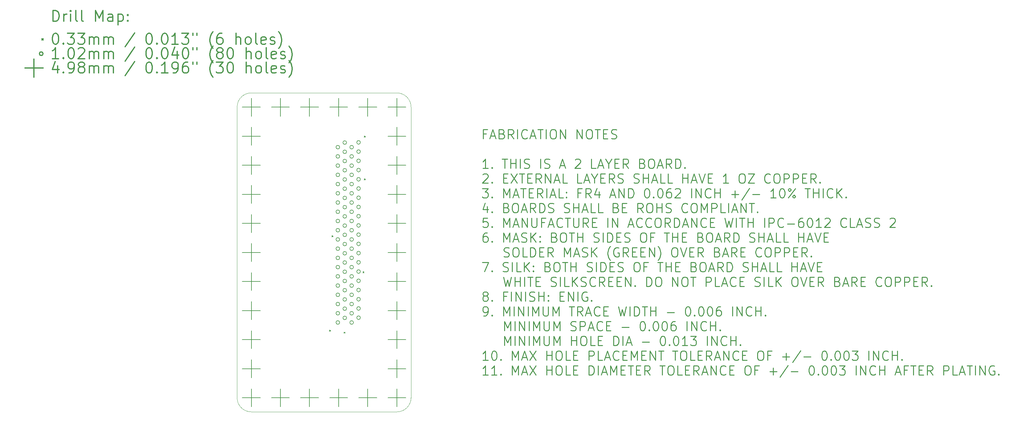
<source format=gbr>
G04 This is an RS-274x file exported by *
G04 gerbv version 2.6.0 *
G04 More information is available about gerbv at *
G04 http://gerbv.gpleda.org/ *
G04 --End of header info--*
%MOIN*%
%FSLAX34Y34*%
%IPPOS*%
G04 --Define apertures--*
%ADD10C,0.0050*%
%ADD11C,0.0079*%
%ADD12C,0.0118*%
%ADD13C,0.0138*%
%ADD14C,0.0016*%
%ADD15C,0.0100*%
G04 --Start main section--*
G54D11*
G01X0030975Y-035275D02*
G01X0031105Y-035405D01*
G01X0031105Y-035275D02*
G01X0030975Y-035405D01*
G01X0031255Y-025045D02*
G01X0031385Y-025175D01*
G01X0031385Y-025045D02*
G01X0031255Y-025175D01*
G01X0032555Y-035505D02*
G01X0032685Y-035635D01*
G01X0032685Y-035505D02*
G01X0032555Y-035635D01*
G01X0034594Y-028946D02*
G01X0034724Y-029076D01*
G01X0034724Y-028946D02*
G01X0034594Y-029076D01*
G01X0034745Y-014265D02*
G01X0034875Y-014395D01*
G01X0034875Y-014265D02*
G01X0034745Y-014395D01*
G01X0034745Y-018885D02*
G01X0034875Y-019015D01*
G01X0034875Y-018885D02*
G01X0034745Y-019015D01*
G01X0032084Y-015469D02*
G75*
G03X0032084Y-015469I-000200J0000000D01*
G01X0032084Y-016469D02*
G75*
G03X0032084Y-016469I-000200J0000000D01*
G01X0032084Y-017469D02*
G75*
G03X0032084Y-017469I-000200J0000000D01*
G01X0032084Y-018469D02*
G75*
G03X0032084Y-018469I-000200J0000000D01*
G01X0032084Y-019469D02*
G75*
G03X0032084Y-019469I-000200J0000000D01*
G01X0032084Y-020469D02*
G75*
G03X0032084Y-020469I-000200J0000000D01*
G01X0032084Y-021469D02*
G75*
G03X0032084Y-021469I-000200J0000000D01*
G01X0032084Y-022469D02*
G75*
G03X0032084Y-022469I-000200J0000000D01*
G01X0032084Y-023469D02*
G75*
G03X0032084Y-023469I-000200J0000000D01*
G01X0032084Y-024469D02*
G75*
G03X0032084Y-024469I-000200J0000000D01*
G01X0032084Y-025469D02*
G75*
G03X0032084Y-025469I-000200J0000000D01*
G01X0032084Y-026469D02*
G75*
G03X0032084Y-026469I-000200J0000000D01*
G01X0032084Y-027469D02*
G75*
G03X0032084Y-027469I-000200J0000000D01*
G01X0032084Y-028469D02*
G75*
G03X0032084Y-028469I-000200J0000000D01*
G01X0032084Y-029469D02*
G75*
G03X0032084Y-029469I-000200J0000000D01*
G01X0032084Y-030469D02*
G75*
G03X0032084Y-030469I-000200J0000000D01*
G01X0032084Y-031469D02*
G75*
G03X0032084Y-031469I-000200J0000000D01*
G01X0032084Y-032469D02*
G75*
G03X0032084Y-032469I-000200J0000000D01*
G01X0032084Y-033469D02*
G75*
G03X0032084Y-033469I-000200J0000000D01*
G01X0032084Y-034469D02*
G75*
G03X0032084Y-034469I-000200J0000000D01*
G01X0032832Y-014969D02*
G75*
G03X0032832Y-014969I-000200J0000000D01*
G01X0032832Y-015969D02*
G75*
G03X0032832Y-015969I-000200J0000000D01*
G01X0032832Y-016969D02*
G75*
G03X0032832Y-016969I-000200J0000000D01*
G01X0032832Y-017969D02*
G75*
G03X0032832Y-017969I-000200J0000000D01*
G01X0032832Y-018969D02*
G75*
G03X0032832Y-018969I-000200J0000000D01*
G01X0032832Y-019969D02*
G75*
G03X0032832Y-019969I-000200J0000000D01*
G01X0032832Y-020969D02*
G75*
G03X0032832Y-020969I-000200J0000000D01*
G01X0032832Y-021969D02*
G75*
G03X0032832Y-021969I-000200J0000000D01*
G01X0032832Y-022969D02*
G75*
G03X0032832Y-022969I-000200J0000000D01*
G01X0032832Y-023969D02*
G75*
G03X0032832Y-023969I-000200J0000000D01*
G01X0032832Y-024969D02*
G75*
G03X0032832Y-024969I-000200J0000000D01*
G01X0032832Y-025969D02*
G75*
G03X0032832Y-025969I-000200J0000000D01*
G01X0032832Y-026969D02*
G75*
G03X0032832Y-026969I-000200J0000000D01*
G01X0032832Y-027969D02*
G75*
G03X0032832Y-027969I-000200J0000000D01*
G01X0032832Y-028969D02*
G75*
G03X0032832Y-028969I-000200J0000000D01*
G01X0032832Y-029969D02*
G75*
G03X0032832Y-029969I-000200J0000000D01*
G01X0032832Y-030969D02*
G75*
G03X0032832Y-030969I-000200J0000000D01*
G01X0032832Y-031969D02*
G75*
G03X0032832Y-031969I-000200J0000000D01*
G01X0032832Y-032969D02*
G75*
G03X0032832Y-032969I-000200J0000000D01*
G01X0032832Y-033969D02*
G75*
G03X0032832Y-033969I-000200J0000000D01*
G01X0033580Y-015469D02*
G75*
G03X0033580Y-015469I-000200J0000000D01*
G01X0033580Y-016469D02*
G75*
G03X0033580Y-016469I-000200J0000000D01*
G01X0033580Y-017469D02*
G75*
G03X0033580Y-017469I-000200J0000000D01*
G01X0033580Y-018469D02*
G75*
G03X0033580Y-018469I-000200J0000000D01*
G01X0033580Y-019469D02*
G75*
G03X0033580Y-019469I-000200J0000000D01*
G01X0033580Y-020469D02*
G75*
G03X0033580Y-020469I-000200J0000000D01*
G01X0033580Y-021469D02*
G75*
G03X0033580Y-021469I-000200J0000000D01*
G01X0033580Y-022469D02*
G75*
G03X0033580Y-022469I-000200J0000000D01*
G01X0033580Y-023469D02*
G75*
G03X0033580Y-023469I-000200J0000000D01*
G01X0033580Y-024469D02*
G75*
G03X0033580Y-024469I-000200J0000000D01*
G01X0033580Y-025469D02*
G75*
G03X0033580Y-025469I-000200J0000000D01*
G01X0033580Y-026469D02*
G75*
G03X0033580Y-026469I-000200J0000000D01*
G01X0033580Y-027469D02*
G75*
G03X0033580Y-027469I-000200J0000000D01*
G01X0033580Y-028469D02*
G75*
G03X0033580Y-028469I-000200J0000000D01*
G01X0033580Y-029469D02*
G75*
G03X0033580Y-029469I-000200J0000000D01*
G01X0033580Y-030469D02*
G75*
G03X0033580Y-030469I-000200J0000000D01*
G01X0033580Y-031469D02*
G75*
G03X0033580Y-031469I-000200J0000000D01*
G01X0033580Y-032469D02*
G75*
G03X0033580Y-032469I-000200J0000000D01*
G01X0033580Y-033469D02*
G75*
G03X0033580Y-033469I-000200J0000000D01*
G01X0033580Y-034469D02*
G75*
G03X0033580Y-034469I-000200J0000000D01*
G01X0034328Y-014950D02*
G75*
G03X0034328Y-014950I-000200J0000000D01*
G01X0034328Y-015950D02*
G75*
G03X0034328Y-015950I-000200J0000000D01*
G01X0034328Y-016950D02*
G75*
G03X0034328Y-016950I-000200J0000000D01*
G01X0034328Y-017950D02*
G75*
G03X0034328Y-017950I-000200J0000000D01*
G01X0034328Y-018950D02*
G75*
G03X0034328Y-018950I-000200J0000000D01*
G01X0034328Y-019950D02*
G75*
G03X0034328Y-019950I-000200J0000000D01*
G01X0034328Y-020950D02*
G75*
G03X0034328Y-020950I-000200J0000000D01*
G01X0034328Y-021950D02*
G75*
G03X0034328Y-021950I-000200J0000000D01*
G01X0034328Y-022950D02*
G75*
G03X0034328Y-022950I-000200J0000000D01*
G01X0034328Y-023950D02*
G75*
G03X0034328Y-023950I-000200J0000000D01*
G01X0034328Y-024950D02*
G75*
G03X0034328Y-024950I-000200J0000000D01*
G01X0034328Y-025950D02*
G75*
G03X0034328Y-025950I-000200J0000000D01*
G01X0034328Y-026950D02*
G75*
G03X0034328Y-026950I-000200J0000000D01*
G01X0034328Y-027950D02*
G75*
G03X0034328Y-027950I-000200J0000000D01*
G01X0034328Y-028950D02*
G75*
G03X0034328Y-028950I-000200J0000000D01*
G01X0034328Y-029950D02*
G75*
G03X0034328Y-029950I-000200J0000000D01*
G01X0034328Y-030950D02*
G75*
G03X0034328Y-030950I-000200J0000000D01*
G01X0034328Y-031950D02*
G75*
G03X0034328Y-031950I-000200J0000000D01*
G01X0034328Y-032950D02*
G75*
G03X0034328Y-032950I-000200J0000000D01*
G01X0034328Y-033950D02*
G75*
G03X0034328Y-033950I-000200J0000000D01*
G01X0022526Y-010145D02*
G01X0022526Y-012105D01*
G01X0021545Y-011125D02*
G01X0023506Y-011125D01*
G01X0022526Y-013294D02*
G01X0022526Y-015255D01*
G01X0021545Y-014274D02*
G01X0023506Y-014274D01*
G01X0022526Y-016444D02*
G01X0022526Y-018404D01*
G01X0021545Y-017424D02*
G01X0023506Y-017424D01*
G01X0022526Y-019593D02*
G01X0022526Y-021554D01*
G01X0021545Y-020574D02*
G01X0023506Y-020574D01*
G01X0022526Y-022743D02*
G01X0022526Y-024704D01*
G01X0021545Y-023723D02*
G01X0023506Y-023723D01*
G01X0022526Y-025893D02*
G01X0022526Y-027853D01*
G01X0021545Y-026873D02*
G01X0023506Y-026873D01*
G01X0022526Y-029042D02*
G01X0022526Y-031003D01*
G01X0021545Y-030023D02*
G01X0023506Y-030023D01*
G01X0022526Y-032192D02*
G01X0022526Y-034152D01*
G01X0021545Y-033172D02*
G01X0023506Y-033172D01*
G01X0022526Y-035341D02*
G01X0022526Y-037302D01*
G01X0021545Y-036322D02*
G01X0023506Y-036322D01*
G01X0022526Y-038491D02*
G01X0022526Y-040452D01*
G01X0021545Y-039471D02*
G01X0023506Y-039471D01*
G01X0022526Y-041641D02*
G01X0022526Y-043601D01*
G01X0021545Y-042621D02*
G01X0023506Y-042621D01*
G01X0025675Y-010145D02*
G01X0025675Y-012105D01*
G01X0024695Y-011125D02*
G01X0026656Y-011125D01*
G01X0025675Y-041641D02*
G01X0025675Y-043601D01*
G01X0024695Y-042621D02*
G01X0026656Y-042621D01*
G01X0028825Y-010145D02*
G01X0028825Y-012105D01*
G01X0027845Y-011125D02*
G01X0029805Y-011125D01*
G01X0028825Y-041641D02*
G01X0028825Y-043601D01*
G01X0027845Y-042621D02*
G01X0029805Y-042621D01*
G01X0031974Y-010145D02*
G01X0031974Y-012105D01*
G01X0030994Y-011125D02*
G01X0032955Y-011125D01*
G01X0031974Y-041641D02*
G01X0031974Y-043601D01*
G01X0030994Y-042621D02*
G01X0032955Y-042621D01*
G01X0035124Y-010145D02*
G01X0035124Y-012105D01*
G01X0034144Y-011125D02*
G01X0036104Y-011125D01*
G01X0035124Y-041641D02*
G01X0035124Y-043601D01*
G01X0034144Y-042621D02*
G01X0036104Y-042621D01*
G01X0038273Y-010145D02*
G01X0038273Y-012105D01*
G01X0037293Y-011125D02*
G01X0039254Y-011125D01*
G01X0038273Y-013294D02*
G01X0038273Y-015255D01*
G01X0037293Y-014274D02*
G01X0039254Y-014274D01*
G01X0038273Y-016444D02*
G01X0038273Y-018404D01*
G01X0037293Y-017424D02*
G01X0039254Y-017424D01*
G01X0038273Y-019593D02*
G01X0038273Y-021554D01*
G01X0037293Y-020574D02*
G01X0039254Y-020574D01*
G01X0038273Y-022743D02*
G01X0038273Y-024704D01*
G01X0037293Y-023723D02*
G01X0039254Y-023723D01*
G01X0038273Y-029042D02*
G01X0038273Y-031003D01*
G01X0037293Y-030023D02*
G01X0039254Y-030023D01*
G01X0038273Y-041641D02*
G01X0038273Y-043601D01*
G01X0037293Y-042621D02*
G01X0039254Y-042621D01*
G01X0038274Y-025893D02*
G01X0038274Y-027853D01*
G01X0037293Y-026873D02*
G01X0039254Y-026873D01*
G01X0038274Y-032192D02*
G01X0038274Y-034152D01*
G01X0037293Y-033172D02*
G01X0039254Y-033172D01*
G01X0038274Y-035341D02*
G01X0038274Y-037302D01*
G01X0037293Y-036322D02*
G01X0039254Y-036322D01*
G01X0038274Y-038491D02*
G01X0038274Y-040452D01*
G01X0037293Y-039471D02*
G01X0039254Y-039471D01*
G54D12*
G01X0001069Y-001834D02*
G01X0001069Y-000652D01*
G01X0001069Y-000652D02*
G01X0001350Y-000652D01*
G01X0001350Y-000652D02*
G01X0001519Y-000709D01*
G01X0001519Y-000709D02*
G01X0001631Y-000821D01*
G01X0001631Y-000821D02*
G01X0001687Y-000934D01*
G01X0001687Y-000934D02*
G01X0001744Y-001159D01*
G01X0001744Y-001159D02*
G01X0001744Y-001327D01*
G01X0001744Y-001327D02*
G01X0001687Y-001552D01*
G01X0001687Y-001552D02*
G01X0001631Y-001665D01*
G01X0001631Y-001665D02*
G01X0001519Y-001777D01*
G01X0001519Y-001777D02*
G01X0001350Y-001834D01*
G01X0001350Y-001834D02*
G01X0001069Y-001834D01*
G01X0002250Y-001834D02*
G01X0002250Y-001046D01*
G01X0002250Y-001271D02*
G01X0002306Y-001159D01*
G01X0002306Y-001159D02*
G01X0002362Y-001102D01*
G01X0002362Y-001102D02*
G01X0002475Y-001046D01*
G01X0002475Y-001046D02*
G01X0002587Y-001046D01*
G01X0002981Y-001834D02*
G01X0002981Y-001046D01*
G01X0002981Y-000652D02*
G01X0002925Y-000709D01*
G01X0002925Y-000709D02*
G01X0002981Y-000765D01*
G01X0002981Y-000765D02*
G01X0003037Y-000709D01*
G01X0003037Y-000709D02*
G01X0002981Y-000652D01*
G01X0002981Y-000652D02*
G01X0002981Y-000765D01*
G01X0003712Y-001834D02*
G01X0003600Y-001777D01*
G01X0003600Y-001777D02*
G01X0003543Y-001665D01*
G01X0003543Y-001665D02*
G01X0003543Y-000652D01*
G01X0004331Y-001834D02*
G01X0004218Y-001777D01*
G01X0004218Y-001777D02*
G01X0004162Y-001665D01*
G01X0004162Y-001665D02*
G01X0004162Y-000652D01*
G01X0005681Y-001834D02*
G01X0005681Y-000652D01*
G01X0005681Y-000652D02*
G01X0006074Y-001496D01*
G01X0006074Y-001496D02*
G01X0006468Y-000652D01*
G01X0006468Y-000652D02*
G01X0006468Y-001834D01*
G01X0007537Y-001834D02*
G01X0007537Y-001215D01*
G01X0007537Y-001215D02*
G01X0007480Y-001102D01*
G01X0007480Y-001102D02*
G01X0007368Y-001046D01*
G01X0007368Y-001046D02*
G01X0007143Y-001046D01*
G01X0007143Y-001046D02*
G01X0007030Y-001102D01*
G01X0007537Y-001777D02*
G01X0007424Y-001834D01*
G01X0007424Y-001834D02*
G01X0007143Y-001834D01*
G01X0007143Y-001834D02*
G01X0007030Y-001777D01*
G01X0007030Y-001777D02*
G01X0006974Y-001665D01*
G01X0006974Y-001665D02*
G01X0006974Y-001552D01*
G01X0006974Y-001552D02*
G01X0007030Y-001440D01*
G01X0007030Y-001440D02*
G01X0007143Y-001384D01*
G01X0007143Y-001384D02*
G01X0007424Y-001384D01*
G01X0007424Y-001384D02*
G01X0007537Y-001327D01*
G01X0008099Y-001046D02*
G01X0008099Y-002227D01*
G01X0008099Y-001102D02*
G01X0008211Y-001046D01*
G01X0008211Y-001046D02*
G01X0008436Y-001046D01*
G01X0008436Y-001046D02*
G01X0008549Y-001102D01*
G01X0008549Y-001102D02*
G01X0008605Y-001159D01*
G01X0008605Y-001159D02*
G01X0008661Y-001271D01*
G01X0008661Y-001271D02*
G01X0008661Y-001609D01*
G01X0008661Y-001609D02*
G01X0008605Y-001721D01*
G01X0008605Y-001721D02*
G01X0008549Y-001777D01*
G01X0008549Y-001777D02*
G01X0008436Y-001834D01*
G01X0008436Y-001834D02*
G01X0008211Y-001834D01*
G01X0008211Y-001834D02*
G01X0008099Y-001777D01*
G01X0009168Y-001721D02*
G01X0009224Y-001777D01*
G01X0009224Y-001777D02*
G01X0009168Y-001834D01*
G01X0009168Y-001834D02*
G01X0009111Y-001777D01*
G01X0009111Y-001777D02*
G01X0009168Y-001721D01*
G01X0009168Y-001721D02*
G01X0009168Y-001834D01*
G01X0009168Y-001102D02*
G01X0009224Y-001159D01*
G01X0009224Y-001159D02*
G01X0009168Y-001215D01*
G01X0009168Y-001215D02*
G01X0009111Y-001159D01*
G01X0009111Y-001159D02*
G01X0009168Y-001102D01*
G01X0009168Y-001102D02*
G01X0009168Y-001215D01*
G01X-000130Y-003715D02*
G01X0000000Y-003845D01*
G01X0000000Y-003715D02*
G01X-000130Y-003845D01*
G01X0001294Y-003133D02*
G01X0001406Y-003133D01*
G01X0001406Y-003133D02*
G01X0001519Y-003189D01*
G01X0001519Y-003189D02*
G01X0001575Y-003245D01*
G01X0001575Y-003245D02*
G01X0001631Y-003358D01*
G01X0001631Y-003358D02*
G01X0001687Y-003583D01*
G01X0001687Y-003583D02*
G01X0001687Y-003864D01*
G01X0001687Y-003864D02*
G01X0001631Y-004089D01*
G01X0001631Y-004089D02*
G01X0001575Y-004201D01*
G01X0001575Y-004201D02*
G01X0001519Y-004258D01*
G01X0001519Y-004258D02*
G01X0001406Y-004314D01*
G01X0001406Y-004314D02*
G01X0001294Y-004314D01*
G01X0001294Y-004314D02*
G01X0001181Y-004258D01*
G01X0001181Y-004258D02*
G01X0001125Y-004201D01*
G01X0001125Y-004201D02*
G01X0001069Y-004089D01*
G01X0001069Y-004089D02*
G01X0001012Y-003864D01*
G01X0001012Y-003864D02*
G01X0001012Y-003583D01*
G01X0001012Y-003583D02*
G01X0001069Y-003358D01*
G01X0001069Y-003358D02*
G01X0001125Y-003245D01*
G01X0001125Y-003245D02*
G01X0001181Y-003189D01*
G01X0001181Y-003189D02*
G01X0001294Y-003133D01*
G01X0002193Y-004201D02*
G01X0002250Y-004258D01*
G01X0002250Y-004258D02*
G01X0002193Y-004314D01*
G01X0002193Y-004314D02*
G01X0002137Y-004258D01*
G01X0002137Y-004258D02*
G01X0002193Y-004201D01*
G01X0002193Y-004201D02*
G01X0002193Y-004314D01*
G01X0002643Y-003133D02*
G01X0003375Y-003133D01*
G01X0003375Y-003133D02*
G01X0002981Y-003583D01*
G01X0002981Y-003583D02*
G01X0003150Y-003583D01*
G01X0003150Y-003583D02*
G01X0003262Y-003639D01*
G01X0003262Y-003639D02*
G01X0003318Y-003695D01*
G01X0003318Y-003695D02*
G01X0003375Y-003808D01*
G01X0003375Y-003808D02*
G01X0003375Y-004089D01*
G01X0003375Y-004089D02*
G01X0003318Y-004201D01*
G01X0003318Y-004201D02*
G01X0003262Y-004258D01*
G01X0003262Y-004258D02*
G01X0003150Y-004314D01*
G01X0003150Y-004314D02*
G01X0002812Y-004314D01*
G01X0002812Y-004314D02*
G01X0002700Y-004258D01*
G01X0002700Y-004258D02*
G01X0002643Y-004201D01*
G01X0003768Y-003133D02*
G01X0004499Y-003133D01*
G01X0004499Y-003133D02*
G01X0004106Y-003583D01*
G01X0004106Y-003583D02*
G01X0004274Y-003583D01*
G01X0004274Y-003583D02*
G01X0004387Y-003639D01*
G01X0004387Y-003639D02*
G01X0004443Y-003695D01*
G01X0004443Y-003695D02*
G01X0004499Y-003808D01*
G01X0004499Y-003808D02*
G01X0004499Y-004089D01*
G01X0004499Y-004089D02*
G01X0004443Y-004201D01*
G01X0004443Y-004201D02*
G01X0004387Y-004258D01*
G01X0004387Y-004258D02*
G01X0004274Y-004314D01*
G01X0004274Y-004314D02*
G01X0003937Y-004314D01*
G01X0003937Y-004314D02*
G01X0003825Y-004258D01*
G01X0003825Y-004258D02*
G01X0003768Y-004201D01*
G01X0005006Y-004314D02*
G01X0005006Y-003526D01*
G01X0005006Y-003639D02*
G01X0005062Y-003583D01*
G01X0005062Y-003583D02*
G01X0005174Y-003526D01*
G01X0005174Y-003526D02*
G01X0005343Y-003526D01*
G01X0005343Y-003526D02*
G01X0005456Y-003583D01*
G01X0005456Y-003583D02*
G01X0005512Y-003695D01*
G01X0005512Y-003695D02*
G01X0005512Y-004314D01*
G01X0005512Y-003695D02*
G01X0005568Y-003583D01*
G01X0005568Y-003583D02*
G01X0005681Y-003526D01*
G01X0005681Y-003526D02*
G01X0005849Y-003526D01*
G01X0005849Y-003526D02*
G01X0005962Y-003583D01*
G01X0005962Y-003583D02*
G01X0006018Y-003695D01*
G01X0006018Y-003695D02*
G01X0006018Y-004314D01*
G01X0006580Y-004314D02*
G01X0006580Y-003526D01*
G01X0006580Y-003639D02*
G01X0006637Y-003583D01*
G01X0006637Y-003583D02*
G01X0006749Y-003526D01*
G01X0006749Y-003526D02*
G01X0006918Y-003526D01*
G01X0006918Y-003526D02*
G01X0007030Y-003583D01*
G01X0007030Y-003583D02*
G01X0007087Y-003695D01*
G01X0007087Y-003695D02*
G01X0007087Y-004314D01*
G01X0007087Y-003695D02*
G01X0007143Y-003583D01*
G01X0007143Y-003583D02*
G01X0007255Y-003526D01*
G01X0007255Y-003526D02*
G01X0007424Y-003526D01*
G01X0007424Y-003526D02*
G01X0007537Y-003583D01*
G01X0007537Y-003583D02*
G01X0007593Y-003695D01*
G01X0007593Y-003695D02*
G01X0007593Y-004314D01*
G01X0009899Y-003076D02*
G01X0008886Y-004595D01*
G01X0011417Y-003133D02*
G01X0011530Y-003133D01*
G01X0011530Y-003133D02*
G01X0011642Y-003189D01*
G01X0011642Y-003189D02*
G01X0011699Y-003245D01*
G01X0011699Y-003245D02*
G01X0011755Y-003358D01*
G01X0011755Y-003358D02*
G01X0011811Y-003583D01*
G01X0011811Y-003583D02*
G01X0011811Y-003864D01*
G01X0011811Y-003864D02*
G01X0011755Y-004089D01*
G01X0011755Y-004089D02*
G01X0011699Y-004201D01*
G01X0011699Y-004201D02*
G01X0011642Y-004258D01*
G01X0011642Y-004258D02*
G01X0011530Y-004314D01*
G01X0011530Y-004314D02*
G01X0011417Y-004314D01*
G01X0011417Y-004314D02*
G01X0011305Y-004258D01*
G01X0011305Y-004258D02*
G01X0011249Y-004201D01*
G01X0011249Y-004201D02*
G01X0011192Y-004089D01*
G01X0011192Y-004089D02*
G01X0011136Y-003864D01*
G01X0011136Y-003864D02*
G01X0011136Y-003583D01*
G01X0011136Y-003583D02*
G01X0011192Y-003358D01*
G01X0011192Y-003358D02*
G01X0011249Y-003245D01*
G01X0011249Y-003245D02*
G01X0011305Y-003189D01*
G01X0011305Y-003189D02*
G01X0011417Y-003133D01*
G01X0012317Y-004201D02*
G01X0012373Y-004258D01*
G01X0012373Y-004258D02*
G01X0012317Y-004314D01*
G01X0012317Y-004314D02*
G01X0012261Y-004258D01*
G01X0012261Y-004258D02*
G01X0012317Y-004201D01*
G01X0012317Y-004201D02*
G01X0012317Y-004314D01*
G01X0013105Y-003133D02*
G01X0013217Y-003133D01*
G01X0013217Y-003133D02*
G01X0013330Y-003189D01*
G01X0013330Y-003189D02*
G01X0013386Y-003245D01*
G01X0013386Y-003245D02*
G01X0013442Y-003358D01*
G01X0013442Y-003358D02*
G01X0013498Y-003583D01*
G01X0013498Y-003583D02*
G01X0013498Y-003864D01*
G01X0013498Y-003864D02*
G01X0013442Y-004089D01*
G01X0013442Y-004089D02*
G01X0013386Y-004201D01*
G01X0013386Y-004201D02*
G01X0013330Y-004258D01*
G01X0013330Y-004258D02*
G01X0013217Y-004314D01*
G01X0013217Y-004314D02*
G01X0013105Y-004314D01*
G01X0013105Y-004314D02*
G01X0012992Y-004258D01*
G01X0012992Y-004258D02*
G01X0012936Y-004201D01*
G01X0012936Y-004201D02*
G01X0012880Y-004089D01*
G01X0012880Y-004089D02*
G01X0012823Y-003864D01*
G01X0012823Y-003864D02*
G01X0012823Y-003583D01*
G01X0012823Y-003583D02*
G01X0012880Y-003358D01*
G01X0012880Y-003358D02*
G01X0012936Y-003245D01*
G01X0012936Y-003245D02*
G01X0012992Y-003189D01*
G01X0012992Y-003189D02*
G01X0013105Y-003133D01*
G01X0014623Y-004314D02*
G01X0013948Y-004314D01*
G01X0014286Y-004314D02*
G01X0014286Y-003133D01*
G01X0014286Y-003133D02*
G01X0014173Y-003301D01*
G01X0014173Y-003301D02*
G01X0014061Y-003414D01*
G01X0014061Y-003414D02*
G01X0013948Y-003470D01*
G01X0015017Y-003133D02*
G01X0015748Y-003133D01*
G01X0015748Y-003133D02*
G01X0015354Y-003583D01*
G01X0015354Y-003583D02*
G01X0015523Y-003583D01*
G01X0015523Y-003583D02*
G01X0015636Y-003639D01*
G01X0015636Y-003639D02*
G01X0015692Y-003695D01*
G01X0015692Y-003695D02*
G01X0015748Y-003808D01*
G01X0015748Y-003808D02*
G01X0015748Y-004089D01*
G01X0015748Y-004089D02*
G01X0015692Y-004201D01*
G01X0015692Y-004201D02*
G01X0015636Y-004258D01*
G01X0015636Y-004258D02*
G01X0015523Y-004314D01*
G01X0015523Y-004314D02*
G01X0015186Y-004314D01*
G01X0015186Y-004314D02*
G01X0015073Y-004258D01*
G01X0015073Y-004258D02*
G01X0015017Y-004201D01*
G01X0016198Y-003133D02*
G01X0016198Y-003358D01*
G01X0016648Y-003133D02*
G01X0016648Y-003358D01*
G01X0018391Y-004764D02*
G01X0018335Y-004708D01*
G01X0018335Y-004708D02*
G01X0018223Y-004539D01*
G01X0018223Y-004539D02*
G01X0018166Y-004426D01*
G01X0018166Y-004426D02*
G01X0018110Y-004258D01*
G01X0018110Y-004258D02*
G01X0018054Y-003976D01*
G01X0018054Y-003976D02*
G01X0018054Y-003751D01*
G01X0018054Y-003751D02*
G01X0018110Y-003470D01*
G01X0018110Y-003470D02*
G01X0018166Y-003301D01*
G01X0018166Y-003301D02*
G01X0018223Y-003189D01*
G01X0018223Y-003189D02*
G01X0018335Y-003020D01*
G01X0018335Y-003020D02*
G01X0018391Y-002964D01*
G01X0019348Y-003133D02*
G01X0019123Y-003133D01*
G01X0019123Y-003133D02*
G01X0019010Y-003189D01*
G01X0019010Y-003189D02*
G01X0018954Y-003245D01*
G01X0018954Y-003245D02*
G01X0018841Y-003414D01*
G01X0018841Y-003414D02*
G01X0018785Y-003639D01*
G01X0018785Y-003639D02*
G01X0018785Y-004089D01*
G01X0018785Y-004089D02*
G01X0018841Y-004201D01*
G01X0018841Y-004201D02*
G01X0018898Y-004258D01*
G01X0018898Y-004258D02*
G01X0019010Y-004314D01*
G01X0019010Y-004314D02*
G01X0019235Y-004314D01*
G01X0019235Y-004314D02*
G01X0019348Y-004258D01*
G01X0019348Y-004258D02*
G01X0019404Y-004201D01*
G01X0019404Y-004201D02*
G01X0019460Y-004089D01*
G01X0019460Y-004089D02*
G01X0019460Y-003808D01*
G01X0019460Y-003808D02*
G01X0019404Y-003695D01*
G01X0019404Y-003695D02*
G01X0019348Y-003639D01*
G01X0019348Y-003639D02*
G01X0019235Y-003583D01*
G01X0019235Y-003583D02*
G01X0019010Y-003583D01*
G01X0019010Y-003583D02*
G01X0018898Y-003639D01*
G01X0018898Y-003639D02*
G01X0018841Y-003695D01*
G01X0018841Y-003695D02*
G01X0018785Y-003808D01*
G01X0020866Y-004314D02*
G01X0020866Y-003133D01*
G01X0021372Y-004314D02*
G01X0021372Y-003695D01*
G01X0021372Y-003695D02*
G01X0021316Y-003583D01*
G01X0021316Y-003583D02*
G01X0021204Y-003526D01*
G01X0021204Y-003526D02*
G01X0021035Y-003526D01*
G01X0021035Y-003526D02*
G01X0020922Y-003583D01*
G01X0020922Y-003583D02*
G01X0020866Y-003639D01*
G01X0022103Y-004314D02*
G01X0021991Y-004258D01*
G01X0021991Y-004258D02*
G01X0021935Y-004201D01*
G01X0021935Y-004201D02*
G01X0021879Y-004089D01*
G01X0021879Y-004089D02*
G01X0021879Y-003751D01*
G01X0021879Y-003751D02*
G01X0021935Y-003639D01*
G01X0021935Y-003639D02*
G01X0021991Y-003583D01*
G01X0021991Y-003583D02*
G01X0022103Y-003526D01*
G01X0022103Y-003526D02*
G01X0022272Y-003526D01*
G01X0022272Y-003526D02*
G01X0022385Y-003583D01*
G01X0022385Y-003583D02*
G01X0022441Y-003639D01*
G01X0022441Y-003639D02*
G01X0022497Y-003751D01*
G01X0022497Y-003751D02*
G01X0022497Y-004089D01*
G01X0022497Y-004089D02*
G01X0022441Y-004201D01*
G01X0022441Y-004201D02*
G01X0022385Y-004258D01*
G01X0022385Y-004258D02*
G01X0022272Y-004314D01*
G01X0022272Y-004314D02*
G01X0022103Y-004314D01*
G01X0023172Y-004314D02*
G01X0023060Y-004258D01*
G01X0023060Y-004258D02*
G01X0023003Y-004145D01*
G01X0023003Y-004145D02*
G01X0023003Y-003133D01*
G01X0024072Y-004258D02*
G01X0023960Y-004314D01*
G01X0023960Y-004314D02*
G01X0023735Y-004314D01*
G01X0023735Y-004314D02*
G01X0023622Y-004258D01*
G01X0023622Y-004258D02*
G01X0023566Y-004145D01*
G01X0023566Y-004145D02*
G01X0023566Y-003695D01*
G01X0023566Y-003695D02*
G01X0023622Y-003583D01*
G01X0023622Y-003583D02*
G01X0023735Y-003526D01*
G01X0023735Y-003526D02*
G01X0023960Y-003526D01*
G01X0023960Y-003526D02*
G01X0024072Y-003583D01*
G01X0024072Y-003583D02*
G01X0024128Y-003695D01*
G01X0024128Y-003695D02*
G01X0024128Y-003808D01*
G01X0024128Y-003808D02*
G01X0023566Y-003920D01*
G01X0024578Y-004258D02*
G01X0024691Y-004314D01*
G01X0024691Y-004314D02*
G01X0024916Y-004314D01*
G01X0024916Y-004314D02*
G01X0025028Y-004258D01*
G01X0025028Y-004258D02*
G01X0025084Y-004145D01*
G01X0025084Y-004145D02*
G01X0025084Y-004089D01*
G01X0025084Y-004089D02*
G01X0025028Y-003976D01*
G01X0025028Y-003976D02*
G01X0024916Y-003920D01*
G01X0024916Y-003920D02*
G01X0024747Y-003920D01*
G01X0024747Y-003920D02*
G01X0024634Y-003864D01*
G01X0024634Y-003864D02*
G01X0024578Y-003751D01*
G01X0024578Y-003751D02*
G01X0024578Y-003695D01*
G01X0024578Y-003695D02*
G01X0024634Y-003583D01*
G01X0024634Y-003583D02*
G01X0024747Y-003526D01*
G01X0024747Y-003526D02*
G01X0024916Y-003526D01*
G01X0024916Y-003526D02*
G01X0025028Y-003583D01*
G01X0025478Y-004764D02*
G01X0025534Y-004708D01*
G01X0025534Y-004708D02*
G01X0025647Y-004539D01*
G01X0025647Y-004539D02*
G01X0025703Y-004426D01*
G01X0025703Y-004426D02*
G01X0025759Y-004258D01*
G01X0025759Y-004258D02*
G01X0025816Y-003976D01*
G01X0025816Y-003976D02*
G01X0025816Y-003751D01*
G01X0025816Y-003751D02*
G01X0025759Y-003470D01*
G01X0025759Y-003470D02*
G01X0025703Y-003301D01*
G01X0025703Y-003301D02*
G01X0025647Y-003189D01*
G01X0025647Y-003189D02*
G01X0025534Y-003020D01*
G01X0025534Y-003020D02*
G01X0025478Y-002964D01*
G01X0000000Y-005339D02*
G75*
G03X0000000Y-005339I-000200J0000000D01*
G01X0001687Y-005873D02*
G01X0001012Y-005873D01*
G01X0001350Y-005873D02*
G01X0001350Y-004692D01*
G01X0001350Y-004692D02*
G01X0001237Y-004861D01*
G01X0001237Y-004861D02*
G01X0001125Y-004973D01*
G01X0001125Y-004973D02*
G01X0001012Y-005029D01*
G01X0002193Y-005760D02*
G01X0002250Y-005817D01*
G01X0002250Y-005817D02*
G01X0002193Y-005873D01*
G01X0002193Y-005873D02*
G01X0002137Y-005817D01*
G01X0002137Y-005817D02*
G01X0002193Y-005760D01*
G01X0002193Y-005760D02*
G01X0002193Y-005873D01*
G01X0002981Y-004692D02*
G01X0003093Y-004692D01*
G01X0003093Y-004692D02*
G01X0003206Y-004748D01*
G01X0003206Y-004748D02*
G01X0003262Y-004804D01*
G01X0003262Y-004804D02*
G01X0003318Y-004917D01*
G01X0003318Y-004917D02*
G01X0003375Y-005142D01*
G01X0003375Y-005142D02*
G01X0003375Y-005423D01*
G01X0003375Y-005423D02*
G01X0003318Y-005648D01*
G01X0003318Y-005648D02*
G01X0003262Y-005760D01*
G01X0003262Y-005760D02*
G01X0003206Y-005817D01*
G01X0003206Y-005817D02*
G01X0003093Y-005873D01*
G01X0003093Y-005873D02*
G01X0002981Y-005873D01*
G01X0002981Y-005873D02*
G01X0002868Y-005817D01*
G01X0002868Y-005817D02*
G01X0002812Y-005760D01*
G01X0002812Y-005760D02*
G01X0002756Y-005648D01*
G01X0002756Y-005648D02*
G01X0002700Y-005423D01*
G01X0002700Y-005423D02*
G01X0002700Y-005142D01*
G01X0002700Y-005142D02*
G01X0002756Y-004917D01*
G01X0002756Y-004917D02*
G01X0002812Y-004804D01*
G01X0002812Y-004804D02*
G01X0002868Y-004748D01*
G01X0002868Y-004748D02*
G01X0002981Y-004692D01*
G01X0003825Y-004804D02*
G01X0003881Y-004748D01*
G01X0003881Y-004748D02*
G01X0003993Y-004692D01*
G01X0003993Y-004692D02*
G01X0004274Y-004692D01*
G01X0004274Y-004692D02*
G01X0004387Y-004748D01*
G01X0004387Y-004748D02*
G01X0004443Y-004804D01*
G01X0004443Y-004804D02*
G01X0004499Y-004917D01*
G01X0004499Y-004917D02*
G01X0004499Y-005029D01*
G01X0004499Y-005029D02*
G01X0004443Y-005198D01*
G01X0004443Y-005198D02*
G01X0003768Y-005873D01*
G01X0003768Y-005873D02*
G01X0004499Y-005873D01*
G01X0005006Y-005873D02*
G01X0005006Y-005085D01*
G01X0005006Y-005198D02*
G01X0005062Y-005142D01*
G01X0005062Y-005142D02*
G01X0005174Y-005085D01*
G01X0005174Y-005085D02*
G01X0005343Y-005085D01*
G01X0005343Y-005085D02*
G01X0005456Y-005142D01*
G01X0005456Y-005142D02*
G01X0005512Y-005254D01*
G01X0005512Y-005254D02*
G01X0005512Y-005873D01*
G01X0005512Y-005254D02*
G01X0005568Y-005142D01*
G01X0005568Y-005142D02*
G01X0005681Y-005085D01*
G01X0005681Y-005085D02*
G01X0005849Y-005085D01*
G01X0005849Y-005085D02*
G01X0005962Y-005142D01*
G01X0005962Y-005142D02*
G01X0006018Y-005254D01*
G01X0006018Y-005254D02*
G01X0006018Y-005873D01*
G01X0006580Y-005873D02*
G01X0006580Y-005085D01*
G01X0006580Y-005198D02*
G01X0006637Y-005142D01*
G01X0006637Y-005142D02*
G01X0006749Y-005085D01*
G01X0006749Y-005085D02*
G01X0006918Y-005085D01*
G01X0006918Y-005085D02*
G01X0007030Y-005142D01*
G01X0007030Y-005142D02*
G01X0007087Y-005254D01*
G01X0007087Y-005254D02*
G01X0007087Y-005873D01*
G01X0007087Y-005254D02*
G01X0007143Y-005142D01*
G01X0007143Y-005142D02*
G01X0007255Y-005085D01*
G01X0007255Y-005085D02*
G01X0007424Y-005085D01*
G01X0007424Y-005085D02*
G01X0007537Y-005142D01*
G01X0007537Y-005142D02*
G01X0007593Y-005254D01*
G01X0007593Y-005254D02*
G01X0007593Y-005873D01*
G01X0009899Y-004636D02*
G01X0008886Y-006154D01*
G01X0011417Y-004692D02*
G01X0011530Y-004692D01*
G01X0011530Y-004692D02*
G01X0011642Y-004748D01*
G01X0011642Y-004748D02*
G01X0011699Y-004804D01*
G01X0011699Y-004804D02*
G01X0011755Y-004917D01*
G01X0011755Y-004917D02*
G01X0011811Y-005142D01*
G01X0011811Y-005142D02*
G01X0011811Y-005423D01*
G01X0011811Y-005423D02*
G01X0011755Y-005648D01*
G01X0011755Y-005648D02*
G01X0011699Y-005760D01*
G01X0011699Y-005760D02*
G01X0011642Y-005817D01*
G01X0011642Y-005817D02*
G01X0011530Y-005873D01*
G01X0011530Y-005873D02*
G01X0011417Y-005873D01*
G01X0011417Y-005873D02*
G01X0011305Y-005817D01*
G01X0011305Y-005817D02*
G01X0011249Y-005760D01*
G01X0011249Y-005760D02*
G01X0011192Y-005648D01*
G01X0011192Y-005648D02*
G01X0011136Y-005423D01*
G01X0011136Y-005423D02*
G01X0011136Y-005142D01*
G01X0011136Y-005142D02*
G01X0011192Y-004917D01*
G01X0011192Y-004917D02*
G01X0011249Y-004804D01*
G01X0011249Y-004804D02*
G01X0011305Y-004748D01*
G01X0011305Y-004748D02*
G01X0011417Y-004692D01*
G01X0012317Y-005760D02*
G01X0012373Y-005817D01*
G01X0012373Y-005817D02*
G01X0012317Y-005873D01*
G01X0012317Y-005873D02*
G01X0012261Y-005817D01*
G01X0012261Y-005817D02*
G01X0012317Y-005760D01*
G01X0012317Y-005760D02*
G01X0012317Y-005873D01*
G01X0013105Y-004692D02*
G01X0013217Y-004692D01*
G01X0013217Y-004692D02*
G01X0013330Y-004748D01*
G01X0013330Y-004748D02*
G01X0013386Y-004804D01*
G01X0013386Y-004804D02*
G01X0013442Y-004917D01*
G01X0013442Y-004917D02*
G01X0013498Y-005142D01*
G01X0013498Y-005142D02*
G01X0013498Y-005423D01*
G01X0013498Y-005423D02*
G01X0013442Y-005648D01*
G01X0013442Y-005648D02*
G01X0013386Y-005760D01*
G01X0013386Y-005760D02*
G01X0013330Y-005817D01*
G01X0013330Y-005817D02*
G01X0013217Y-005873D01*
G01X0013217Y-005873D02*
G01X0013105Y-005873D01*
G01X0013105Y-005873D02*
G01X0012992Y-005817D01*
G01X0012992Y-005817D02*
G01X0012936Y-005760D01*
G01X0012936Y-005760D02*
G01X0012880Y-005648D01*
G01X0012880Y-005648D02*
G01X0012823Y-005423D01*
G01X0012823Y-005423D02*
G01X0012823Y-005142D01*
G01X0012823Y-005142D02*
G01X0012880Y-004917D01*
G01X0012880Y-004917D02*
G01X0012936Y-004804D01*
G01X0012936Y-004804D02*
G01X0012992Y-004748D01*
G01X0012992Y-004748D02*
G01X0013105Y-004692D01*
G01X0014511Y-005085D02*
G01X0014511Y-005873D01*
G01X0014229Y-004636D02*
G01X0013948Y-005479D01*
G01X0013948Y-005479D02*
G01X0014679Y-005479D01*
G01X0015354Y-004692D02*
G01X0015467Y-004692D01*
G01X0015467Y-004692D02*
G01X0015579Y-004748D01*
G01X0015579Y-004748D02*
G01X0015636Y-004804D01*
G01X0015636Y-004804D02*
G01X0015692Y-004917D01*
G01X0015692Y-004917D02*
G01X0015748Y-005142D01*
G01X0015748Y-005142D02*
G01X0015748Y-005423D01*
G01X0015748Y-005423D02*
G01X0015692Y-005648D01*
G01X0015692Y-005648D02*
G01X0015636Y-005760D01*
G01X0015636Y-005760D02*
G01X0015579Y-005817D01*
G01X0015579Y-005817D02*
G01X0015467Y-005873D01*
G01X0015467Y-005873D02*
G01X0015354Y-005873D01*
G01X0015354Y-005873D02*
G01X0015242Y-005817D01*
G01X0015242Y-005817D02*
G01X0015186Y-005760D01*
G01X0015186Y-005760D02*
G01X0015129Y-005648D01*
G01X0015129Y-005648D02*
G01X0015073Y-005423D01*
G01X0015073Y-005423D02*
G01X0015073Y-005142D01*
G01X0015073Y-005142D02*
G01X0015129Y-004917D01*
G01X0015129Y-004917D02*
G01X0015186Y-004804D01*
G01X0015186Y-004804D02*
G01X0015242Y-004748D01*
G01X0015242Y-004748D02*
G01X0015354Y-004692D01*
G01X0016198Y-004692D02*
G01X0016198Y-004917D01*
G01X0016648Y-004692D02*
G01X0016648Y-004917D01*
G01X0018391Y-006323D02*
G01X0018335Y-006267D01*
G01X0018335Y-006267D02*
G01X0018223Y-006098D01*
G01X0018223Y-006098D02*
G01X0018166Y-005985D01*
G01X0018166Y-005985D02*
G01X0018110Y-005817D01*
G01X0018110Y-005817D02*
G01X0018054Y-005535D01*
G01X0018054Y-005535D02*
G01X0018054Y-005310D01*
G01X0018054Y-005310D02*
G01X0018110Y-005029D01*
G01X0018110Y-005029D02*
G01X0018166Y-004861D01*
G01X0018166Y-004861D02*
G01X0018223Y-004748D01*
G01X0018223Y-004748D02*
G01X0018335Y-004579D01*
G01X0018335Y-004579D02*
G01X0018391Y-004523D01*
G01X0019010Y-005198D02*
G01X0018898Y-005142D01*
G01X0018898Y-005142D02*
G01X0018841Y-005085D01*
G01X0018841Y-005085D02*
G01X0018785Y-004973D01*
G01X0018785Y-004973D02*
G01X0018785Y-004917D01*
G01X0018785Y-004917D02*
G01X0018841Y-004804D01*
G01X0018841Y-004804D02*
G01X0018898Y-004748D01*
G01X0018898Y-004748D02*
G01X0019010Y-004692D01*
G01X0019010Y-004692D02*
G01X0019235Y-004692D01*
G01X0019235Y-004692D02*
G01X0019348Y-004748D01*
G01X0019348Y-004748D02*
G01X0019404Y-004804D01*
G01X0019404Y-004804D02*
G01X0019460Y-004917D01*
G01X0019460Y-004917D02*
G01X0019460Y-004973D01*
G01X0019460Y-004973D02*
G01X0019404Y-005085D01*
G01X0019404Y-005085D02*
G01X0019348Y-005142D01*
G01X0019348Y-005142D02*
G01X0019235Y-005198D01*
G01X0019235Y-005198D02*
G01X0019010Y-005198D01*
G01X0019010Y-005198D02*
G01X0018898Y-005254D01*
G01X0018898Y-005254D02*
G01X0018841Y-005310D01*
G01X0018841Y-005310D02*
G01X0018785Y-005423D01*
G01X0018785Y-005423D02*
G01X0018785Y-005648D01*
G01X0018785Y-005648D02*
G01X0018841Y-005760D01*
G01X0018841Y-005760D02*
G01X0018898Y-005817D01*
G01X0018898Y-005817D02*
G01X0019010Y-005873D01*
G01X0019010Y-005873D02*
G01X0019235Y-005873D01*
G01X0019235Y-005873D02*
G01X0019348Y-005817D01*
G01X0019348Y-005817D02*
G01X0019404Y-005760D01*
G01X0019404Y-005760D02*
G01X0019460Y-005648D01*
G01X0019460Y-005648D02*
G01X0019460Y-005423D01*
G01X0019460Y-005423D02*
G01X0019404Y-005310D01*
G01X0019404Y-005310D02*
G01X0019348Y-005254D01*
G01X0019348Y-005254D02*
G01X0019235Y-005198D01*
G01X0020191Y-004692D02*
G01X0020304Y-004692D01*
G01X0020304Y-004692D02*
G01X0020416Y-004748D01*
G01X0020416Y-004748D02*
G01X0020472Y-004804D01*
G01X0020472Y-004804D02*
G01X0020529Y-004917D01*
G01X0020529Y-004917D02*
G01X0020585Y-005142D01*
G01X0020585Y-005142D02*
G01X0020585Y-005423D01*
G01X0020585Y-005423D02*
G01X0020529Y-005648D01*
G01X0020529Y-005648D02*
G01X0020472Y-005760D01*
G01X0020472Y-005760D02*
G01X0020416Y-005817D01*
G01X0020416Y-005817D02*
G01X0020304Y-005873D01*
G01X0020304Y-005873D02*
G01X0020191Y-005873D01*
G01X0020191Y-005873D02*
G01X0020079Y-005817D01*
G01X0020079Y-005817D02*
G01X0020022Y-005760D01*
G01X0020022Y-005760D02*
G01X0019966Y-005648D01*
G01X0019966Y-005648D02*
G01X0019910Y-005423D01*
G01X0019910Y-005423D02*
G01X0019910Y-005142D01*
G01X0019910Y-005142D02*
G01X0019966Y-004917D01*
G01X0019966Y-004917D02*
G01X0020022Y-004804D01*
G01X0020022Y-004804D02*
G01X0020079Y-004748D01*
G01X0020079Y-004748D02*
G01X0020191Y-004692D01*
G01X0021991Y-005873D02*
G01X0021991Y-004692D01*
G01X0022497Y-005873D02*
G01X0022497Y-005254D01*
G01X0022497Y-005254D02*
G01X0022441Y-005142D01*
G01X0022441Y-005142D02*
G01X0022328Y-005085D01*
G01X0022328Y-005085D02*
G01X0022160Y-005085D01*
G01X0022160Y-005085D02*
G01X0022047Y-005142D01*
G01X0022047Y-005142D02*
G01X0021991Y-005198D01*
G01X0023228Y-005873D02*
G01X0023116Y-005817D01*
G01X0023116Y-005817D02*
G01X0023060Y-005760D01*
G01X0023060Y-005760D02*
G01X0023003Y-005648D01*
G01X0023003Y-005648D02*
G01X0023003Y-005310D01*
G01X0023003Y-005310D02*
G01X0023060Y-005198D01*
G01X0023060Y-005198D02*
G01X0023116Y-005142D01*
G01X0023116Y-005142D02*
G01X0023228Y-005085D01*
G01X0023228Y-005085D02*
G01X0023397Y-005085D01*
G01X0023397Y-005085D02*
G01X0023510Y-005142D01*
G01X0023510Y-005142D02*
G01X0023566Y-005198D01*
G01X0023566Y-005198D02*
G01X0023622Y-005310D01*
G01X0023622Y-005310D02*
G01X0023622Y-005648D01*
G01X0023622Y-005648D02*
G01X0023566Y-005760D01*
G01X0023566Y-005760D02*
G01X0023510Y-005817D01*
G01X0023510Y-005817D02*
G01X0023397Y-005873D01*
G01X0023397Y-005873D02*
G01X0023228Y-005873D01*
G01X0024297Y-005873D02*
G01X0024184Y-005817D01*
G01X0024184Y-005817D02*
G01X0024128Y-005704D01*
G01X0024128Y-005704D02*
G01X0024128Y-004692D01*
G01X0025197Y-005817D02*
G01X0025084Y-005873D01*
G01X0025084Y-005873D02*
G01X0024859Y-005873D01*
G01X0024859Y-005873D02*
G01X0024747Y-005817D01*
G01X0024747Y-005817D02*
G01X0024691Y-005704D01*
G01X0024691Y-005704D02*
G01X0024691Y-005254D01*
G01X0024691Y-005254D02*
G01X0024747Y-005142D01*
G01X0024747Y-005142D02*
G01X0024859Y-005085D01*
G01X0024859Y-005085D02*
G01X0025084Y-005085D01*
G01X0025084Y-005085D02*
G01X0025197Y-005142D01*
G01X0025197Y-005142D02*
G01X0025253Y-005254D01*
G01X0025253Y-005254D02*
G01X0025253Y-005367D01*
G01X0025253Y-005367D02*
G01X0024691Y-005479D01*
G01X0025703Y-005817D02*
G01X0025816Y-005873D01*
G01X0025816Y-005873D02*
G01X0026040Y-005873D01*
G01X0026040Y-005873D02*
G01X0026153Y-005817D01*
G01X0026153Y-005817D02*
G01X0026209Y-005704D01*
G01X0026209Y-005704D02*
G01X0026209Y-005648D01*
G01X0026209Y-005648D02*
G01X0026153Y-005535D01*
G01X0026153Y-005535D02*
G01X0026040Y-005479D01*
G01X0026040Y-005479D02*
G01X0025872Y-005479D01*
G01X0025872Y-005479D02*
G01X0025759Y-005423D01*
G01X0025759Y-005423D02*
G01X0025703Y-005310D01*
G01X0025703Y-005310D02*
G01X0025703Y-005254D01*
G01X0025703Y-005254D02*
G01X0025759Y-005142D01*
G01X0025759Y-005142D02*
G01X0025872Y-005085D01*
G01X0025872Y-005085D02*
G01X0026040Y-005085D01*
G01X0026040Y-005085D02*
G01X0026153Y-005142D01*
G01X0026603Y-006323D02*
G01X0026659Y-006267D01*
G01X0026659Y-006267D02*
G01X0026772Y-006098D01*
G01X0026772Y-006098D02*
G01X0026828Y-005985D01*
G01X0026828Y-005985D02*
G01X0026884Y-005817D01*
G01X0026884Y-005817D02*
G01X0026940Y-005535D01*
G01X0026940Y-005535D02*
G01X0026940Y-005310D01*
G01X0026940Y-005310D02*
G01X0026884Y-005029D01*
G01X0026884Y-005029D02*
G01X0026828Y-004861D01*
G01X0026828Y-004861D02*
G01X0026772Y-004748D01*
G01X0026772Y-004748D02*
G01X0026659Y-004579D01*
G01X0026659Y-004579D02*
G01X0026603Y-004523D01*
G01X-000980Y-005917D02*
G01X-000980Y-007878D01*
G01X-001961Y-006898D02*
G01X0000000Y-006898D01*
G01X0001575Y-006645D02*
G01X0001575Y-007432D01*
G01X0001294Y-006195D02*
G01X0001012Y-007038D01*
G01X0001012Y-007038D02*
G01X0001744Y-007038D01*
G01X0002193Y-007319D02*
G01X0002250Y-007376D01*
G01X0002250Y-007376D02*
G01X0002193Y-007432D01*
G01X0002193Y-007432D02*
G01X0002137Y-007376D01*
G01X0002137Y-007376D02*
G01X0002193Y-007319D01*
G01X0002193Y-007319D02*
G01X0002193Y-007432D01*
G01X0002812Y-007432D02*
G01X0003037Y-007432D01*
G01X0003037Y-007432D02*
G01X0003150Y-007376D01*
G01X0003150Y-007376D02*
G01X0003206Y-007319D01*
G01X0003206Y-007319D02*
G01X0003318Y-007151D01*
G01X0003318Y-007151D02*
G01X0003375Y-006926D01*
G01X0003375Y-006926D02*
G01X0003375Y-006476D01*
G01X0003375Y-006476D02*
G01X0003318Y-006363D01*
G01X0003318Y-006363D02*
G01X0003262Y-006307D01*
G01X0003262Y-006307D02*
G01X0003150Y-006251D01*
G01X0003150Y-006251D02*
G01X0002925Y-006251D01*
G01X0002925Y-006251D02*
G01X0002812Y-006307D01*
G01X0002812Y-006307D02*
G01X0002756Y-006363D01*
G01X0002756Y-006363D02*
G01X0002700Y-006476D01*
G01X0002700Y-006476D02*
G01X0002700Y-006757D01*
G01X0002700Y-006757D02*
G01X0002756Y-006870D01*
G01X0002756Y-006870D02*
G01X0002812Y-006926D01*
G01X0002812Y-006926D02*
G01X0002925Y-006982D01*
G01X0002925Y-006982D02*
G01X0003150Y-006982D01*
G01X0003150Y-006982D02*
G01X0003262Y-006926D01*
G01X0003262Y-006926D02*
G01X0003318Y-006870D01*
G01X0003318Y-006870D02*
G01X0003375Y-006757D01*
G01X0004049Y-006757D02*
G01X0003937Y-006701D01*
G01X0003937Y-006701D02*
G01X0003881Y-006645D01*
G01X0003881Y-006645D02*
G01X0003825Y-006532D01*
G01X0003825Y-006532D02*
G01X0003825Y-006476D01*
G01X0003825Y-006476D02*
G01X0003881Y-006363D01*
G01X0003881Y-006363D02*
G01X0003937Y-006307D01*
G01X0003937Y-006307D02*
G01X0004049Y-006251D01*
G01X0004049Y-006251D02*
G01X0004274Y-006251D01*
G01X0004274Y-006251D02*
G01X0004387Y-006307D01*
G01X0004387Y-006307D02*
G01X0004443Y-006363D01*
G01X0004443Y-006363D02*
G01X0004499Y-006476D01*
G01X0004499Y-006476D02*
G01X0004499Y-006532D01*
G01X0004499Y-006532D02*
G01X0004443Y-006645D01*
G01X0004443Y-006645D02*
G01X0004387Y-006701D01*
G01X0004387Y-006701D02*
G01X0004274Y-006757D01*
G01X0004274Y-006757D02*
G01X0004049Y-006757D01*
G01X0004049Y-006757D02*
G01X0003937Y-006813D01*
G01X0003937Y-006813D02*
G01X0003881Y-006870D01*
G01X0003881Y-006870D02*
G01X0003825Y-006982D01*
G01X0003825Y-006982D02*
G01X0003825Y-007207D01*
G01X0003825Y-007207D02*
G01X0003881Y-007319D01*
G01X0003881Y-007319D02*
G01X0003937Y-007376D01*
G01X0003937Y-007376D02*
G01X0004049Y-007432D01*
G01X0004049Y-007432D02*
G01X0004274Y-007432D01*
G01X0004274Y-007432D02*
G01X0004387Y-007376D01*
G01X0004387Y-007376D02*
G01X0004443Y-007319D01*
G01X0004443Y-007319D02*
G01X0004499Y-007207D01*
G01X0004499Y-007207D02*
G01X0004499Y-006982D01*
G01X0004499Y-006982D02*
G01X0004443Y-006870D01*
G01X0004443Y-006870D02*
G01X0004387Y-006813D01*
G01X0004387Y-006813D02*
G01X0004274Y-006757D01*
G01X0005006Y-007432D02*
G01X0005006Y-006645D01*
G01X0005006Y-006757D02*
G01X0005062Y-006701D01*
G01X0005062Y-006701D02*
G01X0005174Y-006645D01*
G01X0005174Y-006645D02*
G01X0005343Y-006645D01*
G01X0005343Y-006645D02*
G01X0005456Y-006701D01*
G01X0005456Y-006701D02*
G01X0005512Y-006813D01*
G01X0005512Y-006813D02*
G01X0005512Y-007432D01*
G01X0005512Y-006813D02*
G01X0005568Y-006701D01*
G01X0005568Y-006701D02*
G01X0005681Y-006645D01*
G01X0005681Y-006645D02*
G01X0005849Y-006645D01*
G01X0005849Y-006645D02*
G01X0005962Y-006701D01*
G01X0005962Y-006701D02*
G01X0006018Y-006813D01*
G01X0006018Y-006813D02*
G01X0006018Y-007432D01*
G01X0006580Y-007432D02*
G01X0006580Y-006645D01*
G01X0006580Y-006757D02*
G01X0006637Y-006701D01*
G01X0006637Y-006701D02*
G01X0006749Y-006645D01*
G01X0006749Y-006645D02*
G01X0006918Y-006645D01*
G01X0006918Y-006645D02*
G01X0007030Y-006701D01*
G01X0007030Y-006701D02*
G01X0007087Y-006813D01*
G01X0007087Y-006813D02*
G01X0007087Y-007432D01*
G01X0007087Y-006813D02*
G01X0007143Y-006701D01*
G01X0007143Y-006701D02*
G01X0007255Y-006645D01*
G01X0007255Y-006645D02*
G01X0007424Y-006645D01*
G01X0007424Y-006645D02*
G01X0007537Y-006701D01*
G01X0007537Y-006701D02*
G01X0007593Y-006813D01*
G01X0007593Y-006813D02*
G01X0007593Y-007432D01*
G01X0009899Y-006195D02*
G01X0008886Y-007713D01*
G01X0011417Y-006251D02*
G01X0011530Y-006251D01*
G01X0011530Y-006251D02*
G01X0011642Y-006307D01*
G01X0011642Y-006307D02*
G01X0011699Y-006363D01*
G01X0011699Y-006363D02*
G01X0011755Y-006476D01*
G01X0011755Y-006476D02*
G01X0011811Y-006701D01*
G01X0011811Y-006701D02*
G01X0011811Y-006982D01*
G01X0011811Y-006982D02*
G01X0011755Y-007207D01*
G01X0011755Y-007207D02*
G01X0011699Y-007319D01*
G01X0011699Y-007319D02*
G01X0011642Y-007376D01*
G01X0011642Y-007376D02*
G01X0011530Y-007432D01*
G01X0011530Y-007432D02*
G01X0011417Y-007432D01*
G01X0011417Y-007432D02*
G01X0011305Y-007376D01*
G01X0011305Y-007376D02*
G01X0011249Y-007319D01*
G01X0011249Y-007319D02*
G01X0011192Y-007207D01*
G01X0011192Y-007207D02*
G01X0011136Y-006982D01*
G01X0011136Y-006982D02*
G01X0011136Y-006701D01*
G01X0011136Y-006701D02*
G01X0011192Y-006476D01*
G01X0011192Y-006476D02*
G01X0011249Y-006363D01*
G01X0011249Y-006363D02*
G01X0011305Y-006307D01*
G01X0011305Y-006307D02*
G01X0011417Y-006251D01*
G01X0012317Y-007319D02*
G01X0012373Y-007376D01*
G01X0012373Y-007376D02*
G01X0012317Y-007432D01*
G01X0012317Y-007432D02*
G01X0012261Y-007376D01*
G01X0012261Y-007376D02*
G01X0012317Y-007319D01*
G01X0012317Y-007319D02*
G01X0012317Y-007432D01*
G01X0013498Y-007432D02*
G01X0012823Y-007432D01*
G01X0013161Y-007432D02*
G01X0013161Y-006251D01*
G01X0013161Y-006251D02*
G01X0013048Y-006420D01*
G01X0013048Y-006420D02*
G01X0012936Y-006532D01*
G01X0012936Y-006532D02*
G01X0012823Y-006588D01*
G01X0014061Y-007432D02*
G01X0014286Y-007432D01*
G01X0014286Y-007432D02*
G01X0014398Y-007376D01*
G01X0014398Y-007376D02*
G01X0014454Y-007319D01*
G01X0014454Y-007319D02*
G01X0014567Y-007151D01*
G01X0014567Y-007151D02*
G01X0014623Y-006926D01*
G01X0014623Y-006926D02*
G01X0014623Y-006476D01*
G01X0014623Y-006476D02*
G01X0014567Y-006363D01*
G01X0014567Y-006363D02*
G01X0014511Y-006307D01*
G01X0014511Y-006307D02*
G01X0014398Y-006251D01*
G01X0014398Y-006251D02*
G01X0014173Y-006251D01*
G01X0014173Y-006251D02*
G01X0014061Y-006307D01*
G01X0014061Y-006307D02*
G01X0014005Y-006363D01*
G01X0014005Y-006363D02*
G01X0013948Y-006476D01*
G01X0013948Y-006476D02*
G01X0013948Y-006757D01*
G01X0013948Y-006757D02*
G01X0014005Y-006870D01*
G01X0014005Y-006870D02*
G01X0014061Y-006926D01*
G01X0014061Y-006926D02*
G01X0014173Y-006982D01*
G01X0014173Y-006982D02*
G01X0014398Y-006982D01*
G01X0014398Y-006982D02*
G01X0014511Y-006926D01*
G01X0014511Y-006926D02*
G01X0014567Y-006870D01*
G01X0014567Y-006870D02*
G01X0014623Y-006757D01*
G01X0015636Y-006251D02*
G01X0015411Y-006251D01*
G01X0015411Y-006251D02*
G01X0015298Y-006307D01*
G01X0015298Y-006307D02*
G01X0015242Y-006363D01*
G01X0015242Y-006363D02*
G01X0015129Y-006532D01*
G01X0015129Y-006532D02*
G01X0015073Y-006757D01*
G01X0015073Y-006757D02*
G01X0015073Y-007207D01*
G01X0015073Y-007207D02*
G01X0015129Y-007319D01*
G01X0015129Y-007319D02*
G01X0015186Y-007376D01*
G01X0015186Y-007376D02*
G01X0015298Y-007432D01*
G01X0015298Y-007432D02*
G01X0015523Y-007432D01*
G01X0015523Y-007432D02*
G01X0015636Y-007376D01*
G01X0015636Y-007376D02*
G01X0015692Y-007319D01*
G01X0015692Y-007319D02*
G01X0015748Y-007207D01*
G01X0015748Y-007207D02*
G01X0015748Y-006926D01*
G01X0015748Y-006926D02*
G01X0015692Y-006813D01*
G01X0015692Y-006813D02*
G01X0015636Y-006757D01*
G01X0015636Y-006757D02*
G01X0015523Y-006701D01*
G01X0015523Y-006701D02*
G01X0015298Y-006701D01*
G01X0015298Y-006701D02*
G01X0015186Y-006757D01*
G01X0015186Y-006757D02*
G01X0015129Y-006813D01*
G01X0015129Y-006813D02*
G01X0015073Y-006926D01*
G01X0016198Y-006251D02*
G01X0016198Y-006476D01*
G01X0016648Y-006251D02*
G01X0016648Y-006476D01*
G01X0018391Y-007882D02*
G01X0018335Y-007826D01*
G01X0018335Y-007826D02*
G01X0018223Y-007657D01*
G01X0018223Y-007657D02*
G01X0018166Y-007544D01*
G01X0018166Y-007544D02*
G01X0018110Y-007376D01*
G01X0018110Y-007376D02*
G01X0018054Y-007094D01*
G01X0018054Y-007094D02*
G01X0018054Y-006870D01*
G01X0018054Y-006870D02*
G01X0018110Y-006588D01*
G01X0018110Y-006588D02*
G01X0018166Y-006420D01*
G01X0018166Y-006420D02*
G01X0018223Y-006307D01*
G01X0018223Y-006307D02*
G01X0018335Y-006138D01*
G01X0018335Y-006138D02*
G01X0018391Y-006082D01*
G01X0018729Y-006251D02*
G01X0019460Y-006251D01*
G01X0019460Y-006251D02*
G01X0019066Y-006701D01*
G01X0019066Y-006701D02*
G01X0019235Y-006701D01*
G01X0019235Y-006701D02*
G01X0019348Y-006757D01*
G01X0019348Y-006757D02*
G01X0019404Y-006813D01*
G01X0019404Y-006813D02*
G01X0019460Y-006926D01*
G01X0019460Y-006926D02*
G01X0019460Y-007207D01*
G01X0019460Y-007207D02*
G01X0019404Y-007319D01*
G01X0019404Y-007319D02*
G01X0019348Y-007376D01*
G01X0019348Y-007376D02*
G01X0019235Y-007432D01*
G01X0019235Y-007432D02*
G01X0018898Y-007432D01*
G01X0018898Y-007432D02*
G01X0018785Y-007376D01*
G01X0018785Y-007376D02*
G01X0018729Y-007319D01*
G01X0020191Y-006251D02*
G01X0020304Y-006251D01*
G01X0020304Y-006251D02*
G01X0020416Y-006307D01*
G01X0020416Y-006307D02*
G01X0020472Y-006363D01*
G01X0020472Y-006363D02*
G01X0020529Y-006476D01*
G01X0020529Y-006476D02*
G01X0020585Y-006701D01*
G01X0020585Y-006701D02*
G01X0020585Y-006982D01*
G01X0020585Y-006982D02*
G01X0020529Y-007207D01*
G01X0020529Y-007207D02*
G01X0020472Y-007319D01*
G01X0020472Y-007319D02*
G01X0020416Y-007376D01*
G01X0020416Y-007376D02*
G01X0020304Y-007432D01*
G01X0020304Y-007432D02*
G01X0020191Y-007432D01*
G01X0020191Y-007432D02*
G01X0020079Y-007376D01*
G01X0020079Y-007376D02*
G01X0020022Y-007319D01*
G01X0020022Y-007319D02*
G01X0019966Y-007207D01*
G01X0019966Y-007207D02*
G01X0019910Y-006982D01*
G01X0019910Y-006982D02*
G01X0019910Y-006701D01*
G01X0019910Y-006701D02*
G01X0019966Y-006476D01*
G01X0019966Y-006476D02*
G01X0020022Y-006363D01*
G01X0020022Y-006363D02*
G01X0020079Y-006307D01*
G01X0020079Y-006307D02*
G01X0020191Y-006251D01*
G01X0021991Y-007432D02*
G01X0021991Y-006251D01*
G01X0022497Y-007432D02*
G01X0022497Y-006813D01*
G01X0022497Y-006813D02*
G01X0022441Y-006701D01*
G01X0022441Y-006701D02*
G01X0022328Y-006645D01*
G01X0022328Y-006645D02*
G01X0022160Y-006645D01*
G01X0022160Y-006645D02*
G01X0022047Y-006701D01*
G01X0022047Y-006701D02*
G01X0021991Y-006757D01*
G01X0023228Y-007432D02*
G01X0023116Y-007376D01*
G01X0023116Y-007376D02*
G01X0023060Y-007319D01*
G01X0023060Y-007319D02*
G01X0023003Y-007207D01*
G01X0023003Y-007207D02*
G01X0023003Y-006870D01*
G01X0023003Y-006870D02*
G01X0023060Y-006757D01*
G01X0023060Y-006757D02*
G01X0023116Y-006701D01*
G01X0023116Y-006701D02*
G01X0023228Y-006645D01*
G01X0023228Y-006645D02*
G01X0023397Y-006645D01*
G01X0023397Y-006645D02*
G01X0023510Y-006701D01*
G01X0023510Y-006701D02*
G01X0023566Y-006757D01*
G01X0023566Y-006757D02*
G01X0023622Y-006870D01*
G01X0023622Y-006870D02*
G01X0023622Y-007207D01*
G01X0023622Y-007207D02*
G01X0023566Y-007319D01*
G01X0023566Y-007319D02*
G01X0023510Y-007376D01*
G01X0023510Y-007376D02*
G01X0023397Y-007432D01*
G01X0023397Y-007432D02*
G01X0023228Y-007432D01*
G01X0024297Y-007432D02*
G01X0024184Y-007376D01*
G01X0024184Y-007376D02*
G01X0024128Y-007263D01*
G01X0024128Y-007263D02*
G01X0024128Y-006251D01*
G01X0025197Y-007376D02*
G01X0025084Y-007432D01*
G01X0025084Y-007432D02*
G01X0024859Y-007432D01*
G01X0024859Y-007432D02*
G01X0024747Y-007376D01*
G01X0024747Y-007376D02*
G01X0024691Y-007263D01*
G01X0024691Y-007263D02*
G01X0024691Y-006813D01*
G01X0024691Y-006813D02*
G01X0024747Y-006701D01*
G01X0024747Y-006701D02*
G01X0024859Y-006645D01*
G01X0024859Y-006645D02*
G01X0025084Y-006645D01*
G01X0025084Y-006645D02*
G01X0025197Y-006701D01*
G01X0025197Y-006701D02*
G01X0025253Y-006813D01*
G01X0025253Y-006813D02*
G01X0025253Y-006926D01*
G01X0025253Y-006926D02*
G01X0024691Y-007038D01*
G01X0025703Y-007376D02*
G01X0025816Y-007432D01*
G01X0025816Y-007432D02*
G01X0026040Y-007432D01*
G01X0026040Y-007432D02*
G01X0026153Y-007376D01*
G01X0026153Y-007376D02*
G01X0026209Y-007263D01*
G01X0026209Y-007263D02*
G01X0026209Y-007207D01*
G01X0026209Y-007207D02*
G01X0026153Y-007094D01*
G01X0026153Y-007094D02*
G01X0026040Y-007038D01*
G01X0026040Y-007038D02*
G01X0025872Y-007038D01*
G01X0025872Y-007038D02*
G01X0025759Y-006982D01*
G01X0025759Y-006982D02*
G01X0025703Y-006870D01*
G01X0025703Y-006870D02*
G01X0025703Y-006813D01*
G01X0025703Y-006813D02*
G01X0025759Y-006701D01*
G01X0025759Y-006701D02*
G01X0025872Y-006645D01*
G01X0025872Y-006645D02*
G01X0026040Y-006645D01*
G01X0026040Y-006645D02*
G01X0026153Y-006701D01*
G01X0026603Y-007882D02*
G01X0026659Y-007826D01*
G01X0026659Y-007826D02*
G01X0026772Y-007657D01*
G01X0026772Y-007657D02*
G01X0026828Y-007544D01*
G01X0026828Y-007544D02*
G01X0026884Y-007376D01*
G01X0026884Y-007376D02*
G01X0026940Y-007094D01*
G01X0026940Y-007094D02*
G01X0026940Y-006870D01*
G01X0026940Y-006870D02*
G01X0026884Y-006588D01*
G01X0026884Y-006588D02*
G01X0026828Y-006420D01*
G01X0026828Y-006420D02*
G01X0026772Y-006307D01*
G01X0026772Y-006307D02*
G01X0026659Y-006138D01*
G01X0026659Y-006138D02*
G01X0026603Y-006082D01*
G01X0000000Y0000000D02*
G54D14*
G01X0038274Y-009589D02*
G01X0022526Y-009589D01*
G01X0022526Y-044156D02*
G01X0038274Y-044156D01*
G01X0039809Y-042660D02*
G01X0039809Y-011125D01*
G01X0039809Y-011122D02*
G75*
G03X0038274Y-009589I-001535J-000003D01*
G01X0038274Y-044156D02*
G75*
G03X0039809Y-042621I0000000J0001535D01*
G01X0020990Y-011125D02*
G01X0020990Y-042621D01*
G01X0020990Y-042624D02*
G75*
G03X0022526Y-044156I0001535J0000003D01*
G01X0022526Y-009589D02*
G75*
G03X0020990Y-011125I0000000J-001535D01*
G01X0000000Y0000000D02*
G54D15*
G01X0047941Y-014029D02*
G01X0047608Y-014029D01*
G01X0047608Y-014552D02*
G01X0047608Y-013552D01*
G01X0047608Y-013552D02*
G01X0048084Y-013552D01*
G01X0048418Y-014267D02*
G01X0048894Y-014267D01*
G01X0048322Y-014552D02*
G01X0048656Y-013552D01*
G01X0048656Y-013552D02*
G01X0048989Y-014552D01*
G01X0049656Y-014029D02*
G01X0049799Y-014076D01*
G01X0049799Y-014076D02*
G01X0049846Y-014124D01*
G01X0049846Y-014124D02*
G01X0049894Y-014219D01*
G01X0049894Y-014219D02*
G01X0049894Y-014362D01*
G01X0049894Y-014362D02*
G01X0049846Y-014457D01*
G01X0049846Y-014457D02*
G01X0049799Y-014505D01*
G01X0049799Y-014505D02*
G01X0049703Y-014552D01*
G01X0049703Y-014552D02*
G01X0049322Y-014552D01*
G01X0049322Y-014552D02*
G01X0049322Y-013552D01*
G01X0049322Y-013552D02*
G01X0049656Y-013552D01*
G01X0049656Y-013552D02*
G01X0049751Y-013600D01*
G01X0049751Y-013600D02*
G01X0049799Y-013648D01*
G01X0049799Y-013648D02*
G01X0049846Y-013743D01*
G01X0049846Y-013743D02*
G01X0049846Y-013838D01*
G01X0049846Y-013838D02*
G01X0049799Y-013933D01*
G01X0049799Y-013933D02*
G01X0049751Y-013981D01*
G01X0049751Y-013981D02*
G01X0049656Y-014029D01*
G01X0049656Y-014029D02*
G01X0049322Y-014029D01*
G01X0050894Y-014552D02*
G01X0050560Y-014076D01*
G01X0050322Y-014552D02*
G01X0050322Y-013552D01*
G01X0050322Y-013552D02*
G01X0050703Y-013552D01*
G01X0050703Y-013552D02*
G01X0050799Y-013600D01*
G01X0050799Y-013600D02*
G01X0050846Y-013648D01*
G01X0050846Y-013648D02*
G01X0050894Y-013743D01*
G01X0050894Y-013743D02*
G01X0050894Y-013886D01*
G01X0050894Y-013886D02*
G01X0050846Y-013981D01*
G01X0050846Y-013981D02*
G01X0050799Y-014029D01*
G01X0050799Y-014029D02*
G01X0050703Y-014076D01*
G01X0050703Y-014076D02*
G01X0050322Y-014076D01*
G01X0051322Y-014552D02*
G01X0051322Y-013552D01*
G01X0052370Y-014457D02*
G01X0052322Y-014505D01*
G01X0052322Y-014505D02*
G01X0052180Y-014552D01*
G01X0052180Y-014552D02*
G01X0052084Y-014552D01*
G01X0052084Y-014552D02*
G01X0051941Y-014505D01*
G01X0051941Y-014505D02*
G01X0051846Y-014410D01*
G01X0051846Y-014410D02*
G01X0051799Y-014314D01*
G01X0051799Y-014314D02*
G01X0051751Y-014124D01*
G01X0051751Y-014124D02*
G01X0051751Y-013981D01*
G01X0051751Y-013981D02*
G01X0051799Y-013790D01*
G01X0051799Y-013790D02*
G01X0051846Y-013695D01*
G01X0051846Y-013695D02*
G01X0051941Y-013600D01*
G01X0051941Y-013600D02*
G01X0052084Y-013552D01*
G01X0052084Y-013552D02*
G01X0052180Y-013552D01*
G01X0052180Y-013552D02*
G01X0052322Y-013600D01*
G01X0052322Y-013600D02*
G01X0052370Y-013648D01*
G01X0052751Y-014267D02*
G01X0053227Y-014267D01*
G01X0052656Y-014552D02*
G01X0052989Y-013552D01*
G01X0052989Y-013552D02*
G01X0053322Y-014552D01*
G01X0053513Y-013552D02*
G01X0054084Y-013552D01*
G01X0053799Y-014552D02*
G01X0053799Y-013552D01*
G01X0054418Y-014552D02*
G01X0054418Y-013552D01*
G01X0055084Y-013552D02*
G01X0055275Y-013552D01*
G01X0055275Y-013552D02*
G01X0055370Y-013600D01*
G01X0055370Y-013600D02*
G01X0055465Y-013695D01*
G01X0055465Y-013695D02*
G01X0055513Y-013886D01*
G01X0055513Y-013886D02*
G01X0055513Y-014219D01*
G01X0055513Y-014219D02*
G01X0055465Y-014410D01*
G01X0055465Y-014410D02*
G01X0055370Y-014505D01*
G01X0055370Y-014505D02*
G01X0055275Y-014552D01*
G01X0055275Y-014552D02*
G01X0055084Y-014552D01*
G01X0055084Y-014552D02*
G01X0054989Y-014505D01*
G01X0054989Y-014505D02*
G01X0054894Y-014410D01*
G01X0054894Y-014410D02*
G01X0054846Y-014219D01*
G01X0054846Y-014219D02*
G01X0054846Y-013886D01*
G01X0054846Y-013886D02*
G01X0054894Y-013695D01*
G01X0054894Y-013695D02*
G01X0054989Y-013600D01*
G01X0054989Y-013600D02*
G01X0055084Y-013552D01*
G01X0055941Y-014552D02*
G01X0055941Y-013552D01*
G01X0055941Y-013552D02*
G01X0056513Y-014552D01*
G01X0056513Y-014552D02*
G01X0056513Y-013552D01*
G01X0057751Y-014552D02*
G01X0057751Y-013552D01*
G01X0057751Y-013552D02*
G01X0058322Y-014552D01*
G01X0058322Y-014552D02*
G01X0058322Y-013552D01*
G01X0058989Y-013552D02*
G01X0059180Y-013552D01*
G01X0059180Y-013552D02*
G01X0059275Y-013600D01*
G01X0059275Y-013600D02*
G01X0059370Y-013695D01*
G01X0059370Y-013695D02*
G01X0059418Y-013886D01*
G01X0059418Y-013886D02*
G01X0059418Y-014219D01*
G01X0059418Y-014219D02*
G01X0059370Y-014410D01*
G01X0059370Y-014410D02*
G01X0059275Y-014505D01*
G01X0059275Y-014505D02*
G01X0059180Y-014552D01*
G01X0059180Y-014552D02*
G01X0058989Y-014552D01*
G01X0058989Y-014552D02*
G01X0058894Y-014505D01*
G01X0058894Y-014505D02*
G01X0058799Y-014410D01*
G01X0058799Y-014410D02*
G01X0058751Y-014219D01*
G01X0058751Y-014219D02*
G01X0058751Y-013886D01*
G01X0058751Y-013886D02*
G01X0058799Y-013695D01*
G01X0058799Y-013695D02*
G01X0058894Y-013600D01*
G01X0058894Y-013600D02*
G01X0058989Y-013552D01*
G01X0059703Y-013552D02*
G01X0060275Y-013552D01*
G01X0059989Y-014552D02*
G01X0059989Y-013552D01*
G01X0060608Y-014029D02*
G01X0060941Y-014029D01*
G01X0061084Y-014552D02*
G01X0060608Y-014552D01*
G01X0060608Y-014552D02*
G01X0060608Y-013552D01*
G01X0060608Y-013552D02*
G01X0061084Y-013552D01*
G01X0061465Y-014505D02*
G01X0061608Y-014552D01*
G01X0061608Y-014552D02*
G01X0061846Y-014552D01*
G01X0061846Y-014552D02*
G01X0061941Y-014505D01*
G01X0061941Y-014505D02*
G01X0061989Y-014457D01*
G01X0061989Y-014457D02*
G01X0062037Y-014362D01*
G01X0062037Y-014362D02*
G01X0062037Y-014267D01*
G01X0062037Y-014267D02*
G01X0061989Y-014171D01*
G01X0061989Y-014171D02*
G01X0061941Y-014124D01*
G01X0061941Y-014124D02*
G01X0061846Y-014076D01*
G01X0061846Y-014076D02*
G01X0061656Y-014029D01*
G01X0061656Y-014029D02*
G01X0061560Y-013981D01*
G01X0061560Y-013981D02*
G01X0061513Y-013933D01*
G01X0061513Y-013933D02*
G01X0061465Y-013838D01*
G01X0061465Y-013838D02*
G01X0061465Y-013743D01*
G01X0061465Y-013743D02*
G01X0061513Y-013648D01*
G01X0061513Y-013648D02*
G01X0061560Y-013600D01*
G01X0061560Y-013600D02*
G01X0061656Y-013552D01*
G01X0061656Y-013552D02*
G01X0061894Y-013552D01*
G01X0061894Y-013552D02*
G01X0062037Y-013600D01*
G01X0048132Y-017752D02*
G01X0047560Y-017752D01*
G01X0047846Y-017752D02*
G01X0047846Y-016752D01*
G01X0047846Y-016752D02*
G01X0047751Y-016895D01*
G01X0047751Y-016895D02*
G01X0047656Y-016990D01*
G01X0047656Y-016990D02*
G01X0047560Y-017038D01*
G01X0048560Y-017657D02*
G01X0048608Y-017705D01*
G01X0048608Y-017705D02*
G01X0048560Y-017752D01*
G01X0048560Y-017752D02*
G01X0048513Y-017705D01*
G01X0048513Y-017705D02*
G01X0048560Y-017657D01*
G01X0048560Y-017657D02*
G01X0048560Y-017752D01*
G01X0049656Y-016752D02*
G01X0050227Y-016752D01*
G01X0049941Y-017752D02*
G01X0049941Y-016752D01*
G01X0050560Y-017752D02*
G01X0050560Y-016752D01*
G01X0050560Y-017229D02*
G01X0051132Y-017229D01*
G01X0051132Y-017752D02*
G01X0051132Y-016752D01*
G01X0051608Y-017752D02*
G01X0051608Y-016752D01*
G01X0052037Y-017705D02*
G01X0052180Y-017752D01*
G01X0052180Y-017752D02*
G01X0052418Y-017752D01*
G01X0052418Y-017752D02*
G01X0052513Y-017705D01*
G01X0052513Y-017705D02*
G01X0052560Y-017657D01*
G01X0052560Y-017657D02*
G01X0052608Y-017562D01*
G01X0052608Y-017562D02*
G01X0052608Y-017467D01*
G01X0052608Y-017467D02*
G01X0052560Y-017371D01*
G01X0052560Y-017371D02*
G01X0052513Y-017324D01*
G01X0052513Y-017324D02*
G01X0052418Y-017276D01*
G01X0052418Y-017276D02*
G01X0052227Y-017229D01*
G01X0052227Y-017229D02*
G01X0052132Y-017181D01*
G01X0052132Y-017181D02*
G01X0052084Y-017133D01*
G01X0052084Y-017133D02*
G01X0052037Y-017038D01*
G01X0052037Y-017038D02*
G01X0052037Y-016943D01*
G01X0052037Y-016943D02*
G01X0052084Y-016848D01*
G01X0052084Y-016848D02*
G01X0052132Y-016800D01*
G01X0052132Y-016800D02*
G01X0052227Y-016752D01*
G01X0052227Y-016752D02*
G01X0052465Y-016752D01*
G01X0052465Y-016752D02*
G01X0052608Y-016800D01*
G01X0053799Y-017752D02*
G01X0053799Y-016752D01*
G01X0054227Y-017705D02*
G01X0054370Y-017752D01*
G01X0054370Y-017752D02*
G01X0054608Y-017752D01*
G01X0054608Y-017752D02*
G01X0054703Y-017705D01*
G01X0054703Y-017705D02*
G01X0054751Y-017657D01*
G01X0054751Y-017657D02*
G01X0054799Y-017562D01*
G01X0054799Y-017562D02*
G01X0054799Y-017467D01*
G01X0054799Y-017467D02*
G01X0054751Y-017371D01*
G01X0054751Y-017371D02*
G01X0054703Y-017324D01*
G01X0054703Y-017324D02*
G01X0054608Y-017276D01*
G01X0054608Y-017276D02*
G01X0054418Y-017229D01*
G01X0054418Y-017229D02*
G01X0054322Y-017181D01*
G01X0054322Y-017181D02*
G01X0054275Y-017133D01*
G01X0054275Y-017133D02*
G01X0054227Y-017038D01*
G01X0054227Y-017038D02*
G01X0054227Y-016943D01*
G01X0054227Y-016943D02*
G01X0054275Y-016848D01*
G01X0054275Y-016848D02*
G01X0054322Y-016800D01*
G01X0054322Y-016800D02*
G01X0054418Y-016752D01*
G01X0054418Y-016752D02*
G01X0054656Y-016752D01*
G01X0054656Y-016752D02*
G01X0054799Y-016800D01*
G01X0055941Y-017467D02*
G01X0056418Y-017467D01*
G01X0055846Y-017752D02*
G01X0056180Y-016752D01*
G01X0056180Y-016752D02*
G01X0056513Y-017752D01*
G01X0057560Y-016848D02*
G01X0057608Y-016800D01*
G01X0057608Y-016800D02*
G01X0057703Y-016752D01*
G01X0057703Y-016752D02*
G01X0057941Y-016752D01*
G01X0057941Y-016752D02*
G01X0058037Y-016800D01*
G01X0058037Y-016800D02*
G01X0058084Y-016848D01*
G01X0058084Y-016848D02*
G01X0058132Y-016943D01*
G01X0058132Y-016943D02*
G01X0058132Y-017038D01*
G01X0058132Y-017038D02*
G01X0058084Y-017181D01*
G01X0058084Y-017181D02*
G01X0057513Y-017752D01*
G01X0057513Y-017752D02*
G01X0058132Y-017752D01*
G01X0059799Y-017752D02*
G01X0059322Y-017752D01*
G01X0059322Y-017752D02*
G01X0059322Y-016752D01*
G01X0060084Y-017467D02*
G01X0060560Y-017467D01*
G01X0059989Y-017752D02*
G01X0060322Y-016752D01*
G01X0060322Y-016752D02*
G01X0060656Y-017752D01*
G01X0061180Y-017276D02*
G01X0061180Y-017752D01*
G01X0060846Y-016752D02*
G01X0061180Y-017276D01*
G01X0061180Y-017276D02*
G01X0061513Y-016752D01*
G01X0061846Y-017229D02*
G01X0062180Y-017229D01*
G01X0062322Y-017752D02*
G01X0061846Y-017752D01*
G01X0061846Y-017752D02*
G01X0061846Y-016752D01*
G01X0061846Y-016752D02*
G01X0062322Y-016752D01*
G01X0063322Y-017752D02*
G01X0062989Y-017276D01*
G01X0062751Y-017752D02*
G01X0062751Y-016752D01*
G01X0062751Y-016752D02*
G01X0063132Y-016752D01*
G01X0063132Y-016752D02*
G01X0063227Y-016800D01*
G01X0063227Y-016800D02*
G01X0063275Y-016848D01*
G01X0063275Y-016848D02*
G01X0063322Y-016943D01*
G01X0063322Y-016943D02*
G01X0063322Y-017086D01*
G01X0063322Y-017086D02*
G01X0063275Y-017181D01*
G01X0063275Y-017181D02*
G01X0063227Y-017229D01*
G01X0063227Y-017229D02*
G01X0063132Y-017276D01*
G01X0063132Y-017276D02*
G01X0062751Y-017276D01*
G01X0064846Y-017229D02*
G01X0064989Y-017276D01*
G01X0064989Y-017276D02*
G01X0065037Y-017324D01*
G01X0065037Y-017324D02*
G01X0065084Y-017419D01*
G01X0065084Y-017419D02*
G01X0065084Y-017562D01*
G01X0065084Y-017562D02*
G01X0065037Y-017657D01*
G01X0065037Y-017657D02*
G01X0064989Y-017705D01*
G01X0064989Y-017705D02*
G01X0064894Y-017752D01*
G01X0064894Y-017752D02*
G01X0064513Y-017752D01*
G01X0064513Y-017752D02*
G01X0064513Y-016752D01*
G01X0064513Y-016752D02*
G01X0064846Y-016752D01*
G01X0064846Y-016752D02*
G01X0064941Y-016800D01*
G01X0064941Y-016800D02*
G01X0064989Y-016848D01*
G01X0064989Y-016848D02*
G01X0065037Y-016943D01*
G01X0065037Y-016943D02*
G01X0065037Y-017038D01*
G01X0065037Y-017038D02*
G01X0064989Y-017133D01*
G01X0064989Y-017133D02*
G01X0064941Y-017181D01*
G01X0064941Y-017181D02*
G01X0064846Y-017229D01*
G01X0064846Y-017229D02*
G01X0064513Y-017229D01*
G01X0065703Y-016752D02*
G01X0065894Y-016752D01*
G01X0065894Y-016752D02*
G01X0065989Y-016800D01*
G01X0065989Y-016800D02*
G01X0066084Y-016895D01*
G01X0066084Y-016895D02*
G01X0066132Y-017086D01*
G01X0066132Y-017086D02*
G01X0066132Y-017419D01*
G01X0066132Y-017419D02*
G01X0066084Y-017610D01*
G01X0066084Y-017610D02*
G01X0065989Y-017705D01*
G01X0065989Y-017705D02*
G01X0065894Y-017752D01*
G01X0065894Y-017752D02*
G01X0065703Y-017752D01*
G01X0065703Y-017752D02*
G01X0065608Y-017705D01*
G01X0065608Y-017705D02*
G01X0065513Y-017610D01*
G01X0065513Y-017610D02*
G01X0065465Y-017419D01*
G01X0065465Y-017419D02*
G01X0065465Y-017086D01*
G01X0065465Y-017086D02*
G01X0065513Y-016895D01*
G01X0065513Y-016895D02*
G01X0065608Y-016800D01*
G01X0065608Y-016800D02*
G01X0065703Y-016752D01*
G01X0066513Y-017467D02*
G01X0066989Y-017467D01*
G01X0066418Y-017752D02*
G01X0066751Y-016752D01*
G01X0066751Y-016752D02*
G01X0067084Y-017752D01*
G01X0067989Y-017752D02*
G01X0067656Y-017276D01*
G01X0067418Y-017752D02*
G01X0067418Y-016752D01*
G01X0067418Y-016752D02*
G01X0067799Y-016752D01*
G01X0067799Y-016752D02*
G01X0067894Y-016800D01*
G01X0067894Y-016800D02*
G01X0067941Y-016848D01*
G01X0067941Y-016848D02*
G01X0067989Y-016943D01*
G01X0067989Y-016943D02*
G01X0067989Y-017086D01*
G01X0067989Y-017086D02*
G01X0067941Y-017181D01*
G01X0067941Y-017181D02*
G01X0067894Y-017229D01*
G01X0067894Y-017229D02*
G01X0067799Y-017276D01*
G01X0067799Y-017276D02*
G01X0067418Y-017276D01*
G01X0068418Y-017752D02*
G01X0068418Y-016752D01*
G01X0068418Y-016752D02*
G01X0068656Y-016752D01*
G01X0068656Y-016752D02*
G01X0068799Y-016800D01*
G01X0068799Y-016800D02*
G01X0068894Y-016895D01*
G01X0068894Y-016895D02*
G01X0068941Y-016990D01*
G01X0068941Y-016990D02*
G01X0068989Y-017181D01*
G01X0068989Y-017181D02*
G01X0068989Y-017324D01*
G01X0068989Y-017324D02*
G01X0068941Y-017514D01*
G01X0068941Y-017514D02*
G01X0068894Y-017610D01*
G01X0068894Y-017610D02*
G01X0068799Y-017705D01*
G01X0068799Y-017705D02*
G01X0068656Y-017752D01*
G01X0068656Y-017752D02*
G01X0068418Y-017752D01*
G01X0069418Y-017657D02*
G01X0069465Y-017705D01*
G01X0069465Y-017705D02*
G01X0069418Y-017752D01*
G01X0069418Y-017752D02*
G01X0069370Y-017705D01*
G01X0069370Y-017705D02*
G01X0069418Y-017657D01*
G01X0069418Y-017657D02*
G01X0069418Y-017752D01*
G01X0047560Y-018448D02*
G01X0047608Y-018400D01*
G01X0047608Y-018400D02*
G01X0047703Y-018352D01*
G01X0047703Y-018352D02*
G01X0047941Y-018352D01*
G01X0047941Y-018352D02*
G01X0048037Y-018400D01*
G01X0048037Y-018400D02*
G01X0048084Y-018448D01*
G01X0048084Y-018448D02*
G01X0048132Y-018543D01*
G01X0048132Y-018543D02*
G01X0048132Y-018638D01*
G01X0048132Y-018638D02*
G01X0048084Y-018781D01*
G01X0048084Y-018781D02*
G01X0047513Y-019352D01*
G01X0047513Y-019352D02*
G01X0048132Y-019352D01*
G01X0048560Y-019257D02*
G01X0048608Y-019305D01*
G01X0048608Y-019305D02*
G01X0048560Y-019352D01*
G01X0048560Y-019352D02*
G01X0048513Y-019305D01*
G01X0048513Y-019305D02*
G01X0048560Y-019257D01*
G01X0048560Y-019257D02*
G01X0048560Y-019352D01*
G01X0049799Y-018829D02*
G01X0050132Y-018829D01*
G01X0050275Y-019352D02*
G01X0049799Y-019352D01*
G01X0049799Y-019352D02*
G01X0049799Y-018352D01*
G01X0049799Y-018352D02*
G01X0050275Y-018352D01*
G01X0050608Y-018352D02*
G01X0051275Y-019352D01*
G01X0051275Y-018352D02*
G01X0050608Y-019352D01*
G01X0051513Y-018352D02*
G01X0052084Y-018352D01*
G01X0051799Y-019352D02*
G01X0051799Y-018352D01*
G01X0052418Y-018829D02*
G01X0052751Y-018829D01*
G01X0052894Y-019352D02*
G01X0052418Y-019352D01*
G01X0052418Y-019352D02*
G01X0052418Y-018352D01*
G01X0052418Y-018352D02*
G01X0052894Y-018352D01*
G01X0053894Y-019352D02*
G01X0053560Y-018876D01*
G01X0053322Y-019352D02*
G01X0053322Y-018352D01*
G01X0053322Y-018352D02*
G01X0053703Y-018352D01*
G01X0053703Y-018352D02*
G01X0053799Y-018400D01*
G01X0053799Y-018400D02*
G01X0053846Y-018448D01*
G01X0053846Y-018448D02*
G01X0053894Y-018543D01*
G01X0053894Y-018543D02*
G01X0053894Y-018686D01*
G01X0053894Y-018686D02*
G01X0053846Y-018781D01*
G01X0053846Y-018781D02*
G01X0053799Y-018829D01*
G01X0053799Y-018829D02*
G01X0053703Y-018876D01*
G01X0053703Y-018876D02*
G01X0053322Y-018876D01*
G01X0054322Y-019352D02*
G01X0054322Y-018352D01*
G01X0054322Y-018352D02*
G01X0054894Y-019352D01*
G01X0054894Y-019352D02*
G01X0054894Y-018352D01*
G01X0055322Y-019067D02*
G01X0055799Y-019067D01*
G01X0055227Y-019352D02*
G01X0055560Y-018352D01*
G01X0055560Y-018352D02*
G01X0055894Y-019352D01*
G01X0056703Y-019352D02*
G01X0056227Y-019352D01*
G01X0056227Y-019352D02*
G01X0056227Y-018352D01*
G01X0058275Y-019352D02*
G01X0057799Y-019352D01*
G01X0057799Y-019352D02*
G01X0057799Y-018352D01*
G01X0058560Y-019067D02*
G01X0059037Y-019067D01*
G01X0058465Y-019352D02*
G01X0058799Y-018352D01*
G01X0058799Y-018352D02*
G01X0059132Y-019352D01*
G01X0059656Y-018876D02*
G01X0059656Y-019352D01*
G01X0059322Y-018352D02*
G01X0059656Y-018876D01*
G01X0059656Y-018876D02*
G01X0059989Y-018352D01*
G01X0060322Y-018829D02*
G01X0060656Y-018829D01*
G01X0060799Y-019352D02*
G01X0060322Y-019352D01*
G01X0060322Y-019352D02*
G01X0060322Y-018352D01*
G01X0060322Y-018352D02*
G01X0060799Y-018352D01*
G01X0061799Y-019352D02*
G01X0061465Y-018876D01*
G01X0061227Y-019352D02*
G01X0061227Y-018352D01*
G01X0061227Y-018352D02*
G01X0061608Y-018352D01*
G01X0061608Y-018352D02*
G01X0061703Y-018400D01*
G01X0061703Y-018400D02*
G01X0061751Y-018448D01*
G01X0061751Y-018448D02*
G01X0061799Y-018543D01*
G01X0061799Y-018543D02*
G01X0061799Y-018686D01*
G01X0061799Y-018686D02*
G01X0061751Y-018781D01*
G01X0061751Y-018781D02*
G01X0061703Y-018829D01*
G01X0061703Y-018829D02*
G01X0061608Y-018876D01*
G01X0061608Y-018876D02*
G01X0061227Y-018876D01*
G01X0062180Y-019305D02*
G01X0062322Y-019352D01*
G01X0062322Y-019352D02*
G01X0062560Y-019352D01*
G01X0062560Y-019352D02*
G01X0062656Y-019305D01*
G01X0062656Y-019305D02*
G01X0062703Y-019257D01*
G01X0062703Y-019257D02*
G01X0062751Y-019162D01*
G01X0062751Y-019162D02*
G01X0062751Y-019067D01*
G01X0062751Y-019067D02*
G01X0062703Y-018971D01*
G01X0062703Y-018971D02*
G01X0062656Y-018924D01*
G01X0062656Y-018924D02*
G01X0062560Y-018876D01*
G01X0062560Y-018876D02*
G01X0062370Y-018829D01*
G01X0062370Y-018829D02*
G01X0062275Y-018781D01*
G01X0062275Y-018781D02*
G01X0062227Y-018733D01*
G01X0062227Y-018733D02*
G01X0062180Y-018638D01*
G01X0062180Y-018638D02*
G01X0062180Y-018543D01*
G01X0062180Y-018543D02*
G01X0062227Y-018448D01*
G01X0062227Y-018448D02*
G01X0062275Y-018400D01*
G01X0062275Y-018400D02*
G01X0062370Y-018352D01*
G01X0062370Y-018352D02*
G01X0062608Y-018352D01*
G01X0062608Y-018352D02*
G01X0062751Y-018400D01*
G01X0063894Y-019305D02*
G01X0064037Y-019352D01*
G01X0064037Y-019352D02*
G01X0064275Y-019352D01*
G01X0064275Y-019352D02*
G01X0064370Y-019305D01*
G01X0064370Y-019305D02*
G01X0064418Y-019257D01*
G01X0064418Y-019257D02*
G01X0064465Y-019162D01*
G01X0064465Y-019162D02*
G01X0064465Y-019067D01*
G01X0064465Y-019067D02*
G01X0064418Y-018971D01*
G01X0064418Y-018971D02*
G01X0064370Y-018924D01*
G01X0064370Y-018924D02*
G01X0064275Y-018876D01*
G01X0064275Y-018876D02*
G01X0064084Y-018829D01*
G01X0064084Y-018829D02*
G01X0063989Y-018781D01*
G01X0063989Y-018781D02*
G01X0063941Y-018733D01*
G01X0063941Y-018733D02*
G01X0063894Y-018638D01*
G01X0063894Y-018638D02*
G01X0063894Y-018543D01*
G01X0063894Y-018543D02*
G01X0063941Y-018448D01*
G01X0063941Y-018448D02*
G01X0063989Y-018400D01*
G01X0063989Y-018400D02*
G01X0064084Y-018352D01*
G01X0064084Y-018352D02*
G01X0064322Y-018352D01*
G01X0064322Y-018352D02*
G01X0064465Y-018400D01*
G01X0064894Y-019352D02*
G01X0064894Y-018352D01*
G01X0064894Y-018829D02*
G01X0065465Y-018829D01*
G01X0065465Y-019352D02*
G01X0065465Y-018352D01*
G01X0065894Y-019067D02*
G01X0066370Y-019067D01*
G01X0065799Y-019352D02*
G01X0066132Y-018352D01*
G01X0066132Y-018352D02*
G01X0066465Y-019352D01*
G01X0067275Y-019352D02*
G01X0066799Y-019352D01*
G01X0066799Y-019352D02*
G01X0066799Y-018352D01*
G01X0068084Y-019352D02*
G01X0067608Y-019352D01*
G01X0067608Y-019352D02*
G01X0067608Y-018352D01*
G01X0069180Y-019352D02*
G01X0069180Y-018352D01*
G01X0069180Y-018829D02*
G01X0069751Y-018829D01*
G01X0069751Y-019352D02*
G01X0069751Y-018352D01*
G01X0070180Y-019067D02*
G01X0070656Y-019067D01*
G01X0070084Y-019352D02*
G01X0070418Y-018352D01*
G01X0070418Y-018352D02*
G01X0070751Y-019352D01*
G01X0070941Y-018352D02*
G01X0071275Y-019352D01*
G01X0071275Y-019352D02*
G01X0071608Y-018352D01*
G01X0071941Y-018829D02*
G01X0072275Y-018829D01*
G01X0072418Y-019352D02*
G01X0071941Y-019352D01*
G01X0071941Y-019352D02*
G01X0071941Y-018352D01*
G01X0071941Y-018352D02*
G01X0072418Y-018352D01*
G01X0074132Y-019352D02*
G01X0073560Y-019352D01*
G01X0073846Y-019352D02*
G01X0073846Y-018352D01*
G01X0073846Y-018352D02*
G01X0073751Y-018495D01*
G01X0073751Y-018495D02*
G01X0073656Y-018590D01*
G01X0073656Y-018590D02*
G01X0073560Y-018638D01*
G01X0075513Y-018352D02*
G01X0075703Y-018352D01*
G01X0075703Y-018352D02*
G01X0075799Y-018400D01*
G01X0075799Y-018400D02*
G01X0075894Y-018495D01*
G01X0075894Y-018495D02*
G01X0075941Y-018686D01*
G01X0075941Y-018686D02*
G01X0075941Y-019019D01*
G01X0075941Y-019019D02*
G01X0075894Y-019210D01*
G01X0075894Y-019210D02*
G01X0075799Y-019305D01*
G01X0075799Y-019305D02*
G01X0075703Y-019352D01*
G01X0075703Y-019352D02*
G01X0075513Y-019352D01*
G01X0075513Y-019352D02*
G01X0075418Y-019305D01*
G01X0075418Y-019305D02*
G01X0075322Y-019210D01*
G01X0075322Y-019210D02*
G01X0075275Y-019019D01*
G01X0075275Y-019019D02*
G01X0075275Y-018686D01*
G01X0075275Y-018686D02*
G01X0075322Y-018495D01*
G01X0075322Y-018495D02*
G01X0075418Y-018400D01*
G01X0075418Y-018400D02*
G01X0075513Y-018352D01*
G01X0076275Y-018352D02*
G01X0076941Y-018352D01*
G01X0076941Y-018352D02*
G01X0076275Y-019352D01*
G01X0076275Y-019352D02*
G01X0076941Y-019352D01*
G01X0078656Y-019257D02*
G01X0078608Y-019305D01*
G01X0078608Y-019305D02*
G01X0078465Y-019352D01*
G01X0078465Y-019352D02*
G01X0078370Y-019352D01*
G01X0078370Y-019352D02*
G01X0078227Y-019305D01*
G01X0078227Y-019305D02*
G01X0078132Y-019210D01*
G01X0078132Y-019210D02*
G01X0078084Y-019114D01*
G01X0078084Y-019114D02*
G01X0078037Y-018924D01*
G01X0078037Y-018924D02*
G01X0078037Y-018781D01*
G01X0078037Y-018781D02*
G01X0078084Y-018590D01*
G01X0078084Y-018590D02*
G01X0078132Y-018495D01*
G01X0078132Y-018495D02*
G01X0078227Y-018400D01*
G01X0078227Y-018400D02*
G01X0078370Y-018352D01*
G01X0078370Y-018352D02*
G01X0078465Y-018352D01*
G01X0078465Y-018352D02*
G01X0078608Y-018400D01*
G01X0078608Y-018400D02*
G01X0078656Y-018448D01*
G01X0079275Y-018352D02*
G01X0079465Y-018352D01*
G01X0079465Y-018352D02*
G01X0079560Y-018400D01*
G01X0079560Y-018400D02*
G01X0079656Y-018495D01*
G01X0079656Y-018495D02*
G01X0079703Y-018686D01*
G01X0079703Y-018686D02*
G01X0079703Y-019019D01*
G01X0079703Y-019019D02*
G01X0079656Y-019210D01*
G01X0079656Y-019210D02*
G01X0079560Y-019305D01*
G01X0079560Y-019305D02*
G01X0079465Y-019352D01*
G01X0079465Y-019352D02*
G01X0079275Y-019352D01*
G01X0079275Y-019352D02*
G01X0079180Y-019305D01*
G01X0079180Y-019305D02*
G01X0079084Y-019210D01*
G01X0079084Y-019210D02*
G01X0079037Y-019019D01*
G01X0079037Y-019019D02*
G01X0079037Y-018686D01*
G01X0079037Y-018686D02*
G01X0079084Y-018495D01*
G01X0079084Y-018495D02*
G01X0079180Y-018400D01*
G01X0079180Y-018400D02*
G01X0079275Y-018352D01*
G01X0080132Y-019352D02*
G01X0080132Y-018352D01*
G01X0080132Y-018352D02*
G01X0080513Y-018352D01*
G01X0080513Y-018352D02*
G01X0080608Y-018400D01*
G01X0080608Y-018400D02*
G01X0080656Y-018448D01*
G01X0080656Y-018448D02*
G01X0080703Y-018543D01*
G01X0080703Y-018543D02*
G01X0080703Y-018686D01*
G01X0080703Y-018686D02*
G01X0080656Y-018781D01*
G01X0080656Y-018781D02*
G01X0080608Y-018829D01*
G01X0080608Y-018829D02*
G01X0080513Y-018876D01*
G01X0080513Y-018876D02*
G01X0080132Y-018876D01*
G01X0081132Y-019352D02*
G01X0081132Y-018352D01*
G01X0081132Y-018352D02*
G01X0081513Y-018352D01*
G01X0081513Y-018352D02*
G01X0081608Y-018400D01*
G01X0081608Y-018400D02*
G01X0081656Y-018448D01*
G01X0081656Y-018448D02*
G01X0081703Y-018543D01*
G01X0081703Y-018543D02*
G01X0081703Y-018686D01*
G01X0081703Y-018686D02*
G01X0081656Y-018781D01*
G01X0081656Y-018781D02*
G01X0081608Y-018829D01*
G01X0081608Y-018829D02*
G01X0081513Y-018876D01*
G01X0081513Y-018876D02*
G01X0081132Y-018876D01*
G01X0082132Y-018829D02*
G01X0082465Y-018829D01*
G01X0082608Y-019352D02*
G01X0082132Y-019352D01*
G01X0082132Y-019352D02*
G01X0082132Y-018352D01*
G01X0082132Y-018352D02*
G01X0082608Y-018352D01*
G01X0083608Y-019352D02*
G01X0083275Y-018876D01*
G01X0083037Y-019352D02*
G01X0083037Y-018352D01*
G01X0083037Y-018352D02*
G01X0083418Y-018352D01*
G01X0083418Y-018352D02*
G01X0083513Y-018400D01*
G01X0083513Y-018400D02*
G01X0083560Y-018448D01*
G01X0083560Y-018448D02*
G01X0083608Y-018543D01*
G01X0083608Y-018543D02*
G01X0083608Y-018686D01*
G01X0083608Y-018686D02*
G01X0083560Y-018781D01*
G01X0083560Y-018781D02*
G01X0083513Y-018829D01*
G01X0083513Y-018829D02*
G01X0083418Y-018876D01*
G01X0083418Y-018876D02*
G01X0083037Y-018876D01*
G01X0084037Y-019257D02*
G01X0084084Y-019305D01*
G01X0084084Y-019305D02*
G01X0084037Y-019352D01*
G01X0084037Y-019352D02*
G01X0083989Y-019305D01*
G01X0083989Y-019305D02*
G01X0084037Y-019257D01*
G01X0084037Y-019257D02*
G01X0084037Y-019352D01*
G01X0047513Y-019952D02*
G01X0048132Y-019952D01*
G01X0048132Y-019952D02*
G01X0047799Y-020333D01*
G01X0047799Y-020333D02*
G01X0047941Y-020333D01*
G01X0047941Y-020333D02*
G01X0048037Y-020381D01*
G01X0048037Y-020381D02*
G01X0048084Y-020429D01*
G01X0048084Y-020429D02*
G01X0048132Y-020524D01*
G01X0048132Y-020524D02*
G01X0048132Y-020762D01*
G01X0048132Y-020762D02*
G01X0048084Y-020857D01*
G01X0048084Y-020857D02*
G01X0048037Y-020905D01*
G01X0048037Y-020905D02*
G01X0047941Y-020952D01*
G01X0047941Y-020952D02*
G01X0047656Y-020952D01*
G01X0047656Y-020952D02*
G01X0047560Y-020905D01*
G01X0047560Y-020905D02*
G01X0047513Y-020857D01*
G01X0048560Y-020857D02*
G01X0048608Y-020905D01*
G01X0048608Y-020905D02*
G01X0048560Y-020952D01*
G01X0048560Y-020952D02*
G01X0048513Y-020905D01*
G01X0048513Y-020905D02*
G01X0048560Y-020857D01*
G01X0048560Y-020857D02*
G01X0048560Y-020952D01*
G01X0049799Y-020952D02*
G01X0049799Y-019952D01*
G01X0049799Y-019952D02*
G01X0050132Y-020667D01*
G01X0050132Y-020667D02*
G01X0050465Y-019952D01*
G01X0050465Y-019952D02*
G01X0050465Y-020952D01*
G01X0050894Y-020667D02*
G01X0051370Y-020667D01*
G01X0050799Y-020952D02*
G01X0051132Y-019952D01*
G01X0051132Y-019952D02*
G01X0051465Y-020952D01*
G01X0051656Y-019952D02*
G01X0052227Y-019952D01*
G01X0051941Y-020952D02*
G01X0051941Y-019952D01*
G01X0052560Y-020429D02*
G01X0052894Y-020429D01*
G01X0053037Y-020952D02*
G01X0052560Y-020952D01*
G01X0052560Y-020952D02*
G01X0052560Y-019952D01*
G01X0052560Y-019952D02*
G01X0053037Y-019952D01*
G01X0054037Y-020952D02*
G01X0053703Y-020476D01*
G01X0053465Y-020952D02*
G01X0053465Y-019952D01*
G01X0053465Y-019952D02*
G01X0053846Y-019952D01*
G01X0053846Y-019952D02*
G01X0053941Y-020000D01*
G01X0053941Y-020000D02*
G01X0053989Y-020048D01*
G01X0053989Y-020048D02*
G01X0054037Y-020143D01*
G01X0054037Y-020143D02*
G01X0054037Y-020286D01*
G01X0054037Y-020286D02*
G01X0053989Y-020381D01*
G01X0053989Y-020381D02*
G01X0053941Y-020429D01*
G01X0053941Y-020429D02*
G01X0053846Y-020476D01*
G01X0053846Y-020476D02*
G01X0053465Y-020476D01*
G01X0054465Y-020952D02*
G01X0054465Y-019952D01*
G01X0054894Y-020667D02*
G01X0055370Y-020667D01*
G01X0054799Y-020952D02*
G01X0055132Y-019952D01*
G01X0055132Y-019952D02*
G01X0055465Y-020952D01*
G01X0056275Y-020952D02*
G01X0055799Y-020952D01*
G01X0055799Y-020952D02*
G01X0055799Y-019952D01*
G01X0056608Y-020857D02*
G01X0056656Y-020905D01*
G01X0056656Y-020905D02*
G01X0056608Y-020952D01*
G01X0056608Y-020952D02*
G01X0056560Y-020905D01*
G01X0056560Y-020905D02*
G01X0056608Y-020857D01*
G01X0056608Y-020857D02*
G01X0056608Y-020952D01*
G01X0056608Y-020333D02*
G01X0056656Y-020381D01*
G01X0056656Y-020381D02*
G01X0056608Y-020429D01*
G01X0056608Y-020429D02*
G01X0056560Y-020381D01*
G01X0056560Y-020381D02*
G01X0056608Y-020333D01*
G01X0056608Y-020333D02*
G01X0056608Y-020429D01*
G01X0058180Y-020429D02*
G01X0057846Y-020429D01*
G01X0057846Y-020952D02*
G01X0057846Y-019952D01*
G01X0057846Y-019952D02*
G01X0058322Y-019952D01*
G01X0059275Y-020952D02*
G01X0058941Y-020476D01*
G01X0058703Y-020952D02*
G01X0058703Y-019952D01*
G01X0058703Y-019952D02*
G01X0059084Y-019952D01*
G01X0059084Y-019952D02*
G01X0059180Y-020000D01*
G01X0059180Y-020000D02*
G01X0059227Y-020048D01*
G01X0059227Y-020048D02*
G01X0059275Y-020143D01*
G01X0059275Y-020143D02*
G01X0059275Y-020286D01*
G01X0059275Y-020286D02*
G01X0059227Y-020381D01*
G01X0059227Y-020381D02*
G01X0059180Y-020429D01*
G01X0059180Y-020429D02*
G01X0059084Y-020476D01*
G01X0059084Y-020476D02*
G01X0058703Y-020476D01*
G01X0060132Y-020286D02*
G01X0060132Y-020952D01*
G01X0059894Y-019905D02*
G01X0059656Y-020619D01*
G01X0059656Y-020619D02*
G01X0060275Y-020619D01*
G01X0061370Y-020667D02*
G01X0061846Y-020667D01*
G01X0061275Y-020952D02*
G01X0061608Y-019952D01*
G01X0061608Y-019952D02*
G01X0061941Y-020952D01*
G01X0062275Y-020952D02*
G01X0062275Y-019952D01*
G01X0062275Y-019952D02*
G01X0062846Y-020952D01*
G01X0062846Y-020952D02*
G01X0062846Y-019952D01*
G01X0063322Y-020952D02*
G01X0063322Y-019952D01*
G01X0063322Y-019952D02*
G01X0063560Y-019952D01*
G01X0063560Y-019952D02*
G01X0063703Y-020000D01*
G01X0063703Y-020000D02*
G01X0063799Y-020095D01*
G01X0063799Y-020095D02*
G01X0063846Y-020190D01*
G01X0063846Y-020190D02*
G01X0063894Y-020381D01*
G01X0063894Y-020381D02*
G01X0063894Y-020524D01*
G01X0063894Y-020524D02*
G01X0063846Y-020714D01*
G01X0063846Y-020714D02*
G01X0063799Y-020810D01*
G01X0063799Y-020810D02*
G01X0063703Y-020905D01*
G01X0063703Y-020905D02*
G01X0063560Y-020952D01*
G01X0063560Y-020952D02*
G01X0063322Y-020952D01*
G01X0065275Y-019952D02*
G01X0065370Y-019952D01*
G01X0065370Y-019952D02*
G01X0065465Y-020000D01*
G01X0065465Y-020000D02*
G01X0065513Y-020048D01*
G01X0065513Y-020048D02*
G01X0065560Y-020143D01*
G01X0065560Y-020143D02*
G01X0065608Y-020333D01*
G01X0065608Y-020333D02*
G01X0065608Y-020571D01*
G01X0065608Y-020571D02*
G01X0065560Y-020762D01*
G01X0065560Y-020762D02*
G01X0065513Y-020857D01*
G01X0065513Y-020857D02*
G01X0065465Y-020905D01*
G01X0065465Y-020905D02*
G01X0065370Y-020952D01*
G01X0065370Y-020952D02*
G01X0065275Y-020952D01*
G01X0065275Y-020952D02*
G01X0065180Y-020905D01*
G01X0065180Y-020905D02*
G01X0065132Y-020857D01*
G01X0065132Y-020857D02*
G01X0065084Y-020762D01*
G01X0065084Y-020762D02*
G01X0065037Y-020571D01*
G01X0065037Y-020571D02*
G01X0065037Y-020333D01*
G01X0065037Y-020333D02*
G01X0065084Y-020143D01*
G01X0065084Y-020143D02*
G01X0065132Y-020048D01*
G01X0065132Y-020048D02*
G01X0065180Y-020000D01*
G01X0065180Y-020000D02*
G01X0065275Y-019952D01*
G01X0066037Y-020857D02*
G01X0066084Y-020905D01*
G01X0066084Y-020905D02*
G01X0066037Y-020952D01*
G01X0066037Y-020952D02*
G01X0065989Y-020905D01*
G01X0065989Y-020905D02*
G01X0066037Y-020857D01*
G01X0066037Y-020857D02*
G01X0066037Y-020952D01*
G01X0066703Y-019952D02*
G01X0066799Y-019952D01*
G01X0066799Y-019952D02*
G01X0066894Y-020000D01*
G01X0066894Y-020000D02*
G01X0066941Y-020048D01*
G01X0066941Y-020048D02*
G01X0066989Y-020143D01*
G01X0066989Y-020143D02*
G01X0067037Y-020333D01*
G01X0067037Y-020333D02*
G01X0067037Y-020571D01*
G01X0067037Y-020571D02*
G01X0066989Y-020762D01*
G01X0066989Y-020762D02*
G01X0066941Y-020857D01*
G01X0066941Y-020857D02*
G01X0066894Y-020905D01*
G01X0066894Y-020905D02*
G01X0066799Y-020952D01*
G01X0066799Y-020952D02*
G01X0066703Y-020952D01*
G01X0066703Y-020952D02*
G01X0066608Y-020905D01*
G01X0066608Y-020905D02*
G01X0066560Y-020857D01*
G01X0066560Y-020857D02*
G01X0066513Y-020762D01*
G01X0066513Y-020762D02*
G01X0066465Y-020571D01*
G01X0066465Y-020571D02*
G01X0066465Y-020333D01*
G01X0066465Y-020333D02*
G01X0066513Y-020143D01*
G01X0066513Y-020143D02*
G01X0066560Y-020048D01*
G01X0066560Y-020048D02*
G01X0066608Y-020000D01*
G01X0066608Y-020000D02*
G01X0066703Y-019952D01*
G01X0067894Y-019952D02*
G01X0067703Y-019952D01*
G01X0067703Y-019952D02*
G01X0067608Y-020000D01*
G01X0067608Y-020000D02*
G01X0067560Y-020048D01*
G01X0067560Y-020048D02*
G01X0067465Y-020190D01*
G01X0067465Y-020190D02*
G01X0067418Y-020381D01*
G01X0067418Y-020381D02*
G01X0067418Y-020762D01*
G01X0067418Y-020762D02*
G01X0067465Y-020857D01*
G01X0067465Y-020857D02*
G01X0067513Y-020905D01*
G01X0067513Y-020905D02*
G01X0067608Y-020952D01*
G01X0067608Y-020952D02*
G01X0067799Y-020952D01*
G01X0067799Y-020952D02*
G01X0067894Y-020905D01*
G01X0067894Y-020905D02*
G01X0067941Y-020857D01*
G01X0067941Y-020857D02*
G01X0067989Y-020762D01*
G01X0067989Y-020762D02*
G01X0067989Y-020524D01*
G01X0067989Y-020524D02*
G01X0067941Y-020429D01*
G01X0067941Y-020429D02*
G01X0067894Y-020381D01*
G01X0067894Y-020381D02*
G01X0067799Y-020333D01*
G01X0067799Y-020333D02*
G01X0067608Y-020333D01*
G01X0067608Y-020333D02*
G01X0067513Y-020381D01*
G01X0067513Y-020381D02*
G01X0067465Y-020429D01*
G01X0067465Y-020429D02*
G01X0067418Y-020524D01*
G01X0068370Y-020048D02*
G01X0068418Y-020000D01*
G01X0068418Y-020000D02*
G01X0068513Y-019952D01*
G01X0068513Y-019952D02*
G01X0068751Y-019952D01*
G01X0068751Y-019952D02*
G01X0068846Y-020000D01*
G01X0068846Y-020000D02*
G01X0068894Y-020048D01*
G01X0068894Y-020048D02*
G01X0068941Y-020143D01*
G01X0068941Y-020143D02*
G01X0068941Y-020238D01*
G01X0068941Y-020238D02*
G01X0068894Y-020381D01*
G01X0068894Y-020381D02*
G01X0068322Y-020952D01*
G01X0068322Y-020952D02*
G01X0068941Y-020952D01*
G01X0070132Y-020952D02*
G01X0070132Y-019952D01*
G01X0070608Y-020952D02*
G01X0070608Y-019952D01*
G01X0070608Y-019952D02*
G01X0071180Y-020952D01*
G01X0071180Y-020952D02*
G01X0071180Y-019952D01*
G01X0072227Y-020857D02*
G01X0072180Y-020905D01*
G01X0072180Y-020905D02*
G01X0072037Y-020952D01*
G01X0072037Y-020952D02*
G01X0071941Y-020952D01*
G01X0071941Y-020952D02*
G01X0071799Y-020905D01*
G01X0071799Y-020905D02*
G01X0071703Y-020810D01*
G01X0071703Y-020810D02*
G01X0071656Y-020714D01*
G01X0071656Y-020714D02*
G01X0071608Y-020524D01*
G01X0071608Y-020524D02*
G01X0071608Y-020381D01*
G01X0071608Y-020381D02*
G01X0071656Y-020190D01*
G01X0071656Y-020190D02*
G01X0071703Y-020095D01*
G01X0071703Y-020095D02*
G01X0071799Y-020000D01*
G01X0071799Y-020000D02*
G01X0071941Y-019952D01*
G01X0071941Y-019952D02*
G01X0072037Y-019952D01*
G01X0072037Y-019952D02*
G01X0072180Y-020000D01*
G01X0072180Y-020000D02*
G01X0072227Y-020048D01*
G01X0072656Y-020952D02*
G01X0072656Y-019952D01*
G01X0072656Y-020429D02*
G01X0073227Y-020429D01*
G01X0073227Y-020952D02*
G01X0073227Y-019952D01*
G01X0074465Y-020571D02*
G01X0075227Y-020571D01*
G01X0074846Y-020952D02*
G01X0074846Y-020190D01*
G01X0076418Y-019905D02*
G01X0075560Y-021190D01*
G01X0076751Y-020571D02*
G01X0077513Y-020571D01*
G01X0079275Y-020952D02*
G01X0078703Y-020952D01*
G01X0078989Y-020952D02*
G01X0078989Y-019952D01*
G01X0078989Y-019952D02*
G01X0078894Y-020095D01*
G01X0078894Y-020095D02*
G01X0078799Y-020190D01*
G01X0078799Y-020190D02*
G01X0078703Y-020238D01*
G01X0079894Y-019952D02*
G01X0079989Y-019952D01*
G01X0079989Y-019952D02*
G01X0080084Y-020000D01*
G01X0080084Y-020000D02*
G01X0080132Y-020048D01*
G01X0080132Y-020048D02*
G01X0080180Y-020143D01*
G01X0080180Y-020143D02*
G01X0080227Y-020333D01*
G01X0080227Y-020333D02*
G01X0080227Y-020571D01*
G01X0080227Y-020571D02*
G01X0080180Y-020762D01*
G01X0080180Y-020762D02*
G01X0080132Y-020857D01*
G01X0080132Y-020857D02*
G01X0080084Y-020905D01*
G01X0080084Y-020905D02*
G01X0079989Y-020952D01*
G01X0079989Y-020952D02*
G01X0079894Y-020952D01*
G01X0079894Y-020952D02*
G01X0079799Y-020905D01*
G01X0079799Y-020905D02*
G01X0079751Y-020857D01*
G01X0079751Y-020857D02*
G01X0079703Y-020762D01*
G01X0079703Y-020762D02*
G01X0079656Y-020571D01*
G01X0079656Y-020571D02*
G01X0079656Y-020333D01*
G01X0079656Y-020333D02*
G01X0079703Y-020143D01*
G01X0079703Y-020143D02*
G01X0079751Y-020048D01*
G01X0079751Y-020048D02*
G01X0079799Y-020000D01*
G01X0079799Y-020000D02*
G01X0079894Y-019952D01*
G01X0080608Y-020952D02*
G01X0081370Y-019952D01*
G01X0080751Y-019952D02*
G01X0080846Y-020000D01*
G01X0080846Y-020000D02*
G01X0080894Y-020095D01*
G01X0080894Y-020095D02*
G01X0080846Y-020190D01*
G01X0080846Y-020190D02*
G01X0080751Y-020238D01*
G01X0080751Y-020238D02*
G01X0080656Y-020190D01*
G01X0080656Y-020190D02*
G01X0080608Y-020095D01*
G01X0080608Y-020095D02*
G01X0080656Y-020000D01*
G01X0080656Y-020000D02*
G01X0080751Y-019952D01*
G01X0081322Y-020905D02*
G01X0081370Y-020810D01*
G01X0081370Y-020810D02*
G01X0081322Y-020714D01*
G01X0081322Y-020714D02*
G01X0081227Y-020667D01*
G01X0081227Y-020667D02*
G01X0081132Y-020714D01*
G01X0081132Y-020714D02*
G01X0081084Y-020810D01*
G01X0081084Y-020810D02*
G01X0081132Y-020905D01*
G01X0081132Y-020905D02*
G01X0081227Y-020952D01*
G01X0081227Y-020952D02*
G01X0081322Y-020905D01*
G01X0082418Y-019952D02*
G01X0082989Y-019952D01*
G01X0082703Y-020952D02*
G01X0082703Y-019952D01*
G01X0083322Y-020952D02*
G01X0083322Y-019952D01*
G01X0083322Y-020429D02*
G01X0083894Y-020429D01*
G01X0083894Y-020952D02*
G01X0083894Y-019952D01*
G01X0084370Y-020952D02*
G01X0084370Y-019952D01*
G01X0085418Y-020857D02*
G01X0085370Y-020905D01*
G01X0085370Y-020905D02*
G01X0085227Y-020952D01*
G01X0085227Y-020952D02*
G01X0085132Y-020952D01*
G01X0085132Y-020952D02*
G01X0084989Y-020905D01*
G01X0084989Y-020905D02*
G01X0084894Y-020810D01*
G01X0084894Y-020810D02*
G01X0084846Y-020714D01*
G01X0084846Y-020714D02*
G01X0084799Y-020524D01*
G01X0084799Y-020524D02*
G01X0084799Y-020381D01*
G01X0084799Y-020381D02*
G01X0084846Y-020190D01*
G01X0084846Y-020190D02*
G01X0084894Y-020095D01*
G01X0084894Y-020095D02*
G01X0084989Y-020000D01*
G01X0084989Y-020000D02*
G01X0085132Y-019952D01*
G01X0085132Y-019952D02*
G01X0085227Y-019952D01*
G01X0085227Y-019952D02*
G01X0085370Y-020000D01*
G01X0085370Y-020000D02*
G01X0085418Y-020048D01*
G01X0085846Y-020952D02*
G01X0085846Y-019952D01*
G01X0086418Y-020952D02*
G01X0085989Y-020381D01*
G01X0086418Y-019952D02*
G01X0085846Y-020524D01*
G01X0086846Y-020857D02*
G01X0086894Y-020905D01*
G01X0086894Y-020905D02*
G01X0086846Y-020952D01*
G01X0086846Y-020952D02*
G01X0086799Y-020905D01*
G01X0086799Y-020905D02*
G01X0086846Y-020857D01*
G01X0086846Y-020857D02*
G01X0086846Y-020952D01*
G01X0048037Y-021886D02*
G01X0048037Y-022552D01*
G01X0047799Y-021505D02*
G01X0047560Y-022219D01*
G01X0047560Y-022219D02*
G01X0048180Y-022219D01*
G01X0048560Y-022457D02*
G01X0048608Y-022505D01*
G01X0048608Y-022505D02*
G01X0048560Y-022552D01*
G01X0048560Y-022552D02*
G01X0048513Y-022505D01*
G01X0048513Y-022505D02*
G01X0048560Y-022457D01*
G01X0048560Y-022457D02*
G01X0048560Y-022552D01*
G01X0050132Y-022029D02*
G01X0050275Y-022076D01*
G01X0050275Y-022076D02*
G01X0050322Y-022124D01*
G01X0050322Y-022124D02*
G01X0050370Y-022219D01*
G01X0050370Y-022219D02*
G01X0050370Y-022362D01*
G01X0050370Y-022362D02*
G01X0050322Y-022457D01*
G01X0050322Y-022457D02*
G01X0050275Y-022505D01*
G01X0050275Y-022505D02*
G01X0050180Y-022552D01*
G01X0050180Y-022552D02*
G01X0049799Y-022552D01*
G01X0049799Y-022552D02*
G01X0049799Y-021552D01*
G01X0049799Y-021552D02*
G01X0050132Y-021552D01*
G01X0050132Y-021552D02*
G01X0050227Y-021600D01*
G01X0050227Y-021600D02*
G01X0050275Y-021648D01*
G01X0050275Y-021648D02*
G01X0050322Y-021743D01*
G01X0050322Y-021743D02*
G01X0050322Y-021838D01*
G01X0050322Y-021838D02*
G01X0050275Y-021933D01*
G01X0050275Y-021933D02*
G01X0050227Y-021981D01*
G01X0050227Y-021981D02*
G01X0050132Y-022029D01*
G01X0050132Y-022029D02*
G01X0049799Y-022029D01*
G01X0050989Y-021552D02*
G01X0051180Y-021552D01*
G01X0051180Y-021552D02*
G01X0051275Y-021600D01*
G01X0051275Y-021600D02*
G01X0051370Y-021695D01*
G01X0051370Y-021695D02*
G01X0051418Y-021886D01*
G01X0051418Y-021886D02*
G01X0051418Y-022219D01*
G01X0051418Y-022219D02*
G01X0051370Y-022410D01*
G01X0051370Y-022410D02*
G01X0051275Y-022505D01*
G01X0051275Y-022505D02*
G01X0051180Y-022552D01*
G01X0051180Y-022552D02*
G01X0050989Y-022552D01*
G01X0050989Y-022552D02*
G01X0050894Y-022505D01*
G01X0050894Y-022505D02*
G01X0050799Y-022410D01*
G01X0050799Y-022410D02*
G01X0050751Y-022219D01*
G01X0050751Y-022219D02*
G01X0050751Y-021886D01*
G01X0050751Y-021886D02*
G01X0050799Y-021695D01*
G01X0050799Y-021695D02*
G01X0050894Y-021600D01*
G01X0050894Y-021600D02*
G01X0050989Y-021552D01*
G01X0051799Y-022267D02*
G01X0052275Y-022267D01*
G01X0051703Y-022552D02*
G01X0052037Y-021552D01*
G01X0052037Y-021552D02*
G01X0052370Y-022552D01*
G01X0053275Y-022552D02*
G01X0052941Y-022076D01*
G01X0052703Y-022552D02*
G01X0052703Y-021552D01*
G01X0052703Y-021552D02*
G01X0053084Y-021552D01*
G01X0053084Y-021552D02*
G01X0053180Y-021600D01*
G01X0053180Y-021600D02*
G01X0053227Y-021648D01*
G01X0053227Y-021648D02*
G01X0053275Y-021743D01*
G01X0053275Y-021743D02*
G01X0053275Y-021886D01*
G01X0053275Y-021886D02*
G01X0053227Y-021981D01*
G01X0053227Y-021981D02*
G01X0053180Y-022029D01*
G01X0053180Y-022029D02*
G01X0053084Y-022076D01*
G01X0053084Y-022076D02*
G01X0052703Y-022076D01*
G01X0053703Y-022552D02*
G01X0053703Y-021552D01*
G01X0053703Y-021552D02*
G01X0053941Y-021552D01*
G01X0053941Y-021552D02*
G01X0054084Y-021600D01*
G01X0054084Y-021600D02*
G01X0054180Y-021695D01*
G01X0054180Y-021695D02*
G01X0054227Y-021790D01*
G01X0054227Y-021790D02*
G01X0054275Y-021981D01*
G01X0054275Y-021981D02*
G01X0054275Y-022124D01*
G01X0054275Y-022124D02*
G01X0054227Y-022314D01*
G01X0054227Y-022314D02*
G01X0054180Y-022410D01*
G01X0054180Y-022410D02*
G01X0054084Y-022505D01*
G01X0054084Y-022505D02*
G01X0053941Y-022552D01*
G01X0053941Y-022552D02*
G01X0053703Y-022552D01*
G01X0054656Y-022505D02*
G01X0054799Y-022552D01*
G01X0054799Y-022552D02*
G01X0055037Y-022552D01*
G01X0055037Y-022552D02*
G01X0055132Y-022505D01*
G01X0055132Y-022505D02*
G01X0055180Y-022457D01*
G01X0055180Y-022457D02*
G01X0055227Y-022362D01*
G01X0055227Y-022362D02*
G01X0055227Y-022267D01*
G01X0055227Y-022267D02*
G01X0055180Y-022171D01*
G01X0055180Y-022171D02*
G01X0055132Y-022124D01*
G01X0055132Y-022124D02*
G01X0055037Y-022076D01*
G01X0055037Y-022076D02*
G01X0054846Y-022029D01*
G01X0054846Y-022029D02*
G01X0054751Y-021981D01*
G01X0054751Y-021981D02*
G01X0054703Y-021933D01*
G01X0054703Y-021933D02*
G01X0054656Y-021838D01*
G01X0054656Y-021838D02*
G01X0054656Y-021743D01*
G01X0054656Y-021743D02*
G01X0054703Y-021648D01*
G01X0054703Y-021648D02*
G01X0054751Y-021600D01*
G01X0054751Y-021600D02*
G01X0054846Y-021552D01*
G01X0054846Y-021552D02*
G01X0055084Y-021552D01*
G01X0055084Y-021552D02*
G01X0055227Y-021600D01*
G01X0056370Y-022505D02*
G01X0056513Y-022552D01*
G01X0056513Y-022552D02*
G01X0056751Y-022552D01*
G01X0056751Y-022552D02*
G01X0056846Y-022505D01*
G01X0056846Y-022505D02*
G01X0056894Y-022457D01*
G01X0056894Y-022457D02*
G01X0056941Y-022362D01*
G01X0056941Y-022362D02*
G01X0056941Y-022267D01*
G01X0056941Y-022267D02*
G01X0056894Y-022171D01*
G01X0056894Y-022171D02*
G01X0056846Y-022124D01*
G01X0056846Y-022124D02*
G01X0056751Y-022076D01*
G01X0056751Y-022076D02*
G01X0056560Y-022029D01*
G01X0056560Y-022029D02*
G01X0056465Y-021981D01*
G01X0056465Y-021981D02*
G01X0056418Y-021933D01*
G01X0056418Y-021933D02*
G01X0056370Y-021838D01*
G01X0056370Y-021838D02*
G01X0056370Y-021743D01*
G01X0056370Y-021743D02*
G01X0056418Y-021648D01*
G01X0056418Y-021648D02*
G01X0056465Y-021600D01*
G01X0056465Y-021600D02*
G01X0056560Y-021552D01*
G01X0056560Y-021552D02*
G01X0056799Y-021552D01*
G01X0056799Y-021552D02*
G01X0056941Y-021600D01*
G01X0057370Y-022552D02*
G01X0057370Y-021552D01*
G01X0057370Y-022029D02*
G01X0057941Y-022029D01*
G01X0057941Y-022552D02*
G01X0057941Y-021552D01*
G01X0058370Y-022267D02*
G01X0058846Y-022267D01*
G01X0058275Y-022552D02*
G01X0058608Y-021552D01*
G01X0058608Y-021552D02*
G01X0058941Y-022552D01*
G01X0059751Y-022552D02*
G01X0059275Y-022552D01*
G01X0059275Y-022552D02*
G01X0059275Y-021552D01*
G01X0060560Y-022552D02*
G01X0060084Y-022552D01*
G01X0060084Y-022552D02*
G01X0060084Y-021552D01*
G01X0061989Y-022029D02*
G01X0062132Y-022076D01*
G01X0062132Y-022076D02*
G01X0062180Y-022124D01*
G01X0062180Y-022124D02*
G01X0062227Y-022219D01*
G01X0062227Y-022219D02*
G01X0062227Y-022362D01*
G01X0062227Y-022362D02*
G01X0062180Y-022457D01*
G01X0062180Y-022457D02*
G01X0062132Y-022505D01*
G01X0062132Y-022505D02*
G01X0062037Y-022552D01*
G01X0062037Y-022552D02*
G01X0061656Y-022552D01*
G01X0061656Y-022552D02*
G01X0061656Y-021552D01*
G01X0061656Y-021552D02*
G01X0061989Y-021552D01*
G01X0061989Y-021552D02*
G01X0062084Y-021600D01*
G01X0062084Y-021600D02*
G01X0062132Y-021648D01*
G01X0062132Y-021648D02*
G01X0062180Y-021743D01*
G01X0062180Y-021743D02*
G01X0062180Y-021838D01*
G01X0062180Y-021838D02*
G01X0062132Y-021933D01*
G01X0062132Y-021933D02*
G01X0062084Y-021981D01*
G01X0062084Y-021981D02*
G01X0061989Y-022029D01*
G01X0061989Y-022029D02*
G01X0061656Y-022029D01*
G01X0062656Y-022029D02*
G01X0062989Y-022029D01*
G01X0063132Y-022552D02*
G01X0062656Y-022552D01*
G01X0062656Y-022552D02*
G01X0062656Y-021552D01*
G01X0062656Y-021552D02*
G01X0063132Y-021552D01*
G01X0064894Y-022552D02*
G01X0064560Y-022076D01*
G01X0064322Y-022552D02*
G01X0064322Y-021552D01*
G01X0064322Y-021552D02*
G01X0064703Y-021552D01*
G01X0064703Y-021552D02*
G01X0064799Y-021600D01*
G01X0064799Y-021600D02*
G01X0064846Y-021648D01*
G01X0064846Y-021648D02*
G01X0064894Y-021743D01*
G01X0064894Y-021743D02*
G01X0064894Y-021886D01*
G01X0064894Y-021886D02*
G01X0064846Y-021981D01*
G01X0064846Y-021981D02*
G01X0064799Y-022029D01*
G01X0064799Y-022029D02*
G01X0064703Y-022076D01*
G01X0064703Y-022076D02*
G01X0064322Y-022076D01*
G01X0065513Y-021552D02*
G01X0065703Y-021552D01*
G01X0065703Y-021552D02*
G01X0065799Y-021600D01*
G01X0065799Y-021600D02*
G01X0065894Y-021695D01*
G01X0065894Y-021695D02*
G01X0065941Y-021886D01*
G01X0065941Y-021886D02*
G01X0065941Y-022219D01*
G01X0065941Y-022219D02*
G01X0065894Y-022410D01*
G01X0065894Y-022410D02*
G01X0065799Y-022505D01*
G01X0065799Y-022505D02*
G01X0065703Y-022552D01*
G01X0065703Y-022552D02*
G01X0065513Y-022552D01*
G01X0065513Y-022552D02*
G01X0065418Y-022505D01*
G01X0065418Y-022505D02*
G01X0065322Y-022410D01*
G01X0065322Y-022410D02*
G01X0065275Y-022219D01*
G01X0065275Y-022219D02*
G01X0065275Y-021886D01*
G01X0065275Y-021886D02*
G01X0065322Y-021695D01*
G01X0065322Y-021695D02*
G01X0065418Y-021600D01*
G01X0065418Y-021600D02*
G01X0065513Y-021552D01*
G01X0066370Y-022552D02*
G01X0066370Y-021552D01*
G01X0066370Y-022029D02*
G01X0066941Y-022029D01*
G01X0066941Y-022552D02*
G01X0066941Y-021552D01*
G01X0067370Y-022505D02*
G01X0067513Y-022552D01*
G01X0067513Y-022552D02*
G01X0067751Y-022552D01*
G01X0067751Y-022552D02*
G01X0067846Y-022505D01*
G01X0067846Y-022505D02*
G01X0067894Y-022457D01*
G01X0067894Y-022457D02*
G01X0067941Y-022362D01*
G01X0067941Y-022362D02*
G01X0067941Y-022267D01*
G01X0067941Y-022267D02*
G01X0067894Y-022171D01*
G01X0067894Y-022171D02*
G01X0067846Y-022124D01*
G01X0067846Y-022124D02*
G01X0067751Y-022076D01*
G01X0067751Y-022076D02*
G01X0067560Y-022029D01*
G01X0067560Y-022029D02*
G01X0067465Y-021981D01*
G01X0067465Y-021981D02*
G01X0067418Y-021933D01*
G01X0067418Y-021933D02*
G01X0067370Y-021838D01*
G01X0067370Y-021838D02*
G01X0067370Y-021743D01*
G01X0067370Y-021743D02*
G01X0067418Y-021648D01*
G01X0067418Y-021648D02*
G01X0067465Y-021600D01*
G01X0067465Y-021600D02*
G01X0067560Y-021552D01*
G01X0067560Y-021552D02*
G01X0067799Y-021552D01*
G01X0067799Y-021552D02*
G01X0067941Y-021600D01*
G01X0069703Y-022457D02*
G01X0069656Y-022505D01*
G01X0069656Y-022505D02*
G01X0069513Y-022552D01*
G01X0069513Y-022552D02*
G01X0069418Y-022552D01*
G01X0069418Y-022552D02*
G01X0069275Y-022505D01*
G01X0069275Y-022505D02*
G01X0069180Y-022410D01*
G01X0069180Y-022410D02*
G01X0069132Y-022314D01*
G01X0069132Y-022314D02*
G01X0069084Y-022124D01*
G01X0069084Y-022124D02*
G01X0069084Y-021981D01*
G01X0069084Y-021981D02*
G01X0069132Y-021790D01*
G01X0069132Y-021790D02*
G01X0069180Y-021695D01*
G01X0069180Y-021695D02*
G01X0069275Y-021600D01*
G01X0069275Y-021600D02*
G01X0069418Y-021552D01*
G01X0069418Y-021552D02*
G01X0069513Y-021552D01*
G01X0069513Y-021552D02*
G01X0069656Y-021600D01*
G01X0069656Y-021600D02*
G01X0069703Y-021648D01*
G01X0070322Y-021552D02*
G01X0070513Y-021552D01*
G01X0070513Y-021552D02*
G01X0070608Y-021600D01*
G01X0070608Y-021600D02*
G01X0070703Y-021695D01*
G01X0070703Y-021695D02*
G01X0070751Y-021886D01*
G01X0070751Y-021886D02*
G01X0070751Y-022219D01*
G01X0070751Y-022219D02*
G01X0070703Y-022410D01*
G01X0070703Y-022410D02*
G01X0070608Y-022505D01*
G01X0070608Y-022505D02*
G01X0070513Y-022552D01*
G01X0070513Y-022552D02*
G01X0070322Y-022552D01*
G01X0070322Y-022552D02*
G01X0070227Y-022505D01*
G01X0070227Y-022505D02*
G01X0070132Y-022410D01*
G01X0070132Y-022410D02*
G01X0070084Y-022219D01*
G01X0070084Y-022219D02*
G01X0070084Y-021886D01*
G01X0070084Y-021886D02*
G01X0070132Y-021695D01*
G01X0070132Y-021695D02*
G01X0070227Y-021600D01*
G01X0070227Y-021600D02*
G01X0070322Y-021552D01*
G01X0071180Y-022552D02*
G01X0071180Y-021552D01*
G01X0071180Y-021552D02*
G01X0071513Y-022267D01*
G01X0071513Y-022267D02*
G01X0071846Y-021552D01*
G01X0071846Y-021552D02*
G01X0071846Y-022552D01*
G01X0072322Y-022552D02*
G01X0072322Y-021552D01*
G01X0072322Y-021552D02*
G01X0072703Y-021552D01*
G01X0072703Y-021552D02*
G01X0072799Y-021600D01*
G01X0072799Y-021600D02*
G01X0072846Y-021648D01*
G01X0072846Y-021648D02*
G01X0072894Y-021743D01*
G01X0072894Y-021743D02*
G01X0072894Y-021886D01*
G01X0072894Y-021886D02*
G01X0072846Y-021981D01*
G01X0072846Y-021981D02*
G01X0072799Y-022029D01*
G01X0072799Y-022029D02*
G01X0072703Y-022076D01*
G01X0072703Y-022076D02*
G01X0072322Y-022076D01*
G01X0073799Y-022552D02*
G01X0073322Y-022552D01*
G01X0073322Y-022552D02*
G01X0073322Y-021552D01*
G01X0074132Y-022552D02*
G01X0074132Y-021552D01*
G01X0074560Y-022267D02*
G01X0075037Y-022267D01*
G01X0074465Y-022552D02*
G01X0074799Y-021552D01*
G01X0074799Y-021552D02*
G01X0075132Y-022552D01*
G01X0075465Y-022552D02*
G01X0075465Y-021552D01*
G01X0075465Y-021552D02*
G01X0076037Y-022552D01*
G01X0076037Y-022552D02*
G01X0076037Y-021552D01*
G01X0076370Y-021552D02*
G01X0076941Y-021552D01*
G01X0076656Y-022552D02*
G01X0076656Y-021552D01*
G01X0077275Y-022457D02*
G01X0077322Y-022505D01*
G01X0077322Y-022505D02*
G01X0077275Y-022552D01*
G01X0077275Y-022552D02*
G01X0077227Y-022505D01*
G01X0077227Y-022505D02*
G01X0077275Y-022457D01*
G01X0077275Y-022457D02*
G01X0077275Y-022552D01*
G01X0048084Y-023152D02*
G01X0047608Y-023152D01*
G01X0047608Y-023152D02*
G01X0047560Y-023629D01*
G01X0047560Y-023629D02*
G01X0047608Y-023581D01*
G01X0047608Y-023581D02*
G01X0047703Y-023533D01*
G01X0047703Y-023533D02*
G01X0047941Y-023533D01*
G01X0047941Y-023533D02*
G01X0048037Y-023581D01*
G01X0048037Y-023581D02*
G01X0048084Y-023629D01*
G01X0048084Y-023629D02*
G01X0048132Y-023724D01*
G01X0048132Y-023724D02*
G01X0048132Y-023962D01*
G01X0048132Y-023962D02*
G01X0048084Y-024057D01*
G01X0048084Y-024057D02*
G01X0048037Y-024105D01*
G01X0048037Y-024105D02*
G01X0047941Y-024152D01*
G01X0047941Y-024152D02*
G01X0047703Y-024152D01*
G01X0047703Y-024152D02*
G01X0047608Y-024105D01*
G01X0047608Y-024105D02*
G01X0047560Y-024057D01*
G01X0048560Y-024057D02*
G01X0048608Y-024105D01*
G01X0048608Y-024105D02*
G01X0048560Y-024152D01*
G01X0048560Y-024152D02*
G01X0048513Y-024105D01*
G01X0048513Y-024105D02*
G01X0048560Y-024057D01*
G01X0048560Y-024057D02*
G01X0048560Y-024152D01*
G01X0049799Y-024152D02*
G01X0049799Y-023152D01*
G01X0049799Y-023152D02*
G01X0050132Y-023867D01*
G01X0050132Y-023867D02*
G01X0050465Y-023152D01*
G01X0050465Y-023152D02*
G01X0050465Y-024152D01*
G01X0050894Y-023867D02*
G01X0051370Y-023867D01*
G01X0050799Y-024152D02*
G01X0051132Y-023152D01*
G01X0051132Y-023152D02*
G01X0051465Y-024152D01*
G01X0051799Y-024152D02*
G01X0051799Y-023152D01*
G01X0051799Y-023152D02*
G01X0052370Y-024152D01*
G01X0052370Y-024152D02*
G01X0052370Y-023152D01*
G01X0052846Y-023152D02*
G01X0052846Y-023962D01*
G01X0052846Y-023962D02*
G01X0052894Y-024057D01*
G01X0052894Y-024057D02*
G01X0052941Y-024105D01*
G01X0052941Y-024105D02*
G01X0053037Y-024152D01*
G01X0053037Y-024152D02*
G01X0053227Y-024152D01*
G01X0053227Y-024152D02*
G01X0053322Y-024105D01*
G01X0053322Y-024105D02*
G01X0053370Y-024057D01*
G01X0053370Y-024057D02*
G01X0053418Y-023962D01*
G01X0053418Y-023962D02*
G01X0053418Y-023152D01*
G01X0054227Y-023629D02*
G01X0053894Y-023629D01*
G01X0053894Y-024152D02*
G01X0053894Y-023152D01*
G01X0053894Y-023152D02*
G01X0054370Y-023152D01*
G01X0054703Y-023867D02*
G01X0055180Y-023867D01*
G01X0054608Y-024152D02*
G01X0054941Y-023152D01*
G01X0054941Y-023152D02*
G01X0055275Y-024152D01*
G01X0056180Y-024057D02*
G01X0056132Y-024105D01*
G01X0056132Y-024105D02*
G01X0055989Y-024152D01*
G01X0055989Y-024152D02*
G01X0055894Y-024152D01*
G01X0055894Y-024152D02*
G01X0055751Y-024105D01*
G01X0055751Y-024105D02*
G01X0055656Y-024010D01*
G01X0055656Y-024010D02*
G01X0055608Y-023914D01*
G01X0055608Y-023914D02*
G01X0055560Y-023724D01*
G01X0055560Y-023724D02*
G01X0055560Y-023581D01*
G01X0055560Y-023581D02*
G01X0055608Y-023390D01*
G01X0055608Y-023390D02*
G01X0055656Y-023295D01*
G01X0055656Y-023295D02*
G01X0055751Y-023200D01*
G01X0055751Y-023200D02*
G01X0055894Y-023152D01*
G01X0055894Y-023152D02*
G01X0055989Y-023152D01*
G01X0055989Y-023152D02*
G01X0056132Y-023200D01*
G01X0056132Y-023200D02*
G01X0056180Y-023248D01*
G01X0056465Y-023152D02*
G01X0057037Y-023152D01*
G01X0056751Y-024152D02*
G01X0056751Y-023152D01*
G01X0057370Y-023152D02*
G01X0057370Y-023962D01*
G01X0057370Y-023962D02*
G01X0057418Y-024057D01*
G01X0057418Y-024057D02*
G01X0057465Y-024105D01*
G01X0057465Y-024105D02*
G01X0057560Y-024152D01*
G01X0057560Y-024152D02*
G01X0057751Y-024152D01*
G01X0057751Y-024152D02*
G01X0057846Y-024105D01*
G01X0057846Y-024105D02*
G01X0057894Y-024057D01*
G01X0057894Y-024057D02*
G01X0057941Y-023962D01*
G01X0057941Y-023962D02*
G01X0057941Y-023152D01*
G01X0058989Y-024152D02*
G01X0058656Y-023676D01*
G01X0058418Y-024152D02*
G01X0058418Y-023152D01*
G01X0058418Y-023152D02*
G01X0058799Y-023152D01*
G01X0058799Y-023152D02*
G01X0058894Y-023200D01*
G01X0058894Y-023200D02*
G01X0058941Y-023248D01*
G01X0058941Y-023248D02*
G01X0058989Y-023343D01*
G01X0058989Y-023343D02*
G01X0058989Y-023486D01*
G01X0058989Y-023486D02*
G01X0058941Y-023581D01*
G01X0058941Y-023581D02*
G01X0058894Y-023629D01*
G01X0058894Y-023629D02*
G01X0058799Y-023676D01*
G01X0058799Y-023676D02*
G01X0058418Y-023676D01*
G01X0059418Y-023629D02*
G01X0059751Y-023629D01*
G01X0059894Y-024152D02*
G01X0059418Y-024152D01*
G01X0059418Y-024152D02*
G01X0059418Y-023152D01*
G01X0059418Y-023152D02*
G01X0059894Y-023152D01*
G01X0061084Y-024152D02*
G01X0061084Y-023152D01*
G01X0061560Y-024152D02*
G01X0061560Y-023152D01*
G01X0061560Y-023152D02*
G01X0062132Y-024152D01*
G01X0062132Y-024152D02*
G01X0062132Y-023152D01*
G01X0063322Y-023867D02*
G01X0063799Y-023867D01*
G01X0063227Y-024152D02*
G01X0063560Y-023152D01*
G01X0063560Y-023152D02*
G01X0063894Y-024152D01*
G01X0064799Y-024057D02*
G01X0064751Y-024105D01*
G01X0064751Y-024105D02*
G01X0064608Y-024152D01*
G01X0064608Y-024152D02*
G01X0064513Y-024152D01*
G01X0064513Y-024152D02*
G01X0064370Y-024105D01*
G01X0064370Y-024105D02*
G01X0064275Y-024010D01*
G01X0064275Y-024010D02*
G01X0064227Y-023914D01*
G01X0064227Y-023914D02*
G01X0064180Y-023724D01*
G01X0064180Y-023724D02*
G01X0064180Y-023581D01*
G01X0064180Y-023581D02*
G01X0064227Y-023390D01*
G01X0064227Y-023390D02*
G01X0064275Y-023295D01*
G01X0064275Y-023295D02*
G01X0064370Y-023200D01*
G01X0064370Y-023200D02*
G01X0064513Y-023152D01*
G01X0064513Y-023152D02*
G01X0064608Y-023152D01*
G01X0064608Y-023152D02*
G01X0064751Y-023200D01*
G01X0064751Y-023200D02*
G01X0064799Y-023248D01*
G01X0065799Y-024057D02*
G01X0065751Y-024105D01*
G01X0065751Y-024105D02*
G01X0065608Y-024152D01*
G01X0065608Y-024152D02*
G01X0065513Y-024152D01*
G01X0065513Y-024152D02*
G01X0065370Y-024105D01*
G01X0065370Y-024105D02*
G01X0065275Y-024010D01*
G01X0065275Y-024010D02*
G01X0065227Y-023914D01*
G01X0065227Y-023914D02*
G01X0065180Y-023724D01*
G01X0065180Y-023724D02*
G01X0065180Y-023581D01*
G01X0065180Y-023581D02*
G01X0065227Y-023390D01*
G01X0065227Y-023390D02*
G01X0065275Y-023295D01*
G01X0065275Y-023295D02*
G01X0065370Y-023200D01*
G01X0065370Y-023200D02*
G01X0065513Y-023152D01*
G01X0065513Y-023152D02*
G01X0065608Y-023152D01*
G01X0065608Y-023152D02*
G01X0065751Y-023200D01*
G01X0065751Y-023200D02*
G01X0065799Y-023248D01*
G01X0066418Y-023152D02*
G01X0066608Y-023152D01*
G01X0066608Y-023152D02*
G01X0066703Y-023200D01*
G01X0066703Y-023200D02*
G01X0066799Y-023295D01*
G01X0066799Y-023295D02*
G01X0066846Y-023486D01*
G01X0066846Y-023486D02*
G01X0066846Y-023819D01*
G01X0066846Y-023819D02*
G01X0066799Y-024010D01*
G01X0066799Y-024010D02*
G01X0066703Y-024105D01*
G01X0066703Y-024105D02*
G01X0066608Y-024152D01*
G01X0066608Y-024152D02*
G01X0066418Y-024152D01*
G01X0066418Y-024152D02*
G01X0066322Y-024105D01*
G01X0066322Y-024105D02*
G01X0066227Y-024010D01*
G01X0066227Y-024010D02*
G01X0066180Y-023819D01*
G01X0066180Y-023819D02*
G01X0066180Y-023486D01*
G01X0066180Y-023486D02*
G01X0066227Y-023295D01*
G01X0066227Y-023295D02*
G01X0066322Y-023200D01*
G01X0066322Y-023200D02*
G01X0066418Y-023152D01*
G01X0067846Y-024152D02*
G01X0067513Y-023676D01*
G01X0067275Y-024152D02*
G01X0067275Y-023152D01*
G01X0067275Y-023152D02*
G01X0067656Y-023152D01*
G01X0067656Y-023152D02*
G01X0067751Y-023200D01*
G01X0067751Y-023200D02*
G01X0067799Y-023248D01*
G01X0067799Y-023248D02*
G01X0067846Y-023343D01*
G01X0067846Y-023343D02*
G01X0067846Y-023486D01*
G01X0067846Y-023486D02*
G01X0067799Y-023581D01*
G01X0067799Y-023581D02*
G01X0067751Y-023629D01*
G01X0067751Y-023629D02*
G01X0067656Y-023676D01*
G01X0067656Y-023676D02*
G01X0067275Y-023676D01*
G01X0068275Y-024152D02*
G01X0068275Y-023152D01*
G01X0068275Y-023152D02*
G01X0068513Y-023152D01*
G01X0068513Y-023152D02*
G01X0068656Y-023200D01*
G01X0068656Y-023200D02*
G01X0068751Y-023295D01*
G01X0068751Y-023295D02*
G01X0068799Y-023390D01*
G01X0068799Y-023390D02*
G01X0068846Y-023581D01*
G01X0068846Y-023581D02*
G01X0068846Y-023724D01*
G01X0068846Y-023724D02*
G01X0068799Y-023914D01*
G01X0068799Y-023914D02*
G01X0068751Y-024010D01*
G01X0068751Y-024010D02*
G01X0068656Y-024105D01*
G01X0068656Y-024105D02*
G01X0068513Y-024152D01*
G01X0068513Y-024152D02*
G01X0068275Y-024152D01*
G01X0069227Y-023867D02*
G01X0069703Y-023867D01*
G01X0069132Y-024152D02*
G01X0069465Y-023152D01*
G01X0069465Y-023152D02*
G01X0069799Y-024152D01*
G01X0070132Y-024152D02*
G01X0070132Y-023152D01*
G01X0070132Y-023152D02*
G01X0070703Y-024152D01*
G01X0070703Y-024152D02*
G01X0070703Y-023152D01*
G01X0071751Y-024057D02*
G01X0071703Y-024105D01*
G01X0071703Y-024105D02*
G01X0071560Y-024152D01*
G01X0071560Y-024152D02*
G01X0071465Y-024152D01*
G01X0071465Y-024152D02*
G01X0071322Y-024105D01*
G01X0071322Y-024105D02*
G01X0071227Y-024010D01*
G01X0071227Y-024010D02*
G01X0071180Y-023914D01*
G01X0071180Y-023914D02*
G01X0071132Y-023724D01*
G01X0071132Y-023724D02*
G01X0071132Y-023581D01*
G01X0071132Y-023581D02*
G01X0071180Y-023390D01*
G01X0071180Y-023390D02*
G01X0071227Y-023295D01*
G01X0071227Y-023295D02*
G01X0071322Y-023200D01*
G01X0071322Y-023200D02*
G01X0071465Y-023152D01*
G01X0071465Y-023152D02*
G01X0071560Y-023152D01*
G01X0071560Y-023152D02*
G01X0071703Y-023200D01*
G01X0071703Y-023200D02*
G01X0071751Y-023248D01*
G01X0072180Y-023629D02*
G01X0072513Y-023629D01*
G01X0072656Y-024152D02*
G01X0072180Y-024152D01*
G01X0072180Y-024152D02*
G01X0072180Y-023152D01*
G01X0072180Y-023152D02*
G01X0072656Y-023152D01*
G01X0073751Y-023152D02*
G01X0073989Y-024152D01*
G01X0073989Y-024152D02*
G01X0074180Y-023438D01*
G01X0074180Y-023438D02*
G01X0074370Y-024152D01*
G01X0074370Y-024152D02*
G01X0074608Y-023152D01*
G01X0074989Y-024152D02*
G01X0074989Y-023152D01*
G01X0075322Y-023152D02*
G01X0075894Y-023152D01*
G01X0075608Y-024152D02*
G01X0075608Y-023152D01*
G01X0076227Y-024152D02*
G01X0076227Y-023152D01*
G01X0076227Y-023629D02*
G01X0076799Y-023629D01*
G01X0076799Y-024152D02*
G01X0076799Y-023152D01*
G01X0078037Y-024152D02*
G01X0078037Y-023152D01*
G01X0078513Y-024152D02*
G01X0078513Y-023152D01*
G01X0078513Y-023152D02*
G01X0078894Y-023152D01*
G01X0078894Y-023152D02*
G01X0078989Y-023200D01*
G01X0078989Y-023200D02*
G01X0079037Y-023248D01*
G01X0079037Y-023248D02*
G01X0079084Y-023343D01*
G01X0079084Y-023343D02*
G01X0079084Y-023486D01*
G01X0079084Y-023486D02*
G01X0079037Y-023581D01*
G01X0079037Y-023581D02*
G01X0078989Y-023629D01*
G01X0078989Y-023629D02*
G01X0078894Y-023676D01*
G01X0078894Y-023676D02*
G01X0078513Y-023676D01*
G01X0080084Y-024057D02*
G01X0080037Y-024105D01*
G01X0080037Y-024105D02*
G01X0079894Y-024152D01*
G01X0079894Y-024152D02*
G01X0079799Y-024152D01*
G01X0079799Y-024152D02*
G01X0079656Y-024105D01*
G01X0079656Y-024105D02*
G01X0079560Y-024010D01*
G01X0079560Y-024010D02*
G01X0079513Y-023914D01*
G01X0079513Y-023914D02*
G01X0079465Y-023724D01*
G01X0079465Y-023724D02*
G01X0079465Y-023581D01*
G01X0079465Y-023581D02*
G01X0079513Y-023390D01*
G01X0079513Y-023390D02*
G01X0079560Y-023295D01*
G01X0079560Y-023295D02*
G01X0079656Y-023200D01*
G01X0079656Y-023200D02*
G01X0079799Y-023152D01*
G01X0079799Y-023152D02*
G01X0079894Y-023152D01*
G01X0079894Y-023152D02*
G01X0080037Y-023200D01*
G01X0080037Y-023200D02*
G01X0080084Y-023248D01*
G01X0080513Y-023771D02*
G01X0081275Y-023771D01*
G01X0082180Y-023152D02*
G01X0081989Y-023152D01*
G01X0081989Y-023152D02*
G01X0081894Y-023200D01*
G01X0081894Y-023200D02*
G01X0081846Y-023248D01*
G01X0081846Y-023248D02*
G01X0081751Y-023390D01*
G01X0081751Y-023390D02*
G01X0081703Y-023581D01*
G01X0081703Y-023581D02*
G01X0081703Y-023962D01*
G01X0081703Y-023962D02*
G01X0081751Y-024057D01*
G01X0081751Y-024057D02*
G01X0081799Y-024105D01*
G01X0081799Y-024105D02*
G01X0081894Y-024152D01*
G01X0081894Y-024152D02*
G01X0082084Y-024152D01*
G01X0082084Y-024152D02*
G01X0082180Y-024105D01*
G01X0082180Y-024105D02*
G01X0082227Y-024057D01*
G01X0082227Y-024057D02*
G01X0082275Y-023962D01*
G01X0082275Y-023962D02*
G01X0082275Y-023724D01*
G01X0082275Y-023724D02*
G01X0082227Y-023629D01*
G01X0082227Y-023629D02*
G01X0082180Y-023581D01*
G01X0082180Y-023581D02*
G01X0082084Y-023533D01*
G01X0082084Y-023533D02*
G01X0081894Y-023533D01*
G01X0081894Y-023533D02*
G01X0081799Y-023581D01*
G01X0081799Y-023581D02*
G01X0081751Y-023629D01*
G01X0081751Y-023629D02*
G01X0081703Y-023724D01*
G01X0082894Y-023152D02*
G01X0082989Y-023152D01*
G01X0082989Y-023152D02*
G01X0083084Y-023200D01*
G01X0083084Y-023200D02*
G01X0083132Y-023248D01*
G01X0083132Y-023248D02*
G01X0083180Y-023343D01*
G01X0083180Y-023343D02*
G01X0083227Y-023533D01*
G01X0083227Y-023533D02*
G01X0083227Y-023771D01*
G01X0083227Y-023771D02*
G01X0083180Y-023962D01*
G01X0083180Y-023962D02*
G01X0083132Y-024057D01*
G01X0083132Y-024057D02*
G01X0083084Y-024105D01*
G01X0083084Y-024105D02*
G01X0082989Y-024152D01*
G01X0082989Y-024152D02*
G01X0082894Y-024152D01*
G01X0082894Y-024152D02*
G01X0082799Y-024105D01*
G01X0082799Y-024105D02*
G01X0082751Y-024057D01*
G01X0082751Y-024057D02*
G01X0082703Y-023962D01*
G01X0082703Y-023962D02*
G01X0082656Y-023771D01*
G01X0082656Y-023771D02*
G01X0082656Y-023533D01*
G01X0082656Y-023533D02*
G01X0082703Y-023343D01*
G01X0082703Y-023343D02*
G01X0082751Y-023248D01*
G01X0082751Y-023248D02*
G01X0082799Y-023200D01*
G01X0082799Y-023200D02*
G01X0082894Y-023152D01*
G01X0084180Y-024152D02*
G01X0083608Y-024152D01*
G01X0083894Y-024152D02*
G01X0083894Y-023152D01*
G01X0083894Y-023152D02*
G01X0083799Y-023295D01*
G01X0083799Y-023295D02*
G01X0083703Y-023390D01*
G01X0083703Y-023390D02*
G01X0083608Y-023438D01*
G01X0084560Y-023248D02*
G01X0084608Y-023200D01*
G01X0084608Y-023200D02*
G01X0084703Y-023152D01*
G01X0084703Y-023152D02*
G01X0084941Y-023152D01*
G01X0084941Y-023152D02*
G01X0085037Y-023200D01*
G01X0085037Y-023200D02*
G01X0085084Y-023248D01*
G01X0085084Y-023248D02*
G01X0085132Y-023343D01*
G01X0085132Y-023343D02*
G01X0085132Y-023438D01*
G01X0085132Y-023438D02*
G01X0085084Y-023581D01*
G01X0085084Y-023581D02*
G01X0084513Y-024152D01*
G01X0084513Y-024152D02*
G01X0085132Y-024152D01*
G01X0086894Y-024057D02*
G01X0086846Y-024105D01*
G01X0086846Y-024105D02*
G01X0086703Y-024152D01*
G01X0086703Y-024152D02*
G01X0086608Y-024152D01*
G01X0086608Y-024152D02*
G01X0086465Y-024105D01*
G01X0086465Y-024105D02*
G01X0086370Y-024010D01*
G01X0086370Y-024010D02*
G01X0086322Y-023914D01*
G01X0086322Y-023914D02*
G01X0086275Y-023724D01*
G01X0086275Y-023724D02*
G01X0086275Y-023581D01*
G01X0086275Y-023581D02*
G01X0086322Y-023390D01*
G01X0086322Y-023390D02*
G01X0086370Y-023295D01*
G01X0086370Y-023295D02*
G01X0086465Y-023200D01*
G01X0086465Y-023200D02*
G01X0086608Y-023152D01*
G01X0086608Y-023152D02*
G01X0086703Y-023152D01*
G01X0086703Y-023152D02*
G01X0086846Y-023200D01*
G01X0086846Y-023200D02*
G01X0086894Y-023248D01*
G01X0087799Y-024152D02*
G01X0087322Y-024152D01*
G01X0087322Y-024152D02*
G01X0087322Y-023152D01*
G01X0088084Y-023867D02*
G01X0088560Y-023867D01*
G01X0087989Y-024152D02*
G01X0088322Y-023152D01*
G01X0088322Y-023152D02*
G01X0088656Y-024152D01*
G01X0088941Y-024105D02*
G01X0089084Y-024152D01*
G01X0089084Y-024152D02*
G01X0089322Y-024152D01*
G01X0089322Y-024152D02*
G01X0089418Y-024105D01*
G01X0089418Y-024105D02*
G01X0089465Y-024057D01*
G01X0089465Y-024057D02*
G01X0089513Y-023962D01*
G01X0089513Y-023962D02*
G01X0089513Y-023867D01*
G01X0089513Y-023867D02*
G01X0089465Y-023771D01*
G01X0089465Y-023771D02*
G01X0089418Y-023724D01*
G01X0089418Y-023724D02*
G01X0089322Y-023676D01*
G01X0089322Y-023676D02*
G01X0089132Y-023629D01*
G01X0089132Y-023629D02*
G01X0089037Y-023581D01*
G01X0089037Y-023581D02*
G01X0088989Y-023533D01*
G01X0088989Y-023533D02*
G01X0088941Y-023438D01*
G01X0088941Y-023438D02*
G01X0088941Y-023343D01*
G01X0088941Y-023343D02*
G01X0088989Y-023248D01*
G01X0088989Y-023248D02*
G01X0089037Y-023200D01*
G01X0089037Y-023200D02*
G01X0089132Y-023152D01*
G01X0089132Y-023152D02*
G01X0089370Y-023152D01*
G01X0089370Y-023152D02*
G01X0089513Y-023200D01*
G01X0089894Y-024105D02*
G01X0090037Y-024152D01*
G01X0090037Y-024152D02*
G01X0090275Y-024152D01*
G01X0090275Y-024152D02*
G01X0090370Y-024105D01*
G01X0090370Y-024105D02*
G01X0090418Y-024057D01*
G01X0090418Y-024057D02*
G01X0090465Y-023962D01*
G01X0090465Y-023962D02*
G01X0090465Y-023867D01*
G01X0090465Y-023867D02*
G01X0090418Y-023771D01*
G01X0090418Y-023771D02*
G01X0090370Y-023724D01*
G01X0090370Y-023724D02*
G01X0090275Y-023676D01*
G01X0090275Y-023676D02*
G01X0090084Y-023629D01*
G01X0090084Y-023629D02*
G01X0089989Y-023581D01*
G01X0089989Y-023581D02*
G01X0089941Y-023533D01*
G01X0089941Y-023533D02*
G01X0089894Y-023438D01*
G01X0089894Y-023438D02*
G01X0089894Y-023343D01*
G01X0089894Y-023343D02*
G01X0089941Y-023248D01*
G01X0089941Y-023248D02*
G01X0089989Y-023200D01*
G01X0089989Y-023200D02*
G01X0090084Y-023152D01*
G01X0090084Y-023152D02*
G01X0090322Y-023152D01*
G01X0090322Y-023152D02*
G01X0090465Y-023200D01*
G01X0091608Y-023248D02*
G01X0091656Y-023200D01*
G01X0091656Y-023200D02*
G01X0091751Y-023152D01*
G01X0091751Y-023152D02*
G01X0091989Y-023152D01*
G01X0091989Y-023152D02*
G01X0092084Y-023200D01*
G01X0092084Y-023200D02*
G01X0092132Y-023248D01*
G01X0092132Y-023248D02*
G01X0092180Y-023343D01*
G01X0092180Y-023343D02*
G01X0092180Y-023438D01*
G01X0092180Y-023438D02*
G01X0092132Y-023581D01*
G01X0092132Y-023581D02*
G01X0091560Y-024152D01*
G01X0091560Y-024152D02*
G01X0092180Y-024152D01*
G01X0048037Y-024752D02*
G01X0047846Y-024752D01*
G01X0047846Y-024752D02*
G01X0047751Y-024800D01*
G01X0047751Y-024800D02*
G01X0047703Y-024848D01*
G01X0047703Y-024848D02*
G01X0047608Y-024990D01*
G01X0047608Y-024990D02*
G01X0047560Y-025181D01*
G01X0047560Y-025181D02*
G01X0047560Y-025562D01*
G01X0047560Y-025562D02*
G01X0047608Y-025657D01*
G01X0047608Y-025657D02*
G01X0047656Y-025705D01*
G01X0047656Y-025705D02*
G01X0047751Y-025752D01*
G01X0047751Y-025752D02*
G01X0047941Y-025752D01*
G01X0047941Y-025752D02*
G01X0048037Y-025705D01*
G01X0048037Y-025705D02*
G01X0048084Y-025657D01*
G01X0048084Y-025657D02*
G01X0048132Y-025562D01*
G01X0048132Y-025562D02*
G01X0048132Y-025324D01*
G01X0048132Y-025324D02*
G01X0048084Y-025229D01*
G01X0048084Y-025229D02*
G01X0048037Y-025181D01*
G01X0048037Y-025181D02*
G01X0047941Y-025133D01*
G01X0047941Y-025133D02*
G01X0047751Y-025133D01*
G01X0047751Y-025133D02*
G01X0047656Y-025181D01*
G01X0047656Y-025181D02*
G01X0047608Y-025229D01*
G01X0047608Y-025229D02*
G01X0047560Y-025324D01*
G01X0048560Y-025657D02*
G01X0048608Y-025705D01*
G01X0048608Y-025705D02*
G01X0048560Y-025752D01*
G01X0048560Y-025752D02*
G01X0048513Y-025705D01*
G01X0048513Y-025705D02*
G01X0048560Y-025657D01*
G01X0048560Y-025657D02*
G01X0048560Y-025752D01*
G01X0049799Y-025752D02*
G01X0049799Y-024752D01*
G01X0049799Y-024752D02*
G01X0050132Y-025467D01*
G01X0050132Y-025467D02*
G01X0050465Y-024752D01*
G01X0050465Y-024752D02*
G01X0050465Y-025752D01*
G01X0050894Y-025467D02*
G01X0051370Y-025467D01*
G01X0050799Y-025752D02*
G01X0051132Y-024752D01*
G01X0051132Y-024752D02*
G01X0051465Y-025752D01*
G01X0051751Y-025705D02*
G01X0051894Y-025752D01*
G01X0051894Y-025752D02*
G01X0052132Y-025752D01*
G01X0052132Y-025752D02*
G01X0052227Y-025705D01*
G01X0052227Y-025705D02*
G01X0052275Y-025657D01*
G01X0052275Y-025657D02*
G01X0052322Y-025562D01*
G01X0052322Y-025562D02*
G01X0052322Y-025467D01*
G01X0052322Y-025467D02*
G01X0052275Y-025371D01*
G01X0052275Y-025371D02*
G01X0052227Y-025324D01*
G01X0052227Y-025324D02*
G01X0052132Y-025276D01*
G01X0052132Y-025276D02*
G01X0051941Y-025229D01*
G01X0051941Y-025229D02*
G01X0051846Y-025181D01*
G01X0051846Y-025181D02*
G01X0051799Y-025133D01*
G01X0051799Y-025133D02*
G01X0051751Y-025038D01*
G01X0051751Y-025038D02*
G01X0051751Y-024943D01*
G01X0051751Y-024943D02*
G01X0051799Y-024848D01*
G01X0051799Y-024848D02*
G01X0051846Y-024800D01*
G01X0051846Y-024800D02*
G01X0051941Y-024752D01*
G01X0051941Y-024752D02*
G01X0052180Y-024752D01*
G01X0052180Y-024752D02*
G01X0052322Y-024800D01*
G01X0052751Y-025752D02*
G01X0052751Y-024752D01*
G01X0053322Y-025752D02*
G01X0052894Y-025181D01*
G01X0053322Y-024752D02*
G01X0052751Y-025324D01*
G01X0053751Y-025657D02*
G01X0053799Y-025705D01*
G01X0053799Y-025705D02*
G01X0053751Y-025752D01*
G01X0053751Y-025752D02*
G01X0053703Y-025705D01*
G01X0053703Y-025705D02*
G01X0053751Y-025657D01*
G01X0053751Y-025657D02*
G01X0053751Y-025752D01*
G01X0053751Y-025133D02*
G01X0053799Y-025181D01*
G01X0053799Y-025181D02*
G01X0053751Y-025229D01*
G01X0053751Y-025229D02*
G01X0053703Y-025181D01*
G01X0053703Y-025181D02*
G01X0053751Y-025133D01*
G01X0053751Y-025133D02*
G01X0053751Y-025229D01*
G01X0055322Y-025229D02*
G01X0055465Y-025276D01*
G01X0055465Y-025276D02*
G01X0055513Y-025324D01*
G01X0055513Y-025324D02*
G01X0055560Y-025419D01*
G01X0055560Y-025419D02*
G01X0055560Y-025562D01*
G01X0055560Y-025562D02*
G01X0055513Y-025657D01*
G01X0055513Y-025657D02*
G01X0055465Y-025705D01*
G01X0055465Y-025705D02*
G01X0055370Y-025752D01*
G01X0055370Y-025752D02*
G01X0054989Y-025752D01*
G01X0054989Y-025752D02*
G01X0054989Y-024752D01*
G01X0054989Y-024752D02*
G01X0055322Y-024752D01*
G01X0055322Y-024752D02*
G01X0055418Y-024800D01*
G01X0055418Y-024800D02*
G01X0055465Y-024848D01*
G01X0055465Y-024848D02*
G01X0055513Y-024943D01*
G01X0055513Y-024943D02*
G01X0055513Y-025038D01*
G01X0055513Y-025038D02*
G01X0055465Y-025133D01*
G01X0055465Y-025133D02*
G01X0055418Y-025181D01*
G01X0055418Y-025181D02*
G01X0055322Y-025229D01*
G01X0055322Y-025229D02*
G01X0054989Y-025229D01*
G01X0056180Y-024752D02*
G01X0056370Y-024752D01*
G01X0056370Y-024752D02*
G01X0056465Y-024800D01*
G01X0056465Y-024800D02*
G01X0056560Y-024895D01*
G01X0056560Y-024895D02*
G01X0056608Y-025086D01*
G01X0056608Y-025086D02*
G01X0056608Y-025419D01*
G01X0056608Y-025419D02*
G01X0056560Y-025610D01*
G01X0056560Y-025610D02*
G01X0056465Y-025705D01*
G01X0056465Y-025705D02*
G01X0056370Y-025752D01*
G01X0056370Y-025752D02*
G01X0056180Y-025752D01*
G01X0056180Y-025752D02*
G01X0056084Y-025705D01*
G01X0056084Y-025705D02*
G01X0055989Y-025610D01*
G01X0055989Y-025610D02*
G01X0055941Y-025419D01*
G01X0055941Y-025419D02*
G01X0055941Y-025086D01*
G01X0055941Y-025086D02*
G01X0055989Y-024895D01*
G01X0055989Y-024895D02*
G01X0056084Y-024800D01*
G01X0056084Y-024800D02*
G01X0056180Y-024752D01*
G01X0056894Y-024752D02*
G01X0057465Y-024752D01*
G01X0057180Y-025752D02*
G01X0057180Y-024752D01*
G01X0057799Y-025752D02*
G01X0057799Y-024752D01*
G01X0057799Y-025229D02*
G01X0058370Y-025229D01*
G01X0058370Y-025752D02*
G01X0058370Y-024752D01*
G01X0059560Y-025705D02*
G01X0059703Y-025752D01*
G01X0059703Y-025752D02*
G01X0059941Y-025752D01*
G01X0059941Y-025752D02*
G01X0060037Y-025705D01*
G01X0060037Y-025705D02*
G01X0060084Y-025657D01*
G01X0060084Y-025657D02*
G01X0060132Y-025562D01*
G01X0060132Y-025562D02*
G01X0060132Y-025467D01*
G01X0060132Y-025467D02*
G01X0060084Y-025371D01*
G01X0060084Y-025371D02*
G01X0060037Y-025324D01*
G01X0060037Y-025324D02*
G01X0059941Y-025276D01*
G01X0059941Y-025276D02*
G01X0059751Y-025229D01*
G01X0059751Y-025229D02*
G01X0059656Y-025181D01*
G01X0059656Y-025181D02*
G01X0059608Y-025133D01*
G01X0059608Y-025133D02*
G01X0059560Y-025038D01*
G01X0059560Y-025038D02*
G01X0059560Y-024943D01*
G01X0059560Y-024943D02*
G01X0059608Y-024848D01*
G01X0059608Y-024848D02*
G01X0059656Y-024800D01*
G01X0059656Y-024800D02*
G01X0059751Y-024752D01*
G01X0059751Y-024752D02*
G01X0059989Y-024752D01*
G01X0059989Y-024752D02*
G01X0060132Y-024800D01*
G01X0060560Y-025752D02*
G01X0060560Y-024752D01*
G01X0061037Y-025752D02*
G01X0061037Y-024752D01*
G01X0061037Y-024752D02*
G01X0061275Y-024752D01*
G01X0061275Y-024752D02*
G01X0061418Y-024800D01*
G01X0061418Y-024800D02*
G01X0061513Y-024895D01*
G01X0061513Y-024895D02*
G01X0061560Y-024990D01*
G01X0061560Y-024990D02*
G01X0061608Y-025181D01*
G01X0061608Y-025181D02*
G01X0061608Y-025324D01*
G01X0061608Y-025324D02*
G01X0061560Y-025514D01*
G01X0061560Y-025514D02*
G01X0061513Y-025610D01*
G01X0061513Y-025610D02*
G01X0061418Y-025705D01*
G01X0061418Y-025705D02*
G01X0061275Y-025752D01*
G01X0061275Y-025752D02*
G01X0061037Y-025752D01*
G01X0062037Y-025229D02*
G01X0062370Y-025229D01*
G01X0062513Y-025752D02*
G01X0062037Y-025752D01*
G01X0062037Y-025752D02*
G01X0062037Y-024752D01*
G01X0062037Y-024752D02*
G01X0062513Y-024752D01*
G01X0062894Y-025705D02*
G01X0063037Y-025752D01*
G01X0063037Y-025752D02*
G01X0063275Y-025752D01*
G01X0063275Y-025752D02*
G01X0063370Y-025705D01*
G01X0063370Y-025705D02*
G01X0063418Y-025657D01*
G01X0063418Y-025657D02*
G01X0063465Y-025562D01*
G01X0063465Y-025562D02*
G01X0063465Y-025467D01*
G01X0063465Y-025467D02*
G01X0063418Y-025371D01*
G01X0063418Y-025371D02*
G01X0063370Y-025324D01*
G01X0063370Y-025324D02*
G01X0063275Y-025276D01*
G01X0063275Y-025276D02*
G01X0063084Y-025229D01*
G01X0063084Y-025229D02*
G01X0062989Y-025181D01*
G01X0062989Y-025181D02*
G01X0062941Y-025133D01*
G01X0062941Y-025133D02*
G01X0062894Y-025038D01*
G01X0062894Y-025038D02*
G01X0062894Y-024943D01*
G01X0062894Y-024943D02*
G01X0062941Y-024848D01*
G01X0062941Y-024848D02*
G01X0062989Y-024800D01*
G01X0062989Y-024800D02*
G01X0063084Y-024752D01*
G01X0063084Y-024752D02*
G01X0063322Y-024752D01*
G01X0063322Y-024752D02*
G01X0063465Y-024800D01*
G01X0064846Y-024752D02*
G01X0065037Y-024752D01*
G01X0065037Y-024752D02*
G01X0065132Y-024800D01*
G01X0065132Y-024800D02*
G01X0065227Y-024895D01*
G01X0065227Y-024895D02*
G01X0065275Y-025086D01*
G01X0065275Y-025086D02*
G01X0065275Y-025419D01*
G01X0065275Y-025419D02*
G01X0065227Y-025610D01*
G01X0065227Y-025610D02*
G01X0065132Y-025705D01*
G01X0065132Y-025705D02*
G01X0065037Y-025752D01*
G01X0065037Y-025752D02*
G01X0064846Y-025752D01*
G01X0064846Y-025752D02*
G01X0064751Y-025705D01*
G01X0064751Y-025705D02*
G01X0064656Y-025610D01*
G01X0064656Y-025610D02*
G01X0064608Y-025419D01*
G01X0064608Y-025419D02*
G01X0064608Y-025086D01*
G01X0064608Y-025086D02*
G01X0064656Y-024895D01*
G01X0064656Y-024895D02*
G01X0064751Y-024800D01*
G01X0064751Y-024800D02*
G01X0064846Y-024752D01*
G01X0066037Y-025229D02*
G01X0065703Y-025229D01*
G01X0065703Y-025752D02*
G01X0065703Y-024752D01*
G01X0065703Y-024752D02*
G01X0066180Y-024752D01*
G01X0067180Y-024752D02*
G01X0067751Y-024752D01*
G01X0067465Y-025752D02*
G01X0067465Y-024752D01*
G01X0068084Y-025752D02*
G01X0068084Y-024752D01*
G01X0068084Y-025229D02*
G01X0068656Y-025229D01*
G01X0068656Y-025752D02*
G01X0068656Y-024752D01*
G01X0069132Y-025229D02*
G01X0069465Y-025229D01*
G01X0069608Y-025752D02*
G01X0069132Y-025752D01*
G01X0069132Y-025752D02*
G01X0069132Y-024752D01*
G01X0069132Y-024752D02*
G01X0069608Y-024752D01*
G01X0071132Y-025229D02*
G01X0071275Y-025276D01*
G01X0071275Y-025276D02*
G01X0071322Y-025324D01*
G01X0071322Y-025324D02*
G01X0071370Y-025419D01*
G01X0071370Y-025419D02*
G01X0071370Y-025562D01*
G01X0071370Y-025562D02*
G01X0071322Y-025657D01*
G01X0071322Y-025657D02*
G01X0071275Y-025705D01*
G01X0071275Y-025705D02*
G01X0071180Y-025752D01*
G01X0071180Y-025752D02*
G01X0070799Y-025752D01*
G01X0070799Y-025752D02*
G01X0070799Y-024752D01*
G01X0070799Y-024752D02*
G01X0071132Y-024752D01*
G01X0071132Y-024752D02*
G01X0071227Y-024800D01*
G01X0071227Y-024800D02*
G01X0071275Y-024848D01*
G01X0071275Y-024848D02*
G01X0071322Y-024943D01*
G01X0071322Y-024943D02*
G01X0071322Y-025038D01*
G01X0071322Y-025038D02*
G01X0071275Y-025133D01*
G01X0071275Y-025133D02*
G01X0071227Y-025181D01*
G01X0071227Y-025181D02*
G01X0071132Y-025229D01*
G01X0071132Y-025229D02*
G01X0070799Y-025229D01*
G01X0071989Y-024752D02*
G01X0072180Y-024752D01*
G01X0072180Y-024752D02*
G01X0072275Y-024800D01*
G01X0072275Y-024800D02*
G01X0072370Y-024895D01*
G01X0072370Y-024895D02*
G01X0072418Y-025086D01*
G01X0072418Y-025086D02*
G01X0072418Y-025419D01*
G01X0072418Y-025419D02*
G01X0072370Y-025610D01*
G01X0072370Y-025610D02*
G01X0072275Y-025705D01*
G01X0072275Y-025705D02*
G01X0072180Y-025752D01*
G01X0072180Y-025752D02*
G01X0071989Y-025752D01*
G01X0071989Y-025752D02*
G01X0071894Y-025705D01*
G01X0071894Y-025705D02*
G01X0071799Y-025610D01*
G01X0071799Y-025610D02*
G01X0071751Y-025419D01*
G01X0071751Y-025419D02*
G01X0071751Y-025086D01*
G01X0071751Y-025086D02*
G01X0071799Y-024895D01*
G01X0071799Y-024895D02*
G01X0071894Y-024800D01*
G01X0071894Y-024800D02*
G01X0071989Y-024752D01*
G01X0072799Y-025467D02*
G01X0073275Y-025467D01*
G01X0072703Y-025752D02*
G01X0073037Y-024752D01*
G01X0073037Y-024752D02*
G01X0073370Y-025752D01*
G01X0074275Y-025752D02*
G01X0073941Y-025276D01*
G01X0073703Y-025752D02*
G01X0073703Y-024752D01*
G01X0073703Y-024752D02*
G01X0074084Y-024752D01*
G01X0074084Y-024752D02*
G01X0074180Y-024800D01*
G01X0074180Y-024800D02*
G01X0074227Y-024848D01*
G01X0074227Y-024848D02*
G01X0074275Y-024943D01*
G01X0074275Y-024943D02*
G01X0074275Y-025086D01*
G01X0074275Y-025086D02*
G01X0074227Y-025181D01*
G01X0074227Y-025181D02*
G01X0074180Y-025229D01*
G01X0074180Y-025229D02*
G01X0074084Y-025276D01*
G01X0074084Y-025276D02*
G01X0073703Y-025276D01*
G01X0074703Y-025752D02*
G01X0074703Y-024752D01*
G01X0074703Y-024752D02*
G01X0074941Y-024752D01*
G01X0074941Y-024752D02*
G01X0075084Y-024800D01*
G01X0075084Y-024800D02*
G01X0075180Y-024895D01*
G01X0075180Y-024895D02*
G01X0075227Y-024990D01*
G01X0075227Y-024990D02*
G01X0075275Y-025181D01*
G01X0075275Y-025181D02*
G01X0075275Y-025324D01*
G01X0075275Y-025324D02*
G01X0075227Y-025514D01*
G01X0075227Y-025514D02*
G01X0075180Y-025610D01*
G01X0075180Y-025610D02*
G01X0075084Y-025705D01*
G01X0075084Y-025705D02*
G01X0074941Y-025752D01*
G01X0074941Y-025752D02*
G01X0074703Y-025752D01*
G01X0076418Y-025705D02*
G01X0076560Y-025752D01*
G01X0076560Y-025752D02*
G01X0076799Y-025752D01*
G01X0076799Y-025752D02*
G01X0076894Y-025705D01*
G01X0076894Y-025705D02*
G01X0076941Y-025657D01*
G01X0076941Y-025657D02*
G01X0076989Y-025562D01*
G01X0076989Y-025562D02*
G01X0076989Y-025467D01*
G01X0076989Y-025467D02*
G01X0076941Y-025371D01*
G01X0076941Y-025371D02*
G01X0076894Y-025324D01*
G01X0076894Y-025324D02*
G01X0076799Y-025276D01*
G01X0076799Y-025276D02*
G01X0076608Y-025229D01*
G01X0076608Y-025229D02*
G01X0076513Y-025181D01*
G01X0076513Y-025181D02*
G01X0076465Y-025133D01*
G01X0076465Y-025133D02*
G01X0076418Y-025038D01*
G01X0076418Y-025038D02*
G01X0076418Y-024943D01*
G01X0076418Y-024943D02*
G01X0076465Y-024848D01*
G01X0076465Y-024848D02*
G01X0076513Y-024800D01*
G01X0076513Y-024800D02*
G01X0076608Y-024752D01*
G01X0076608Y-024752D02*
G01X0076846Y-024752D01*
G01X0076846Y-024752D02*
G01X0076989Y-024800D01*
G01X0077418Y-025752D02*
G01X0077418Y-024752D01*
G01X0077418Y-025229D02*
G01X0077989Y-025229D01*
G01X0077989Y-025752D02*
G01X0077989Y-024752D01*
G01X0078418Y-025467D02*
G01X0078894Y-025467D01*
G01X0078322Y-025752D02*
G01X0078656Y-024752D01*
G01X0078656Y-024752D02*
G01X0078989Y-025752D01*
G01X0079799Y-025752D02*
G01X0079322Y-025752D01*
G01X0079322Y-025752D02*
G01X0079322Y-024752D01*
G01X0080608Y-025752D02*
G01X0080132Y-025752D01*
G01X0080132Y-025752D02*
G01X0080132Y-024752D01*
G01X0081703Y-025752D02*
G01X0081703Y-024752D01*
G01X0081703Y-025229D02*
G01X0082275Y-025229D01*
G01X0082275Y-025752D02*
G01X0082275Y-024752D01*
G01X0082703Y-025467D02*
G01X0083180Y-025467D01*
G01X0082608Y-025752D02*
G01X0082941Y-024752D01*
G01X0082941Y-024752D02*
G01X0083275Y-025752D01*
G01X0083465Y-024752D02*
G01X0083799Y-025752D01*
G01X0083799Y-025752D02*
G01X0084132Y-024752D01*
G01X0084465Y-025229D02*
G01X0084799Y-025229D01*
G01X0084941Y-025752D02*
G01X0084465Y-025752D01*
G01X0084465Y-025752D02*
G01X0084465Y-024752D01*
G01X0084465Y-024752D02*
G01X0084941Y-024752D01*
G01X0049846Y-027305D02*
G01X0049989Y-027352D01*
G01X0049989Y-027352D02*
G01X0050227Y-027352D01*
G01X0050227Y-027352D02*
G01X0050322Y-027305D01*
G01X0050322Y-027305D02*
G01X0050370Y-027257D01*
G01X0050370Y-027257D02*
G01X0050418Y-027162D01*
G01X0050418Y-027162D02*
G01X0050418Y-027067D01*
G01X0050418Y-027067D02*
G01X0050370Y-026971D01*
G01X0050370Y-026971D02*
G01X0050322Y-026924D01*
G01X0050322Y-026924D02*
G01X0050227Y-026876D01*
G01X0050227Y-026876D02*
G01X0050037Y-026829D01*
G01X0050037Y-026829D02*
G01X0049941Y-026781D01*
G01X0049941Y-026781D02*
G01X0049894Y-026733D01*
G01X0049894Y-026733D02*
G01X0049846Y-026638D01*
G01X0049846Y-026638D02*
G01X0049846Y-026543D01*
G01X0049846Y-026543D02*
G01X0049894Y-026448D01*
G01X0049894Y-026448D02*
G01X0049941Y-026400D01*
G01X0049941Y-026400D02*
G01X0050037Y-026352D01*
G01X0050037Y-026352D02*
G01X0050275Y-026352D01*
G01X0050275Y-026352D02*
G01X0050418Y-026400D01*
G01X0051037Y-026352D02*
G01X0051227Y-026352D01*
G01X0051227Y-026352D02*
G01X0051322Y-026400D01*
G01X0051322Y-026400D02*
G01X0051418Y-026495D01*
G01X0051418Y-026495D02*
G01X0051465Y-026686D01*
G01X0051465Y-026686D02*
G01X0051465Y-027019D01*
G01X0051465Y-027019D02*
G01X0051418Y-027210D01*
G01X0051418Y-027210D02*
G01X0051322Y-027305D01*
G01X0051322Y-027305D02*
G01X0051227Y-027352D01*
G01X0051227Y-027352D02*
G01X0051037Y-027352D01*
G01X0051037Y-027352D02*
G01X0050941Y-027305D01*
G01X0050941Y-027305D02*
G01X0050846Y-027210D01*
G01X0050846Y-027210D02*
G01X0050799Y-027019D01*
G01X0050799Y-027019D02*
G01X0050799Y-026686D01*
G01X0050799Y-026686D02*
G01X0050846Y-026495D01*
G01X0050846Y-026495D02*
G01X0050941Y-026400D01*
G01X0050941Y-026400D02*
G01X0051037Y-026352D01*
G01X0052370Y-027352D02*
G01X0051894Y-027352D01*
G01X0051894Y-027352D02*
G01X0051894Y-026352D01*
G01X0052703Y-027352D02*
G01X0052703Y-026352D01*
G01X0052703Y-026352D02*
G01X0052941Y-026352D01*
G01X0052941Y-026352D02*
G01X0053084Y-026400D01*
G01X0053084Y-026400D02*
G01X0053180Y-026495D01*
G01X0053180Y-026495D02*
G01X0053227Y-026590D01*
G01X0053227Y-026590D02*
G01X0053275Y-026781D01*
G01X0053275Y-026781D02*
G01X0053275Y-026924D01*
G01X0053275Y-026924D02*
G01X0053227Y-027114D01*
G01X0053227Y-027114D02*
G01X0053180Y-027210D01*
G01X0053180Y-027210D02*
G01X0053084Y-027305D01*
G01X0053084Y-027305D02*
G01X0052941Y-027352D01*
G01X0052941Y-027352D02*
G01X0052703Y-027352D01*
G01X0053703Y-026829D02*
G01X0054037Y-026829D01*
G01X0054180Y-027352D02*
G01X0053703Y-027352D01*
G01X0053703Y-027352D02*
G01X0053703Y-026352D01*
G01X0053703Y-026352D02*
G01X0054180Y-026352D01*
G01X0055180Y-027352D02*
G01X0054846Y-026876D01*
G01X0054608Y-027352D02*
G01X0054608Y-026352D01*
G01X0054608Y-026352D02*
G01X0054989Y-026352D01*
G01X0054989Y-026352D02*
G01X0055084Y-026400D01*
G01X0055084Y-026400D02*
G01X0055132Y-026448D01*
G01X0055132Y-026448D02*
G01X0055180Y-026543D01*
G01X0055180Y-026543D02*
G01X0055180Y-026686D01*
G01X0055180Y-026686D02*
G01X0055132Y-026781D01*
G01X0055132Y-026781D02*
G01X0055084Y-026829D01*
G01X0055084Y-026829D02*
G01X0054989Y-026876D01*
G01X0054989Y-026876D02*
G01X0054608Y-026876D01*
G01X0056370Y-027352D02*
G01X0056370Y-026352D01*
G01X0056370Y-026352D02*
G01X0056703Y-027067D01*
G01X0056703Y-027067D02*
G01X0057037Y-026352D01*
G01X0057037Y-026352D02*
G01X0057037Y-027352D01*
G01X0057465Y-027067D02*
G01X0057941Y-027067D01*
G01X0057370Y-027352D02*
G01X0057703Y-026352D01*
G01X0057703Y-026352D02*
G01X0058037Y-027352D01*
G01X0058322Y-027305D02*
G01X0058465Y-027352D01*
G01X0058465Y-027352D02*
G01X0058703Y-027352D01*
G01X0058703Y-027352D02*
G01X0058799Y-027305D01*
G01X0058799Y-027305D02*
G01X0058846Y-027257D01*
G01X0058846Y-027257D02*
G01X0058894Y-027162D01*
G01X0058894Y-027162D02*
G01X0058894Y-027067D01*
G01X0058894Y-027067D02*
G01X0058846Y-026971D01*
G01X0058846Y-026971D02*
G01X0058799Y-026924D01*
G01X0058799Y-026924D02*
G01X0058703Y-026876D01*
G01X0058703Y-026876D02*
G01X0058513Y-026829D01*
G01X0058513Y-026829D02*
G01X0058418Y-026781D01*
G01X0058418Y-026781D02*
G01X0058370Y-026733D01*
G01X0058370Y-026733D02*
G01X0058322Y-026638D01*
G01X0058322Y-026638D02*
G01X0058322Y-026543D01*
G01X0058322Y-026543D02*
G01X0058370Y-026448D01*
G01X0058370Y-026448D02*
G01X0058418Y-026400D01*
G01X0058418Y-026400D02*
G01X0058513Y-026352D01*
G01X0058513Y-026352D02*
G01X0058751Y-026352D01*
G01X0058751Y-026352D02*
G01X0058894Y-026400D01*
G01X0059322Y-027352D02*
G01X0059322Y-026352D01*
G01X0059894Y-027352D02*
G01X0059465Y-026781D01*
G01X0059894Y-026352D02*
G01X0059322Y-026924D01*
G01X0061370Y-027733D02*
G01X0061322Y-027686D01*
G01X0061322Y-027686D02*
G01X0061227Y-027543D01*
G01X0061227Y-027543D02*
G01X0061180Y-027448D01*
G01X0061180Y-027448D02*
G01X0061132Y-027305D01*
G01X0061132Y-027305D02*
G01X0061084Y-027067D01*
G01X0061084Y-027067D02*
G01X0061084Y-026876D01*
G01X0061084Y-026876D02*
G01X0061132Y-026638D01*
G01X0061132Y-026638D02*
G01X0061180Y-026495D01*
G01X0061180Y-026495D02*
G01X0061227Y-026400D01*
G01X0061227Y-026400D02*
G01X0061322Y-026257D01*
G01X0061322Y-026257D02*
G01X0061370Y-026210D01*
G01X0062275Y-026400D02*
G01X0062180Y-026352D01*
G01X0062180Y-026352D02*
G01X0062037Y-026352D01*
G01X0062037Y-026352D02*
G01X0061894Y-026400D01*
G01X0061894Y-026400D02*
G01X0061799Y-026495D01*
G01X0061799Y-026495D02*
G01X0061751Y-026590D01*
G01X0061751Y-026590D02*
G01X0061703Y-026781D01*
G01X0061703Y-026781D02*
G01X0061703Y-026924D01*
G01X0061703Y-026924D02*
G01X0061751Y-027114D01*
G01X0061751Y-027114D02*
G01X0061799Y-027210D01*
G01X0061799Y-027210D02*
G01X0061894Y-027305D01*
G01X0061894Y-027305D02*
G01X0062037Y-027352D01*
G01X0062037Y-027352D02*
G01X0062132Y-027352D01*
G01X0062132Y-027352D02*
G01X0062275Y-027305D01*
G01X0062275Y-027305D02*
G01X0062322Y-027257D01*
G01X0062322Y-027257D02*
G01X0062322Y-026924D01*
G01X0062322Y-026924D02*
G01X0062132Y-026924D01*
G01X0063322Y-027352D02*
G01X0062989Y-026876D01*
G01X0062751Y-027352D02*
G01X0062751Y-026352D01*
G01X0062751Y-026352D02*
G01X0063132Y-026352D01*
G01X0063132Y-026352D02*
G01X0063227Y-026400D01*
G01X0063227Y-026400D02*
G01X0063275Y-026448D01*
G01X0063275Y-026448D02*
G01X0063322Y-026543D01*
G01X0063322Y-026543D02*
G01X0063322Y-026686D01*
G01X0063322Y-026686D02*
G01X0063275Y-026781D01*
G01X0063275Y-026781D02*
G01X0063227Y-026829D01*
G01X0063227Y-026829D02*
G01X0063132Y-026876D01*
G01X0063132Y-026876D02*
G01X0062751Y-026876D01*
G01X0063751Y-026829D02*
G01X0064084Y-026829D01*
G01X0064227Y-027352D02*
G01X0063751Y-027352D01*
G01X0063751Y-027352D02*
G01X0063751Y-026352D01*
G01X0063751Y-026352D02*
G01X0064227Y-026352D01*
G01X0064656Y-026829D02*
G01X0064989Y-026829D01*
G01X0065132Y-027352D02*
G01X0064656Y-027352D01*
G01X0064656Y-027352D02*
G01X0064656Y-026352D01*
G01X0064656Y-026352D02*
G01X0065132Y-026352D01*
G01X0065560Y-027352D02*
G01X0065560Y-026352D01*
G01X0065560Y-026352D02*
G01X0066132Y-027352D01*
G01X0066132Y-027352D02*
G01X0066132Y-026352D01*
G01X0066513Y-027733D02*
G01X0066560Y-027686D01*
G01X0066560Y-027686D02*
G01X0066656Y-027543D01*
G01X0066656Y-027543D02*
G01X0066703Y-027448D01*
G01X0066703Y-027448D02*
G01X0066751Y-027305D01*
G01X0066751Y-027305D02*
G01X0066799Y-027067D01*
G01X0066799Y-027067D02*
G01X0066799Y-026876D01*
G01X0066799Y-026876D02*
G01X0066751Y-026638D01*
G01X0066751Y-026638D02*
G01X0066703Y-026495D01*
G01X0066703Y-026495D02*
G01X0066656Y-026400D01*
G01X0066656Y-026400D02*
G01X0066560Y-026257D01*
G01X0066560Y-026257D02*
G01X0066513Y-026210D01*
G01X0068227Y-026352D02*
G01X0068418Y-026352D01*
G01X0068418Y-026352D02*
G01X0068513Y-026400D01*
G01X0068513Y-026400D02*
G01X0068608Y-026495D01*
G01X0068608Y-026495D02*
G01X0068656Y-026686D01*
G01X0068656Y-026686D02*
G01X0068656Y-027019D01*
G01X0068656Y-027019D02*
G01X0068608Y-027210D01*
G01X0068608Y-027210D02*
G01X0068513Y-027305D01*
G01X0068513Y-027305D02*
G01X0068418Y-027352D01*
G01X0068418Y-027352D02*
G01X0068227Y-027352D01*
G01X0068227Y-027352D02*
G01X0068132Y-027305D01*
G01X0068132Y-027305D02*
G01X0068037Y-027210D01*
G01X0068037Y-027210D02*
G01X0067989Y-027019D01*
G01X0067989Y-027019D02*
G01X0067989Y-026686D01*
G01X0067989Y-026686D02*
G01X0068037Y-026495D01*
G01X0068037Y-026495D02*
G01X0068132Y-026400D01*
G01X0068132Y-026400D02*
G01X0068227Y-026352D01*
G01X0068941Y-026352D02*
G01X0069275Y-027352D01*
G01X0069275Y-027352D02*
G01X0069608Y-026352D01*
G01X0069941Y-026829D02*
G01X0070275Y-026829D01*
G01X0070418Y-027352D02*
G01X0069941Y-027352D01*
G01X0069941Y-027352D02*
G01X0069941Y-026352D01*
G01X0069941Y-026352D02*
G01X0070418Y-026352D01*
G01X0071418Y-027352D02*
G01X0071084Y-026876D01*
G01X0070846Y-027352D02*
G01X0070846Y-026352D01*
G01X0070846Y-026352D02*
G01X0071227Y-026352D01*
G01X0071227Y-026352D02*
G01X0071322Y-026400D01*
G01X0071322Y-026400D02*
G01X0071370Y-026448D01*
G01X0071370Y-026448D02*
G01X0071418Y-026543D01*
G01X0071418Y-026543D02*
G01X0071418Y-026686D01*
G01X0071418Y-026686D02*
G01X0071370Y-026781D01*
G01X0071370Y-026781D02*
G01X0071322Y-026829D01*
G01X0071322Y-026829D02*
G01X0071227Y-026876D01*
G01X0071227Y-026876D02*
G01X0070846Y-026876D01*
G01X0072941Y-026829D02*
G01X0073084Y-026876D01*
G01X0073084Y-026876D02*
G01X0073132Y-026924D01*
G01X0073132Y-026924D02*
G01X0073180Y-027019D01*
G01X0073180Y-027019D02*
G01X0073180Y-027162D01*
G01X0073180Y-027162D02*
G01X0073132Y-027257D01*
G01X0073132Y-027257D02*
G01X0073084Y-027305D01*
G01X0073084Y-027305D02*
G01X0072989Y-027352D01*
G01X0072989Y-027352D02*
G01X0072608Y-027352D01*
G01X0072608Y-027352D02*
G01X0072608Y-026352D01*
G01X0072608Y-026352D02*
G01X0072941Y-026352D01*
G01X0072941Y-026352D02*
G01X0073037Y-026400D01*
G01X0073037Y-026400D02*
G01X0073084Y-026448D01*
G01X0073084Y-026448D02*
G01X0073132Y-026543D01*
G01X0073132Y-026543D02*
G01X0073132Y-026638D01*
G01X0073132Y-026638D02*
G01X0073084Y-026733D01*
G01X0073084Y-026733D02*
G01X0073037Y-026781D01*
G01X0073037Y-026781D02*
G01X0072941Y-026829D01*
G01X0072941Y-026829D02*
G01X0072608Y-026829D01*
G01X0073560Y-027067D02*
G01X0074037Y-027067D01*
G01X0073465Y-027352D02*
G01X0073799Y-026352D01*
G01X0073799Y-026352D02*
G01X0074132Y-027352D01*
G01X0075037Y-027352D02*
G01X0074703Y-026876D01*
G01X0074465Y-027352D02*
G01X0074465Y-026352D01*
G01X0074465Y-026352D02*
G01X0074846Y-026352D01*
G01X0074846Y-026352D02*
G01X0074941Y-026400D01*
G01X0074941Y-026400D02*
G01X0074989Y-026448D01*
G01X0074989Y-026448D02*
G01X0075037Y-026543D01*
G01X0075037Y-026543D02*
G01X0075037Y-026686D01*
G01X0075037Y-026686D02*
G01X0074989Y-026781D01*
G01X0074989Y-026781D02*
G01X0074941Y-026829D01*
G01X0074941Y-026829D02*
G01X0074846Y-026876D01*
G01X0074846Y-026876D02*
G01X0074465Y-026876D01*
G01X0075465Y-026829D02*
G01X0075799Y-026829D01*
G01X0075941Y-027352D02*
G01X0075465Y-027352D01*
G01X0075465Y-027352D02*
G01X0075465Y-026352D01*
G01X0075465Y-026352D02*
G01X0075941Y-026352D01*
G01X0077703Y-027257D02*
G01X0077656Y-027305D01*
G01X0077656Y-027305D02*
G01X0077513Y-027352D01*
G01X0077513Y-027352D02*
G01X0077418Y-027352D01*
G01X0077418Y-027352D02*
G01X0077275Y-027305D01*
G01X0077275Y-027305D02*
G01X0077180Y-027210D01*
G01X0077180Y-027210D02*
G01X0077132Y-027114D01*
G01X0077132Y-027114D02*
G01X0077084Y-026924D01*
G01X0077084Y-026924D02*
G01X0077084Y-026781D01*
G01X0077084Y-026781D02*
G01X0077132Y-026590D01*
G01X0077132Y-026590D02*
G01X0077180Y-026495D01*
G01X0077180Y-026495D02*
G01X0077275Y-026400D01*
G01X0077275Y-026400D02*
G01X0077418Y-026352D01*
G01X0077418Y-026352D02*
G01X0077513Y-026352D01*
G01X0077513Y-026352D02*
G01X0077656Y-026400D01*
G01X0077656Y-026400D02*
G01X0077703Y-026448D01*
G01X0078322Y-026352D02*
G01X0078513Y-026352D01*
G01X0078513Y-026352D02*
G01X0078608Y-026400D01*
G01X0078608Y-026400D02*
G01X0078703Y-026495D01*
G01X0078703Y-026495D02*
G01X0078751Y-026686D01*
G01X0078751Y-026686D02*
G01X0078751Y-027019D01*
G01X0078751Y-027019D02*
G01X0078703Y-027210D01*
G01X0078703Y-027210D02*
G01X0078608Y-027305D01*
G01X0078608Y-027305D02*
G01X0078513Y-027352D01*
G01X0078513Y-027352D02*
G01X0078322Y-027352D01*
G01X0078322Y-027352D02*
G01X0078227Y-027305D01*
G01X0078227Y-027305D02*
G01X0078132Y-027210D01*
G01X0078132Y-027210D02*
G01X0078084Y-027019D01*
G01X0078084Y-027019D02*
G01X0078084Y-026686D01*
G01X0078084Y-026686D02*
G01X0078132Y-026495D01*
G01X0078132Y-026495D02*
G01X0078227Y-026400D01*
G01X0078227Y-026400D02*
G01X0078322Y-026352D01*
G01X0079180Y-027352D02*
G01X0079180Y-026352D01*
G01X0079180Y-026352D02*
G01X0079560Y-026352D01*
G01X0079560Y-026352D02*
G01X0079656Y-026400D01*
G01X0079656Y-026400D02*
G01X0079703Y-026448D01*
G01X0079703Y-026448D02*
G01X0079751Y-026543D01*
G01X0079751Y-026543D02*
G01X0079751Y-026686D01*
G01X0079751Y-026686D02*
G01X0079703Y-026781D01*
G01X0079703Y-026781D02*
G01X0079656Y-026829D01*
G01X0079656Y-026829D02*
G01X0079560Y-026876D01*
G01X0079560Y-026876D02*
G01X0079180Y-026876D01*
G01X0080180Y-027352D02*
G01X0080180Y-026352D01*
G01X0080180Y-026352D02*
G01X0080560Y-026352D01*
G01X0080560Y-026352D02*
G01X0080656Y-026400D01*
G01X0080656Y-026400D02*
G01X0080703Y-026448D01*
G01X0080703Y-026448D02*
G01X0080751Y-026543D01*
G01X0080751Y-026543D02*
G01X0080751Y-026686D01*
G01X0080751Y-026686D02*
G01X0080703Y-026781D01*
G01X0080703Y-026781D02*
G01X0080656Y-026829D01*
G01X0080656Y-026829D02*
G01X0080560Y-026876D01*
G01X0080560Y-026876D02*
G01X0080180Y-026876D01*
G01X0081180Y-026829D02*
G01X0081513Y-026829D01*
G01X0081656Y-027352D02*
G01X0081180Y-027352D01*
G01X0081180Y-027352D02*
G01X0081180Y-026352D01*
G01X0081180Y-026352D02*
G01X0081656Y-026352D01*
G01X0082656Y-027352D02*
G01X0082322Y-026876D01*
G01X0082084Y-027352D02*
G01X0082084Y-026352D01*
G01X0082084Y-026352D02*
G01X0082465Y-026352D01*
G01X0082465Y-026352D02*
G01X0082560Y-026400D01*
G01X0082560Y-026400D02*
G01X0082608Y-026448D01*
G01X0082608Y-026448D02*
G01X0082656Y-026543D01*
G01X0082656Y-026543D02*
G01X0082656Y-026686D01*
G01X0082656Y-026686D02*
G01X0082608Y-026781D01*
G01X0082608Y-026781D02*
G01X0082560Y-026829D01*
G01X0082560Y-026829D02*
G01X0082465Y-026876D01*
G01X0082465Y-026876D02*
G01X0082084Y-026876D01*
G01X0083084Y-027257D02*
G01X0083132Y-027305D01*
G01X0083132Y-027305D02*
G01X0083084Y-027352D01*
G01X0083084Y-027352D02*
G01X0083037Y-027305D01*
G01X0083037Y-027305D02*
G01X0083084Y-027257D01*
G01X0083084Y-027257D02*
G01X0083084Y-027352D01*
G01X0047513Y-027952D02*
G01X0048180Y-027952D01*
G01X0048180Y-027952D02*
G01X0047751Y-028952D01*
G01X0048560Y-028857D02*
G01X0048608Y-028905D01*
G01X0048608Y-028905D02*
G01X0048560Y-028952D01*
G01X0048560Y-028952D02*
G01X0048513Y-028905D01*
G01X0048513Y-028905D02*
G01X0048560Y-028857D01*
G01X0048560Y-028857D02*
G01X0048560Y-028952D01*
G01X0049751Y-028905D02*
G01X0049894Y-028952D01*
G01X0049894Y-028952D02*
G01X0050132Y-028952D01*
G01X0050132Y-028952D02*
G01X0050227Y-028905D01*
G01X0050227Y-028905D02*
G01X0050275Y-028857D01*
G01X0050275Y-028857D02*
G01X0050322Y-028762D01*
G01X0050322Y-028762D02*
G01X0050322Y-028667D01*
G01X0050322Y-028667D02*
G01X0050275Y-028571D01*
G01X0050275Y-028571D02*
G01X0050227Y-028524D01*
G01X0050227Y-028524D02*
G01X0050132Y-028476D01*
G01X0050132Y-028476D02*
G01X0049941Y-028429D01*
G01X0049941Y-028429D02*
G01X0049846Y-028381D01*
G01X0049846Y-028381D02*
G01X0049799Y-028333D01*
G01X0049799Y-028333D02*
G01X0049751Y-028238D01*
G01X0049751Y-028238D02*
G01X0049751Y-028143D01*
G01X0049751Y-028143D02*
G01X0049799Y-028048D01*
G01X0049799Y-028048D02*
G01X0049846Y-028000D01*
G01X0049846Y-028000D02*
G01X0049941Y-027952D01*
G01X0049941Y-027952D02*
G01X0050180Y-027952D01*
G01X0050180Y-027952D02*
G01X0050322Y-028000D01*
G01X0050751Y-028952D02*
G01X0050751Y-027952D01*
G01X0051703Y-028952D02*
G01X0051227Y-028952D01*
G01X0051227Y-028952D02*
G01X0051227Y-027952D01*
G01X0052037Y-028952D02*
G01X0052037Y-027952D01*
G01X0052608Y-028952D02*
G01X0052180Y-028381D01*
G01X0052608Y-027952D02*
G01X0052037Y-028524D01*
G01X0053037Y-028857D02*
G01X0053084Y-028905D01*
G01X0053084Y-028905D02*
G01X0053037Y-028952D01*
G01X0053037Y-028952D02*
G01X0052989Y-028905D01*
G01X0052989Y-028905D02*
G01X0053037Y-028857D01*
G01X0053037Y-028857D02*
G01X0053037Y-028952D01*
G01X0053037Y-028333D02*
G01X0053084Y-028381D01*
G01X0053084Y-028381D02*
G01X0053037Y-028429D01*
G01X0053037Y-028429D02*
G01X0052989Y-028381D01*
G01X0052989Y-028381D02*
G01X0053037Y-028333D01*
G01X0053037Y-028333D02*
G01X0053037Y-028429D01*
G01X0054608Y-028429D02*
G01X0054751Y-028476D01*
G01X0054751Y-028476D02*
G01X0054799Y-028524D01*
G01X0054799Y-028524D02*
G01X0054846Y-028619D01*
G01X0054846Y-028619D02*
G01X0054846Y-028762D01*
G01X0054846Y-028762D02*
G01X0054799Y-028857D01*
G01X0054799Y-028857D02*
G01X0054751Y-028905D01*
G01X0054751Y-028905D02*
G01X0054656Y-028952D01*
G01X0054656Y-028952D02*
G01X0054275Y-028952D01*
G01X0054275Y-028952D02*
G01X0054275Y-027952D01*
G01X0054275Y-027952D02*
G01X0054608Y-027952D01*
G01X0054608Y-027952D02*
G01X0054703Y-028000D01*
G01X0054703Y-028000D02*
G01X0054751Y-028048D01*
G01X0054751Y-028048D02*
G01X0054799Y-028143D01*
G01X0054799Y-028143D02*
G01X0054799Y-028238D01*
G01X0054799Y-028238D02*
G01X0054751Y-028333D01*
G01X0054751Y-028333D02*
G01X0054703Y-028381D01*
G01X0054703Y-028381D02*
G01X0054608Y-028429D01*
G01X0054608Y-028429D02*
G01X0054275Y-028429D01*
G01X0055465Y-027952D02*
G01X0055656Y-027952D01*
G01X0055656Y-027952D02*
G01X0055751Y-028000D01*
G01X0055751Y-028000D02*
G01X0055846Y-028095D01*
G01X0055846Y-028095D02*
G01X0055894Y-028286D01*
G01X0055894Y-028286D02*
G01X0055894Y-028619D01*
G01X0055894Y-028619D02*
G01X0055846Y-028810D01*
G01X0055846Y-028810D02*
G01X0055751Y-028905D01*
G01X0055751Y-028905D02*
G01X0055656Y-028952D01*
G01X0055656Y-028952D02*
G01X0055465Y-028952D01*
G01X0055465Y-028952D02*
G01X0055370Y-028905D01*
G01X0055370Y-028905D02*
G01X0055275Y-028810D01*
G01X0055275Y-028810D02*
G01X0055227Y-028619D01*
G01X0055227Y-028619D02*
G01X0055227Y-028286D01*
G01X0055227Y-028286D02*
G01X0055275Y-028095D01*
G01X0055275Y-028095D02*
G01X0055370Y-028000D01*
G01X0055370Y-028000D02*
G01X0055465Y-027952D01*
G01X0056180Y-027952D02*
G01X0056751Y-027952D01*
G01X0056465Y-028952D02*
G01X0056465Y-027952D01*
G01X0057084Y-028952D02*
G01X0057084Y-027952D01*
G01X0057084Y-028429D02*
G01X0057656Y-028429D01*
G01X0057656Y-028952D02*
G01X0057656Y-027952D01*
G01X0058846Y-028905D02*
G01X0058989Y-028952D01*
G01X0058989Y-028952D02*
G01X0059227Y-028952D01*
G01X0059227Y-028952D02*
G01X0059322Y-028905D01*
G01X0059322Y-028905D02*
G01X0059370Y-028857D01*
G01X0059370Y-028857D02*
G01X0059418Y-028762D01*
G01X0059418Y-028762D02*
G01X0059418Y-028667D01*
G01X0059418Y-028667D02*
G01X0059370Y-028571D01*
G01X0059370Y-028571D02*
G01X0059322Y-028524D01*
G01X0059322Y-028524D02*
G01X0059227Y-028476D01*
G01X0059227Y-028476D02*
G01X0059037Y-028429D01*
G01X0059037Y-028429D02*
G01X0058941Y-028381D01*
G01X0058941Y-028381D02*
G01X0058894Y-028333D01*
G01X0058894Y-028333D02*
G01X0058846Y-028238D01*
G01X0058846Y-028238D02*
G01X0058846Y-028143D01*
G01X0058846Y-028143D02*
G01X0058894Y-028048D01*
G01X0058894Y-028048D02*
G01X0058941Y-028000D01*
G01X0058941Y-028000D02*
G01X0059037Y-027952D01*
G01X0059037Y-027952D02*
G01X0059275Y-027952D01*
G01X0059275Y-027952D02*
G01X0059418Y-028000D01*
G01X0059846Y-028952D02*
G01X0059846Y-027952D01*
G01X0060322Y-028952D02*
G01X0060322Y-027952D01*
G01X0060322Y-027952D02*
G01X0060560Y-027952D01*
G01X0060560Y-027952D02*
G01X0060703Y-028000D01*
G01X0060703Y-028000D02*
G01X0060799Y-028095D01*
G01X0060799Y-028095D02*
G01X0060846Y-028190D01*
G01X0060846Y-028190D02*
G01X0060894Y-028381D01*
G01X0060894Y-028381D02*
G01X0060894Y-028524D01*
G01X0060894Y-028524D02*
G01X0060846Y-028714D01*
G01X0060846Y-028714D02*
G01X0060799Y-028810D01*
G01X0060799Y-028810D02*
G01X0060703Y-028905D01*
G01X0060703Y-028905D02*
G01X0060560Y-028952D01*
G01X0060560Y-028952D02*
G01X0060322Y-028952D01*
G01X0061322Y-028429D02*
G01X0061656Y-028429D01*
G01X0061799Y-028952D02*
G01X0061322Y-028952D01*
G01X0061322Y-028952D02*
G01X0061322Y-027952D01*
G01X0061322Y-027952D02*
G01X0061799Y-027952D01*
G01X0062180Y-028905D02*
G01X0062322Y-028952D01*
G01X0062322Y-028952D02*
G01X0062560Y-028952D01*
G01X0062560Y-028952D02*
G01X0062656Y-028905D01*
G01X0062656Y-028905D02*
G01X0062703Y-028857D01*
G01X0062703Y-028857D02*
G01X0062751Y-028762D01*
G01X0062751Y-028762D02*
G01X0062751Y-028667D01*
G01X0062751Y-028667D02*
G01X0062703Y-028571D01*
G01X0062703Y-028571D02*
G01X0062656Y-028524D01*
G01X0062656Y-028524D02*
G01X0062560Y-028476D01*
G01X0062560Y-028476D02*
G01X0062370Y-028429D01*
G01X0062370Y-028429D02*
G01X0062275Y-028381D01*
G01X0062275Y-028381D02*
G01X0062227Y-028333D01*
G01X0062227Y-028333D02*
G01X0062180Y-028238D01*
G01X0062180Y-028238D02*
G01X0062180Y-028143D01*
G01X0062180Y-028143D02*
G01X0062227Y-028048D01*
G01X0062227Y-028048D02*
G01X0062275Y-028000D01*
G01X0062275Y-028000D02*
G01X0062370Y-027952D01*
G01X0062370Y-027952D02*
G01X0062608Y-027952D01*
G01X0062608Y-027952D02*
G01X0062751Y-028000D01*
G01X0064132Y-027952D02*
G01X0064322Y-027952D01*
G01X0064322Y-027952D02*
G01X0064418Y-028000D01*
G01X0064418Y-028000D02*
G01X0064513Y-028095D01*
G01X0064513Y-028095D02*
G01X0064560Y-028286D01*
G01X0064560Y-028286D02*
G01X0064560Y-028619D01*
G01X0064560Y-028619D02*
G01X0064513Y-028810D01*
G01X0064513Y-028810D02*
G01X0064418Y-028905D01*
G01X0064418Y-028905D02*
G01X0064322Y-028952D01*
G01X0064322Y-028952D02*
G01X0064132Y-028952D01*
G01X0064132Y-028952D02*
G01X0064037Y-028905D01*
G01X0064037Y-028905D02*
G01X0063941Y-028810D01*
G01X0063941Y-028810D02*
G01X0063894Y-028619D01*
G01X0063894Y-028619D02*
G01X0063894Y-028286D01*
G01X0063894Y-028286D02*
G01X0063941Y-028095D01*
G01X0063941Y-028095D02*
G01X0064037Y-028000D01*
G01X0064037Y-028000D02*
G01X0064132Y-027952D01*
G01X0065322Y-028429D02*
G01X0064989Y-028429D01*
G01X0064989Y-028952D02*
G01X0064989Y-027952D01*
G01X0064989Y-027952D02*
G01X0065465Y-027952D01*
G01X0066465Y-027952D02*
G01X0067037Y-027952D01*
G01X0066751Y-028952D02*
G01X0066751Y-027952D01*
G01X0067370Y-028952D02*
G01X0067370Y-027952D01*
G01X0067370Y-028429D02*
G01X0067941Y-028429D01*
G01X0067941Y-028952D02*
G01X0067941Y-027952D01*
G01X0068418Y-028429D02*
G01X0068751Y-028429D01*
G01X0068894Y-028952D02*
G01X0068418Y-028952D01*
G01X0068418Y-028952D02*
G01X0068418Y-027952D01*
G01X0068418Y-027952D02*
G01X0068894Y-027952D01*
G01X0070418Y-028429D02*
G01X0070560Y-028476D01*
G01X0070560Y-028476D02*
G01X0070608Y-028524D01*
G01X0070608Y-028524D02*
G01X0070656Y-028619D01*
G01X0070656Y-028619D02*
G01X0070656Y-028762D01*
G01X0070656Y-028762D02*
G01X0070608Y-028857D01*
G01X0070608Y-028857D02*
G01X0070560Y-028905D01*
G01X0070560Y-028905D02*
G01X0070465Y-028952D01*
G01X0070465Y-028952D02*
G01X0070084Y-028952D01*
G01X0070084Y-028952D02*
G01X0070084Y-027952D01*
G01X0070084Y-027952D02*
G01X0070418Y-027952D01*
G01X0070418Y-027952D02*
G01X0070513Y-028000D01*
G01X0070513Y-028000D02*
G01X0070560Y-028048D01*
G01X0070560Y-028048D02*
G01X0070608Y-028143D01*
G01X0070608Y-028143D02*
G01X0070608Y-028238D01*
G01X0070608Y-028238D02*
G01X0070560Y-028333D01*
G01X0070560Y-028333D02*
G01X0070513Y-028381D01*
G01X0070513Y-028381D02*
G01X0070418Y-028429D01*
G01X0070418Y-028429D02*
G01X0070084Y-028429D01*
G01X0071275Y-027952D02*
G01X0071465Y-027952D01*
G01X0071465Y-027952D02*
G01X0071560Y-028000D01*
G01X0071560Y-028000D02*
G01X0071656Y-028095D01*
G01X0071656Y-028095D02*
G01X0071703Y-028286D01*
G01X0071703Y-028286D02*
G01X0071703Y-028619D01*
G01X0071703Y-028619D02*
G01X0071656Y-028810D01*
G01X0071656Y-028810D02*
G01X0071560Y-028905D01*
G01X0071560Y-028905D02*
G01X0071465Y-028952D01*
G01X0071465Y-028952D02*
G01X0071275Y-028952D01*
G01X0071275Y-028952D02*
G01X0071180Y-028905D01*
G01X0071180Y-028905D02*
G01X0071084Y-028810D01*
G01X0071084Y-028810D02*
G01X0071037Y-028619D01*
G01X0071037Y-028619D02*
G01X0071037Y-028286D01*
G01X0071037Y-028286D02*
G01X0071084Y-028095D01*
G01X0071084Y-028095D02*
G01X0071180Y-028000D01*
G01X0071180Y-028000D02*
G01X0071275Y-027952D01*
G01X0072084Y-028667D02*
G01X0072560Y-028667D01*
G01X0071989Y-028952D02*
G01X0072322Y-027952D01*
G01X0072322Y-027952D02*
G01X0072656Y-028952D01*
G01X0073560Y-028952D02*
G01X0073227Y-028476D01*
G01X0072989Y-028952D02*
G01X0072989Y-027952D01*
G01X0072989Y-027952D02*
G01X0073370Y-027952D01*
G01X0073370Y-027952D02*
G01X0073465Y-028000D01*
G01X0073465Y-028000D02*
G01X0073513Y-028048D01*
G01X0073513Y-028048D02*
G01X0073560Y-028143D01*
G01X0073560Y-028143D02*
G01X0073560Y-028286D01*
G01X0073560Y-028286D02*
G01X0073513Y-028381D01*
G01X0073513Y-028381D02*
G01X0073465Y-028429D01*
G01X0073465Y-028429D02*
G01X0073370Y-028476D01*
G01X0073370Y-028476D02*
G01X0072989Y-028476D01*
G01X0073989Y-028952D02*
G01X0073989Y-027952D01*
G01X0073989Y-027952D02*
G01X0074227Y-027952D01*
G01X0074227Y-027952D02*
G01X0074370Y-028000D01*
G01X0074370Y-028000D02*
G01X0074465Y-028095D01*
G01X0074465Y-028095D02*
G01X0074513Y-028190D01*
G01X0074513Y-028190D02*
G01X0074560Y-028381D01*
G01X0074560Y-028381D02*
G01X0074560Y-028524D01*
G01X0074560Y-028524D02*
G01X0074513Y-028714D01*
G01X0074513Y-028714D02*
G01X0074465Y-028810D01*
G01X0074465Y-028810D02*
G01X0074370Y-028905D01*
G01X0074370Y-028905D02*
G01X0074227Y-028952D01*
G01X0074227Y-028952D02*
G01X0073989Y-028952D01*
G01X0075703Y-028905D02*
G01X0075846Y-028952D01*
G01X0075846Y-028952D02*
G01X0076084Y-028952D01*
G01X0076084Y-028952D02*
G01X0076180Y-028905D01*
G01X0076180Y-028905D02*
G01X0076227Y-028857D01*
G01X0076227Y-028857D02*
G01X0076275Y-028762D01*
G01X0076275Y-028762D02*
G01X0076275Y-028667D01*
G01X0076275Y-028667D02*
G01X0076227Y-028571D01*
G01X0076227Y-028571D02*
G01X0076180Y-028524D01*
G01X0076180Y-028524D02*
G01X0076084Y-028476D01*
G01X0076084Y-028476D02*
G01X0075894Y-028429D01*
G01X0075894Y-028429D02*
G01X0075799Y-028381D01*
G01X0075799Y-028381D02*
G01X0075751Y-028333D01*
G01X0075751Y-028333D02*
G01X0075703Y-028238D01*
G01X0075703Y-028238D02*
G01X0075703Y-028143D01*
G01X0075703Y-028143D02*
G01X0075751Y-028048D01*
G01X0075751Y-028048D02*
G01X0075799Y-028000D01*
G01X0075799Y-028000D02*
G01X0075894Y-027952D01*
G01X0075894Y-027952D02*
G01X0076132Y-027952D01*
G01X0076132Y-027952D02*
G01X0076275Y-028000D01*
G01X0076703Y-028952D02*
G01X0076703Y-027952D01*
G01X0076703Y-028429D02*
G01X0077275Y-028429D01*
G01X0077275Y-028952D02*
G01X0077275Y-027952D01*
G01X0077703Y-028667D02*
G01X0078180Y-028667D01*
G01X0077608Y-028952D02*
G01X0077941Y-027952D01*
G01X0077941Y-027952D02*
G01X0078275Y-028952D01*
G01X0079084Y-028952D02*
G01X0078608Y-028952D01*
G01X0078608Y-028952D02*
G01X0078608Y-027952D01*
G01X0079894Y-028952D02*
G01X0079418Y-028952D01*
G01X0079418Y-028952D02*
G01X0079418Y-027952D01*
G01X0080989Y-028952D02*
G01X0080989Y-027952D01*
G01X0080989Y-028429D02*
G01X0081560Y-028429D01*
G01X0081560Y-028952D02*
G01X0081560Y-027952D01*
G01X0081989Y-028667D02*
G01X0082465Y-028667D01*
G01X0081894Y-028952D02*
G01X0082227Y-027952D01*
G01X0082227Y-027952D02*
G01X0082560Y-028952D01*
G01X0082751Y-027952D02*
G01X0083084Y-028952D01*
G01X0083084Y-028952D02*
G01X0083418Y-027952D01*
G01X0083751Y-028429D02*
G01X0084084Y-028429D01*
G01X0084227Y-028952D02*
G01X0083751Y-028952D01*
G01X0083751Y-028952D02*
G01X0083751Y-027952D01*
G01X0083751Y-027952D02*
G01X0084227Y-027952D01*
G01X0049799Y-029552D02*
G01X0050037Y-030552D01*
G01X0050037Y-030552D02*
G01X0050227Y-029838D01*
G01X0050227Y-029838D02*
G01X0050418Y-030552D01*
G01X0050418Y-030552D02*
G01X0050656Y-029552D01*
G01X0051037Y-030552D02*
G01X0051037Y-029552D01*
G01X0051037Y-030029D02*
G01X0051608Y-030029D01*
G01X0051608Y-030552D02*
G01X0051608Y-029552D01*
G01X0052084Y-030552D02*
G01X0052084Y-029552D01*
G01X0052418Y-029552D02*
G01X0052989Y-029552D01*
G01X0052703Y-030552D02*
G01X0052703Y-029552D01*
G01X0053322Y-030029D02*
G01X0053656Y-030029D01*
G01X0053799Y-030552D02*
G01X0053322Y-030552D01*
G01X0053322Y-030552D02*
G01X0053322Y-029552D01*
G01X0053322Y-029552D02*
G01X0053799Y-029552D01*
G01X0054941Y-030505D02*
G01X0055084Y-030552D01*
G01X0055084Y-030552D02*
G01X0055322Y-030552D01*
G01X0055322Y-030552D02*
G01X0055418Y-030505D01*
G01X0055418Y-030505D02*
G01X0055465Y-030457D01*
G01X0055465Y-030457D02*
G01X0055513Y-030362D01*
G01X0055513Y-030362D02*
G01X0055513Y-030267D01*
G01X0055513Y-030267D02*
G01X0055465Y-030171D01*
G01X0055465Y-030171D02*
G01X0055418Y-030124D01*
G01X0055418Y-030124D02*
G01X0055322Y-030076D01*
G01X0055322Y-030076D02*
G01X0055132Y-030029D01*
G01X0055132Y-030029D02*
G01X0055037Y-029981D01*
G01X0055037Y-029981D02*
G01X0054989Y-029933D01*
G01X0054989Y-029933D02*
G01X0054941Y-029838D01*
G01X0054941Y-029838D02*
G01X0054941Y-029743D01*
G01X0054941Y-029743D02*
G01X0054989Y-029648D01*
G01X0054989Y-029648D02*
G01X0055037Y-029600D01*
G01X0055037Y-029600D02*
G01X0055132Y-029552D01*
G01X0055132Y-029552D02*
G01X0055370Y-029552D01*
G01X0055370Y-029552D02*
G01X0055513Y-029600D01*
G01X0055941Y-030552D02*
G01X0055941Y-029552D01*
G01X0056894Y-030552D02*
G01X0056418Y-030552D01*
G01X0056418Y-030552D02*
G01X0056418Y-029552D01*
G01X0057227Y-030552D02*
G01X0057227Y-029552D01*
G01X0057799Y-030552D02*
G01X0057370Y-029981D01*
G01X0057799Y-029552D02*
G01X0057227Y-030124D01*
G01X0058180Y-030505D02*
G01X0058322Y-030552D01*
G01X0058322Y-030552D02*
G01X0058560Y-030552D01*
G01X0058560Y-030552D02*
G01X0058656Y-030505D01*
G01X0058656Y-030505D02*
G01X0058703Y-030457D01*
G01X0058703Y-030457D02*
G01X0058751Y-030362D01*
G01X0058751Y-030362D02*
G01X0058751Y-030267D01*
G01X0058751Y-030267D02*
G01X0058703Y-030171D01*
G01X0058703Y-030171D02*
G01X0058656Y-030124D01*
G01X0058656Y-030124D02*
G01X0058560Y-030076D01*
G01X0058560Y-030076D02*
G01X0058370Y-030029D01*
G01X0058370Y-030029D02*
G01X0058275Y-029981D01*
G01X0058275Y-029981D02*
G01X0058227Y-029933D01*
G01X0058227Y-029933D02*
G01X0058180Y-029838D01*
G01X0058180Y-029838D02*
G01X0058180Y-029743D01*
G01X0058180Y-029743D02*
G01X0058227Y-029648D01*
G01X0058227Y-029648D02*
G01X0058275Y-029600D01*
G01X0058275Y-029600D02*
G01X0058370Y-029552D01*
G01X0058370Y-029552D02*
G01X0058608Y-029552D01*
G01X0058608Y-029552D02*
G01X0058751Y-029600D01*
G01X0059751Y-030457D02*
G01X0059703Y-030505D01*
G01X0059703Y-030505D02*
G01X0059560Y-030552D01*
G01X0059560Y-030552D02*
G01X0059465Y-030552D01*
G01X0059465Y-030552D02*
G01X0059322Y-030505D01*
G01X0059322Y-030505D02*
G01X0059227Y-030410D01*
G01X0059227Y-030410D02*
G01X0059180Y-030314D01*
G01X0059180Y-030314D02*
G01X0059132Y-030124D01*
G01X0059132Y-030124D02*
G01X0059132Y-029981D01*
G01X0059132Y-029981D02*
G01X0059180Y-029790D01*
G01X0059180Y-029790D02*
G01X0059227Y-029695D01*
G01X0059227Y-029695D02*
G01X0059322Y-029600D01*
G01X0059322Y-029600D02*
G01X0059465Y-029552D01*
G01X0059465Y-029552D02*
G01X0059560Y-029552D01*
G01X0059560Y-029552D02*
G01X0059703Y-029600D01*
G01X0059703Y-029600D02*
G01X0059751Y-029648D01*
G01X0060751Y-030552D02*
G01X0060418Y-030076D01*
G01X0060180Y-030552D02*
G01X0060180Y-029552D01*
G01X0060180Y-029552D02*
G01X0060560Y-029552D01*
G01X0060560Y-029552D02*
G01X0060656Y-029600D01*
G01X0060656Y-029600D02*
G01X0060703Y-029648D01*
G01X0060703Y-029648D02*
G01X0060751Y-029743D01*
G01X0060751Y-029743D02*
G01X0060751Y-029886D01*
G01X0060751Y-029886D02*
G01X0060703Y-029981D01*
G01X0060703Y-029981D02*
G01X0060656Y-030029D01*
G01X0060656Y-030029D02*
G01X0060560Y-030076D01*
G01X0060560Y-030076D02*
G01X0060180Y-030076D01*
G01X0061180Y-030029D02*
G01X0061513Y-030029D01*
G01X0061656Y-030552D02*
G01X0061180Y-030552D01*
G01X0061180Y-030552D02*
G01X0061180Y-029552D01*
G01X0061180Y-029552D02*
G01X0061656Y-029552D01*
G01X0062084Y-030029D02*
G01X0062418Y-030029D01*
G01X0062560Y-030552D02*
G01X0062084Y-030552D01*
G01X0062084Y-030552D02*
G01X0062084Y-029552D01*
G01X0062084Y-029552D02*
G01X0062560Y-029552D01*
G01X0062989Y-030552D02*
G01X0062989Y-029552D01*
G01X0062989Y-029552D02*
G01X0063560Y-030552D01*
G01X0063560Y-030552D02*
G01X0063560Y-029552D01*
G01X0064037Y-030457D02*
G01X0064084Y-030505D01*
G01X0064084Y-030505D02*
G01X0064037Y-030552D01*
G01X0064037Y-030552D02*
G01X0063989Y-030505D01*
G01X0063989Y-030505D02*
G01X0064037Y-030457D01*
G01X0064037Y-030457D02*
G01X0064037Y-030552D01*
G01X0065275Y-030552D02*
G01X0065275Y-029552D01*
G01X0065275Y-029552D02*
G01X0065513Y-029552D01*
G01X0065513Y-029552D02*
G01X0065656Y-029600D01*
G01X0065656Y-029600D02*
G01X0065751Y-029695D01*
G01X0065751Y-029695D02*
G01X0065799Y-029790D01*
G01X0065799Y-029790D02*
G01X0065846Y-029981D01*
G01X0065846Y-029981D02*
G01X0065846Y-030124D01*
G01X0065846Y-030124D02*
G01X0065799Y-030314D01*
G01X0065799Y-030314D02*
G01X0065751Y-030410D01*
G01X0065751Y-030410D02*
G01X0065656Y-030505D01*
G01X0065656Y-030505D02*
G01X0065513Y-030552D01*
G01X0065513Y-030552D02*
G01X0065275Y-030552D01*
G01X0066465Y-029552D02*
G01X0066656Y-029552D01*
G01X0066656Y-029552D02*
G01X0066751Y-029600D01*
G01X0066751Y-029600D02*
G01X0066846Y-029695D01*
G01X0066846Y-029695D02*
G01X0066894Y-029886D01*
G01X0066894Y-029886D02*
G01X0066894Y-030219D01*
G01X0066894Y-030219D02*
G01X0066846Y-030410D01*
G01X0066846Y-030410D02*
G01X0066751Y-030505D01*
G01X0066751Y-030505D02*
G01X0066656Y-030552D01*
G01X0066656Y-030552D02*
G01X0066465Y-030552D01*
G01X0066465Y-030552D02*
G01X0066370Y-030505D01*
G01X0066370Y-030505D02*
G01X0066275Y-030410D01*
G01X0066275Y-030410D02*
G01X0066227Y-030219D01*
G01X0066227Y-030219D02*
G01X0066227Y-029886D01*
G01X0066227Y-029886D02*
G01X0066275Y-029695D01*
G01X0066275Y-029695D02*
G01X0066370Y-029600D01*
G01X0066370Y-029600D02*
G01X0066465Y-029552D01*
G01X0068084Y-030552D02*
G01X0068084Y-029552D01*
G01X0068084Y-029552D02*
G01X0068656Y-030552D01*
G01X0068656Y-030552D02*
G01X0068656Y-029552D01*
G01X0069322Y-029552D02*
G01X0069513Y-029552D01*
G01X0069513Y-029552D02*
G01X0069608Y-029600D01*
G01X0069608Y-029600D02*
G01X0069703Y-029695D01*
G01X0069703Y-029695D02*
G01X0069751Y-029886D01*
G01X0069751Y-029886D02*
G01X0069751Y-030219D01*
G01X0069751Y-030219D02*
G01X0069703Y-030410D01*
G01X0069703Y-030410D02*
G01X0069608Y-030505D01*
G01X0069608Y-030505D02*
G01X0069513Y-030552D01*
G01X0069513Y-030552D02*
G01X0069322Y-030552D01*
G01X0069322Y-030552D02*
G01X0069227Y-030505D01*
G01X0069227Y-030505D02*
G01X0069132Y-030410D01*
G01X0069132Y-030410D02*
G01X0069084Y-030219D01*
G01X0069084Y-030219D02*
G01X0069084Y-029886D01*
G01X0069084Y-029886D02*
G01X0069132Y-029695D01*
G01X0069132Y-029695D02*
G01X0069227Y-029600D01*
G01X0069227Y-029600D02*
G01X0069322Y-029552D01*
G01X0070037Y-029552D02*
G01X0070608Y-029552D01*
G01X0070322Y-030552D02*
G01X0070322Y-029552D01*
G01X0071703Y-030552D02*
G01X0071703Y-029552D01*
G01X0071703Y-029552D02*
G01X0072084Y-029552D01*
G01X0072084Y-029552D02*
G01X0072180Y-029600D01*
G01X0072180Y-029600D02*
G01X0072227Y-029648D01*
G01X0072227Y-029648D02*
G01X0072275Y-029743D01*
G01X0072275Y-029743D02*
G01X0072275Y-029886D01*
G01X0072275Y-029886D02*
G01X0072227Y-029981D01*
G01X0072227Y-029981D02*
G01X0072180Y-030029D01*
G01X0072180Y-030029D02*
G01X0072084Y-030076D01*
G01X0072084Y-030076D02*
G01X0071703Y-030076D01*
G01X0073180Y-030552D02*
G01X0072703Y-030552D01*
G01X0072703Y-030552D02*
G01X0072703Y-029552D01*
G01X0073465Y-030267D02*
G01X0073941Y-030267D01*
G01X0073370Y-030552D02*
G01X0073703Y-029552D01*
G01X0073703Y-029552D02*
G01X0074037Y-030552D01*
G01X0074941Y-030457D02*
G01X0074894Y-030505D01*
G01X0074894Y-030505D02*
G01X0074751Y-030552D01*
G01X0074751Y-030552D02*
G01X0074656Y-030552D01*
G01X0074656Y-030552D02*
G01X0074513Y-030505D01*
G01X0074513Y-030505D02*
G01X0074418Y-030410D01*
G01X0074418Y-030410D02*
G01X0074370Y-030314D01*
G01X0074370Y-030314D02*
G01X0074322Y-030124D01*
G01X0074322Y-030124D02*
G01X0074322Y-029981D01*
G01X0074322Y-029981D02*
G01X0074370Y-029790D01*
G01X0074370Y-029790D02*
G01X0074418Y-029695D01*
G01X0074418Y-029695D02*
G01X0074513Y-029600D01*
G01X0074513Y-029600D02*
G01X0074656Y-029552D01*
G01X0074656Y-029552D02*
G01X0074751Y-029552D01*
G01X0074751Y-029552D02*
G01X0074894Y-029600D01*
G01X0074894Y-029600D02*
G01X0074941Y-029648D01*
G01X0075370Y-030029D02*
G01X0075703Y-030029D01*
G01X0075846Y-030552D02*
G01X0075370Y-030552D01*
G01X0075370Y-030552D02*
G01X0075370Y-029552D01*
G01X0075370Y-029552D02*
G01X0075846Y-029552D01*
G01X0076989Y-030505D02*
G01X0077132Y-030552D01*
G01X0077132Y-030552D02*
G01X0077370Y-030552D01*
G01X0077370Y-030552D02*
G01X0077465Y-030505D01*
G01X0077465Y-030505D02*
G01X0077513Y-030457D01*
G01X0077513Y-030457D02*
G01X0077560Y-030362D01*
G01X0077560Y-030362D02*
G01X0077560Y-030267D01*
G01X0077560Y-030267D02*
G01X0077513Y-030171D01*
G01X0077513Y-030171D02*
G01X0077465Y-030124D01*
G01X0077465Y-030124D02*
G01X0077370Y-030076D01*
G01X0077370Y-030076D02*
G01X0077180Y-030029D01*
G01X0077180Y-030029D02*
G01X0077084Y-029981D01*
G01X0077084Y-029981D02*
G01X0077037Y-029933D01*
G01X0077037Y-029933D02*
G01X0076989Y-029838D01*
G01X0076989Y-029838D02*
G01X0076989Y-029743D01*
G01X0076989Y-029743D02*
G01X0077037Y-029648D01*
G01X0077037Y-029648D02*
G01X0077084Y-029600D01*
G01X0077084Y-029600D02*
G01X0077180Y-029552D01*
G01X0077180Y-029552D02*
G01X0077418Y-029552D01*
G01X0077418Y-029552D02*
G01X0077560Y-029600D01*
G01X0077989Y-030552D02*
G01X0077989Y-029552D01*
G01X0078941Y-030552D02*
G01X0078465Y-030552D01*
G01X0078465Y-030552D02*
G01X0078465Y-029552D01*
G01X0079275Y-030552D02*
G01X0079275Y-029552D01*
G01X0079846Y-030552D02*
G01X0079418Y-029981D01*
G01X0079846Y-029552D02*
G01X0079275Y-030124D01*
G01X0081227Y-029552D02*
G01X0081418Y-029552D01*
G01X0081418Y-029552D02*
G01X0081513Y-029600D01*
G01X0081513Y-029600D02*
G01X0081608Y-029695D01*
G01X0081608Y-029695D02*
G01X0081656Y-029886D01*
G01X0081656Y-029886D02*
G01X0081656Y-030219D01*
G01X0081656Y-030219D02*
G01X0081608Y-030410D01*
G01X0081608Y-030410D02*
G01X0081513Y-030505D01*
G01X0081513Y-030505D02*
G01X0081418Y-030552D01*
G01X0081418Y-030552D02*
G01X0081227Y-030552D01*
G01X0081227Y-030552D02*
G01X0081132Y-030505D01*
G01X0081132Y-030505D02*
G01X0081037Y-030410D01*
G01X0081037Y-030410D02*
G01X0080989Y-030219D01*
G01X0080989Y-030219D02*
G01X0080989Y-029886D01*
G01X0080989Y-029886D02*
G01X0081037Y-029695D01*
G01X0081037Y-029695D02*
G01X0081132Y-029600D01*
G01X0081132Y-029600D02*
G01X0081227Y-029552D01*
G01X0081941Y-029552D02*
G01X0082275Y-030552D01*
G01X0082275Y-030552D02*
G01X0082608Y-029552D01*
G01X0082941Y-030029D02*
G01X0083275Y-030029D01*
G01X0083418Y-030552D02*
G01X0082941Y-030552D01*
G01X0082941Y-030552D02*
G01X0082941Y-029552D01*
G01X0082941Y-029552D02*
G01X0083418Y-029552D01*
G01X0084418Y-030552D02*
G01X0084084Y-030076D01*
G01X0083846Y-030552D02*
G01X0083846Y-029552D01*
G01X0083846Y-029552D02*
G01X0084227Y-029552D01*
G01X0084227Y-029552D02*
G01X0084322Y-029600D01*
G01X0084322Y-029600D02*
G01X0084370Y-029648D01*
G01X0084370Y-029648D02*
G01X0084418Y-029743D01*
G01X0084418Y-029743D02*
G01X0084418Y-029886D01*
G01X0084418Y-029886D02*
G01X0084370Y-029981D01*
G01X0084370Y-029981D02*
G01X0084322Y-030029D01*
G01X0084322Y-030029D02*
G01X0084227Y-030076D01*
G01X0084227Y-030076D02*
G01X0083846Y-030076D01*
G01X0085941Y-030029D02*
G01X0086084Y-030076D01*
G01X0086084Y-030076D02*
G01X0086132Y-030124D01*
G01X0086132Y-030124D02*
G01X0086180Y-030219D01*
G01X0086180Y-030219D02*
G01X0086180Y-030362D01*
G01X0086180Y-030362D02*
G01X0086132Y-030457D01*
G01X0086132Y-030457D02*
G01X0086084Y-030505D01*
G01X0086084Y-030505D02*
G01X0085989Y-030552D01*
G01X0085989Y-030552D02*
G01X0085608Y-030552D01*
G01X0085608Y-030552D02*
G01X0085608Y-029552D01*
G01X0085608Y-029552D02*
G01X0085941Y-029552D01*
G01X0085941Y-029552D02*
G01X0086037Y-029600D01*
G01X0086037Y-029600D02*
G01X0086084Y-029648D01*
G01X0086084Y-029648D02*
G01X0086132Y-029743D01*
G01X0086132Y-029743D02*
G01X0086132Y-029838D01*
G01X0086132Y-029838D02*
G01X0086084Y-029933D01*
G01X0086084Y-029933D02*
G01X0086037Y-029981D01*
G01X0086037Y-029981D02*
G01X0085941Y-030029D01*
G01X0085941Y-030029D02*
G01X0085608Y-030029D01*
G01X0086560Y-030267D02*
G01X0087037Y-030267D01*
G01X0086465Y-030552D02*
G01X0086799Y-029552D01*
G01X0086799Y-029552D02*
G01X0087132Y-030552D01*
G01X0088037Y-030552D02*
G01X0087703Y-030076D01*
G01X0087465Y-030552D02*
G01X0087465Y-029552D01*
G01X0087465Y-029552D02*
G01X0087846Y-029552D01*
G01X0087846Y-029552D02*
G01X0087941Y-029600D01*
G01X0087941Y-029600D02*
G01X0087989Y-029648D01*
G01X0087989Y-029648D02*
G01X0088037Y-029743D01*
G01X0088037Y-029743D02*
G01X0088037Y-029886D01*
G01X0088037Y-029886D02*
G01X0087989Y-029981D01*
G01X0087989Y-029981D02*
G01X0087941Y-030029D01*
G01X0087941Y-030029D02*
G01X0087846Y-030076D01*
G01X0087846Y-030076D02*
G01X0087465Y-030076D01*
G01X0088465Y-030029D02*
G01X0088799Y-030029D01*
G01X0088941Y-030552D02*
G01X0088465Y-030552D01*
G01X0088465Y-030552D02*
G01X0088465Y-029552D01*
G01X0088465Y-029552D02*
G01X0088941Y-029552D01*
G01X0090703Y-030457D02*
G01X0090656Y-030505D01*
G01X0090656Y-030505D02*
G01X0090513Y-030552D01*
G01X0090513Y-030552D02*
G01X0090418Y-030552D01*
G01X0090418Y-030552D02*
G01X0090275Y-030505D01*
G01X0090275Y-030505D02*
G01X0090180Y-030410D01*
G01X0090180Y-030410D02*
G01X0090132Y-030314D01*
G01X0090132Y-030314D02*
G01X0090084Y-030124D01*
G01X0090084Y-030124D02*
G01X0090084Y-029981D01*
G01X0090084Y-029981D02*
G01X0090132Y-029790D01*
G01X0090132Y-029790D02*
G01X0090180Y-029695D01*
G01X0090180Y-029695D02*
G01X0090275Y-029600D01*
G01X0090275Y-029600D02*
G01X0090418Y-029552D01*
G01X0090418Y-029552D02*
G01X0090513Y-029552D01*
G01X0090513Y-029552D02*
G01X0090656Y-029600D01*
G01X0090656Y-029600D02*
G01X0090703Y-029648D01*
G01X0091322Y-029552D02*
G01X0091513Y-029552D01*
G01X0091513Y-029552D02*
G01X0091608Y-029600D01*
G01X0091608Y-029600D02*
G01X0091703Y-029695D01*
G01X0091703Y-029695D02*
G01X0091751Y-029886D01*
G01X0091751Y-029886D02*
G01X0091751Y-030219D01*
G01X0091751Y-030219D02*
G01X0091703Y-030410D01*
G01X0091703Y-030410D02*
G01X0091608Y-030505D01*
G01X0091608Y-030505D02*
G01X0091513Y-030552D01*
G01X0091513Y-030552D02*
G01X0091322Y-030552D01*
G01X0091322Y-030552D02*
G01X0091227Y-030505D01*
G01X0091227Y-030505D02*
G01X0091132Y-030410D01*
G01X0091132Y-030410D02*
G01X0091084Y-030219D01*
G01X0091084Y-030219D02*
G01X0091084Y-029886D01*
G01X0091084Y-029886D02*
G01X0091132Y-029695D01*
G01X0091132Y-029695D02*
G01X0091227Y-029600D01*
G01X0091227Y-029600D02*
G01X0091322Y-029552D01*
G01X0092180Y-030552D02*
G01X0092180Y-029552D01*
G01X0092180Y-029552D02*
G01X0092560Y-029552D01*
G01X0092560Y-029552D02*
G01X0092656Y-029600D01*
G01X0092656Y-029600D02*
G01X0092703Y-029648D01*
G01X0092703Y-029648D02*
G01X0092751Y-029743D01*
G01X0092751Y-029743D02*
G01X0092751Y-029886D01*
G01X0092751Y-029886D02*
G01X0092703Y-029981D01*
G01X0092703Y-029981D02*
G01X0092656Y-030029D01*
G01X0092656Y-030029D02*
G01X0092560Y-030076D01*
G01X0092560Y-030076D02*
G01X0092180Y-030076D01*
G01X0093180Y-030552D02*
G01X0093180Y-029552D01*
G01X0093180Y-029552D02*
G01X0093560Y-029552D01*
G01X0093560Y-029552D02*
G01X0093656Y-029600D01*
G01X0093656Y-029600D02*
G01X0093703Y-029648D01*
G01X0093703Y-029648D02*
G01X0093751Y-029743D01*
G01X0093751Y-029743D02*
G01X0093751Y-029886D01*
G01X0093751Y-029886D02*
G01X0093703Y-029981D01*
G01X0093703Y-029981D02*
G01X0093656Y-030029D01*
G01X0093656Y-030029D02*
G01X0093560Y-030076D01*
G01X0093560Y-030076D02*
G01X0093180Y-030076D01*
G01X0094180Y-030029D02*
G01X0094513Y-030029D01*
G01X0094656Y-030552D02*
G01X0094180Y-030552D01*
G01X0094180Y-030552D02*
G01X0094180Y-029552D01*
G01X0094180Y-029552D02*
G01X0094656Y-029552D01*
G01X0095656Y-030552D02*
G01X0095322Y-030076D01*
G01X0095084Y-030552D02*
G01X0095084Y-029552D01*
G01X0095084Y-029552D02*
G01X0095465Y-029552D01*
G01X0095465Y-029552D02*
G01X0095560Y-029600D01*
G01X0095560Y-029600D02*
G01X0095608Y-029648D01*
G01X0095608Y-029648D02*
G01X0095656Y-029743D01*
G01X0095656Y-029743D02*
G01X0095656Y-029886D01*
G01X0095656Y-029886D02*
G01X0095608Y-029981D01*
G01X0095608Y-029981D02*
G01X0095560Y-030029D01*
G01X0095560Y-030029D02*
G01X0095465Y-030076D01*
G01X0095465Y-030076D02*
G01X0095084Y-030076D01*
G01X0096084Y-030457D02*
G01X0096132Y-030505D01*
G01X0096132Y-030505D02*
G01X0096084Y-030552D01*
G01X0096084Y-030552D02*
G01X0096037Y-030505D01*
G01X0096037Y-030505D02*
G01X0096084Y-030457D01*
G01X0096084Y-030457D02*
G01X0096084Y-030552D01*
G01X0047751Y-031581D02*
G01X0047656Y-031533D01*
G01X0047656Y-031533D02*
G01X0047608Y-031486D01*
G01X0047608Y-031486D02*
G01X0047560Y-031390D01*
G01X0047560Y-031390D02*
G01X0047560Y-031343D01*
G01X0047560Y-031343D02*
G01X0047608Y-031248D01*
G01X0047608Y-031248D02*
G01X0047656Y-031200D01*
G01X0047656Y-031200D02*
G01X0047751Y-031152D01*
G01X0047751Y-031152D02*
G01X0047941Y-031152D01*
G01X0047941Y-031152D02*
G01X0048037Y-031200D01*
G01X0048037Y-031200D02*
G01X0048084Y-031248D01*
G01X0048084Y-031248D02*
G01X0048132Y-031343D01*
G01X0048132Y-031343D02*
G01X0048132Y-031390D01*
G01X0048132Y-031390D02*
G01X0048084Y-031486D01*
G01X0048084Y-031486D02*
G01X0048037Y-031533D01*
G01X0048037Y-031533D02*
G01X0047941Y-031581D01*
G01X0047941Y-031581D02*
G01X0047751Y-031581D01*
G01X0047751Y-031581D02*
G01X0047656Y-031629D01*
G01X0047656Y-031629D02*
G01X0047608Y-031676D01*
G01X0047608Y-031676D02*
G01X0047560Y-031771D01*
G01X0047560Y-031771D02*
G01X0047560Y-031962D01*
G01X0047560Y-031962D02*
G01X0047608Y-032057D01*
G01X0047608Y-032057D02*
G01X0047656Y-032105D01*
G01X0047656Y-032105D02*
G01X0047751Y-032152D01*
G01X0047751Y-032152D02*
G01X0047941Y-032152D01*
G01X0047941Y-032152D02*
G01X0048037Y-032105D01*
G01X0048037Y-032105D02*
G01X0048084Y-032057D01*
G01X0048084Y-032057D02*
G01X0048132Y-031962D01*
G01X0048132Y-031962D02*
G01X0048132Y-031771D01*
G01X0048132Y-031771D02*
G01X0048084Y-031676D01*
G01X0048084Y-031676D02*
G01X0048037Y-031629D01*
G01X0048037Y-031629D02*
G01X0047941Y-031581D01*
G01X0048560Y-032057D02*
G01X0048608Y-032105D01*
G01X0048608Y-032105D02*
G01X0048560Y-032152D01*
G01X0048560Y-032152D02*
G01X0048513Y-032105D01*
G01X0048513Y-032105D02*
G01X0048560Y-032057D01*
G01X0048560Y-032057D02*
G01X0048560Y-032152D01*
G01X0050132Y-031629D02*
G01X0049799Y-031629D01*
G01X0049799Y-032152D02*
G01X0049799Y-031152D01*
G01X0049799Y-031152D02*
G01X0050275Y-031152D01*
G01X0050656Y-032152D02*
G01X0050656Y-031152D01*
G01X0051132Y-032152D02*
G01X0051132Y-031152D01*
G01X0051132Y-031152D02*
G01X0051703Y-032152D01*
G01X0051703Y-032152D02*
G01X0051703Y-031152D01*
G01X0052180Y-032152D02*
G01X0052180Y-031152D01*
G01X0052608Y-032105D02*
G01X0052751Y-032152D01*
G01X0052751Y-032152D02*
G01X0052989Y-032152D01*
G01X0052989Y-032152D02*
G01X0053084Y-032105D01*
G01X0053084Y-032105D02*
G01X0053132Y-032057D01*
G01X0053132Y-032057D02*
G01X0053180Y-031962D01*
G01X0053180Y-031962D02*
G01X0053180Y-031867D01*
G01X0053180Y-031867D02*
G01X0053132Y-031771D01*
G01X0053132Y-031771D02*
G01X0053084Y-031724D01*
G01X0053084Y-031724D02*
G01X0052989Y-031676D01*
G01X0052989Y-031676D02*
G01X0052799Y-031629D01*
G01X0052799Y-031629D02*
G01X0052703Y-031581D01*
G01X0052703Y-031581D02*
G01X0052656Y-031533D01*
G01X0052656Y-031533D02*
G01X0052608Y-031438D01*
G01X0052608Y-031438D02*
G01X0052608Y-031343D01*
G01X0052608Y-031343D02*
G01X0052656Y-031248D01*
G01X0052656Y-031248D02*
G01X0052703Y-031200D01*
G01X0052703Y-031200D02*
G01X0052799Y-031152D01*
G01X0052799Y-031152D02*
G01X0053037Y-031152D01*
G01X0053037Y-031152D02*
G01X0053180Y-031200D01*
G01X0053608Y-032152D02*
G01X0053608Y-031152D01*
G01X0053608Y-031629D02*
G01X0054180Y-031629D01*
G01X0054180Y-032152D02*
G01X0054180Y-031152D01*
G01X0054656Y-032057D02*
G01X0054703Y-032105D01*
G01X0054703Y-032105D02*
G01X0054656Y-032152D01*
G01X0054656Y-032152D02*
G01X0054608Y-032105D01*
G01X0054608Y-032105D02*
G01X0054656Y-032057D01*
G01X0054656Y-032057D02*
G01X0054656Y-032152D01*
G01X0054656Y-031533D02*
G01X0054703Y-031581D01*
G01X0054703Y-031581D02*
G01X0054656Y-031629D01*
G01X0054656Y-031629D02*
G01X0054608Y-031581D01*
G01X0054608Y-031581D02*
G01X0054656Y-031533D01*
G01X0054656Y-031533D02*
G01X0054656Y-031629D01*
G01X0055894Y-031629D02*
G01X0056227Y-031629D01*
G01X0056370Y-032152D02*
G01X0055894Y-032152D01*
G01X0055894Y-032152D02*
G01X0055894Y-031152D01*
G01X0055894Y-031152D02*
G01X0056370Y-031152D01*
G01X0056799Y-032152D02*
G01X0056799Y-031152D01*
G01X0056799Y-031152D02*
G01X0057370Y-032152D01*
G01X0057370Y-032152D02*
G01X0057370Y-031152D01*
G01X0057846Y-032152D02*
G01X0057846Y-031152D01*
G01X0058846Y-031200D02*
G01X0058751Y-031152D01*
G01X0058751Y-031152D02*
G01X0058608Y-031152D01*
G01X0058608Y-031152D02*
G01X0058465Y-031200D01*
G01X0058465Y-031200D02*
G01X0058370Y-031295D01*
G01X0058370Y-031295D02*
G01X0058322Y-031390D01*
G01X0058322Y-031390D02*
G01X0058275Y-031581D01*
G01X0058275Y-031581D02*
G01X0058275Y-031724D01*
G01X0058275Y-031724D02*
G01X0058322Y-031914D01*
G01X0058322Y-031914D02*
G01X0058370Y-032010D01*
G01X0058370Y-032010D02*
G01X0058465Y-032105D01*
G01X0058465Y-032105D02*
G01X0058608Y-032152D01*
G01X0058608Y-032152D02*
G01X0058703Y-032152D01*
G01X0058703Y-032152D02*
G01X0058846Y-032105D01*
G01X0058846Y-032105D02*
G01X0058894Y-032057D01*
G01X0058894Y-032057D02*
G01X0058894Y-031724D01*
G01X0058894Y-031724D02*
G01X0058703Y-031724D01*
G01X0059322Y-032057D02*
G01X0059370Y-032105D01*
G01X0059370Y-032105D02*
G01X0059322Y-032152D01*
G01X0059322Y-032152D02*
G01X0059275Y-032105D01*
G01X0059275Y-032105D02*
G01X0059322Y-032057D01*
G01X0059322Y-032057D02*
G01X0059322Y-032152D01*
G01X0047656Y-033752D02*
G01X0047846Y-033752D01*
G01X0047846Y-033752D02*
G01X0047941Y-033705D01*
G01X0047941Y-033705D02*
G01X0047989Y-033657D01*
G01X0047989Y-033657D02*
G01X0048084Y-033514D01*
G01X0048084Y-033514D02*
G01X0048132Y-033324D01*
G01X0048132Y-033324D02*
G01X0048132Y-032943D01*
G01X0048132Y-032943D02*
G01X0048084Y-032848D01*
G01X0048084Y-032848D02*
G01X0048037Y-032800D01*
G01X0048037Y-032800D02*
G01X0047941Y-032752D01*
G01X0047941Y-032752D02*
G01X0047751Y-032752D01*
G01X0047751Y-032752D02*
G01X0047656Y-032800D01*
G01X0047656Y-032800D02*
G01X0047608Y-032848D01*
G01X0047608Y-032848D02*
G01X0047560Y-032943D01*
G01X0047560Y-032943D02*
G01X0047560Y-033181D01*
G01X0047560Y-033181D02*
G01X0047608Y-033276D01*
G01X0047608Y-033276D02*
G01X0047656Y-033324D01*
G01X0047656Y-033324D02*
G01X0047751Y-033371D01*
G01X0047751Y-033371D02*
G01X0047941Y-033371D01*
G01X0047941Y-033371D02*
G01X0048037Y-033324D01*
G01X0048037Y-033324D02*
G01X0048084Y-033276D01*
G01X0048084Y-033276D02*
G01X0048132Y-033181D01*
G01X0048560Y-033657D02*
G01X0048608Y-033705D01*
G01X0048608Y-033705D02*
G01X0048560Y-033752D01*
G01X0048560Y-033752D02*
G01X0048513Y-033705D01*
G01X0048513Y-033705D02*
G01X0048560Y-033657D01*
G01X0048560Y-033657D02*
G01X0048560Y-033752D01*
G01X0049799Y-033752D02*
G01X0049799Y-032752D01*
G01X0049799Y-032752D02*
G01X0050132Y-033467D01*
G01X0050132Y-033467D02*
G01X0050465Y-032752D01*
G01X0050465Y-032752D02*
G01X0050465Y-033752D01*
G01X0050941Y-033752D02*
G01X0050941Y-032752D01*
G01X0051418Y-033752D02*
G01X0051418Y-032752D01*
G01X0051418Y-032752D02*
G01X0051989Y-033752D01*
G01X0051989Y-033752D02*
G01X0051989Y-032752D01*
G01X0052465Y-033752D02*
G01X0052465Y-032752D01*
G01X0052941Y-033752D02*
G01X0052941Y-032752D01*
G01X0052941Y-032752D02*
G01X0053275Y-033467D01*
G01X0053275Y-033467D02*
G01X0053608Y-032752D01*
G01X0053608Y-032752D02*
G01X0053608Y-033752D01*
G01X0054084Y-032752D02*
G01X0054084Y-033562D01*
G01X0054084Y-033562D02*
G01X0054132Y-033657D01*
G01X0054132Y-033657D02*
G01X0054180Y-033705D01*
G01X0054180Y-033705D02*
G01X0054275Y-033752D01*
G01X0054275Y-033752D02*
G01X0054465Y-033752D01*
G01X0054465Y-033752D02*
G01X0054560Y-033705D01*
G01X0054560Y-033705D02*
G01X0054608Y-033657D01*
G01X0054608Y-033657D02*
G01X0054656Y-033562D01*
G01X0054656Y-033562D02*
G01X0054656Y-032752D01*
G01X0055132Y-033752D02*
G01X0055132Y-032752D01*
G01X0055132Y-032752D02*
G01X0055465Y-033467D01*
G01X0055465Y-033467D02*
G01X0055799Y-032752D01*
G01X0055799Y-032752D02*
G01X0055799Y-033752D01*
G01X0056894Y-032752D02*
G01X0057465Y-032752D01*
G01X0057180Y-033752D02*
G01X0057180Y-032752D01*
G01X0058370Y-033752D02*
G01X0058037Y-033276D01*
G01X0057799Y-033752D02*
G01X0057799Y-032752D01*
G01X0057799Y-032752D02*
G01X0058180Y-032752D01*
G01X0058180Y-032752D02*
G01X0058275Y-032800D01*
G01X0058275Y-032800D02*
G01X0058322Y-032848D01*
G01X0058322Y-032848D02*
G01X0058370Y-032943D01*
G01X0058370Y-032943D02*
G01X0058370Y-033086D01*
G01X0058370Y-033086D02*
G01X0058322Y-033181D01*
G01X0058322Y-033181D02*
G01X0058275Y-033229D01*
G01X0058275Y-033229D02*
G01X0058180Y-033276D01*
G01X0058180Y-033276D02*
G01X0057799Y-033276D01*
G01X0058751Y-033467D02*
G01X0059227Y-033467D01*
G01X0058656Y-033752D02*
G01X0058989Y-032752D01*
G01X0058989Y-032752D02*
G01X0059322Y-033752D01*
G01X0060227Y-033657D02*
G01X0060180Y-033705D01*
G01X0060180Y-033705D02*
G01X0060037Y-033752D01*
G01X0060037Y-033752D02*
G01X0059941Y-033752D01*
G01X0059941Y-033752D02*
G01X0059799Y-033705D01*
G01X0059799Y-033705D02*
G01X0059703Y-033610D01*
G01X0059703Y-033610D02*
G01X0059656Y-033514D01*
G01X0059656Y-033514D02*
G01X0059608Y-033324D01*
G01X0059608Y-033324D02*
G01X0059608Y-033181D01*
G01X0059608Y-033181D02*
G01X0059656Y-032990D01*
G01X0059656Y-032990D02*
G01X0059703Y-032895D01*
G01X0059703Y-032895D02*
G01X0059799Y-032800D01*
G01X0059799Y-032800D02*
G01X0059941Y-032752D01*
G01X0059941Y-032752D02*
G01X0060037Y-032752D01*
G01X0060037Y-032752D02*
G01X0060180Y-032800D01*
G01X0060180Y-032800D02*
G01X0060227Y-032848D01*
G01X0060656Y-033229D02*
G01X0060989Y-033229D01*
G01X0061132Y-033752D02*
G01X0060656Y-033752D01*
G01X0060656Y-033752D02*
G01X0060656Y-032752D01*
G01X0060656Y-032752D02*
G01X0061132Y-032752D01*
G01X0062227Y-032752D02*
G01X0062465Y-033752D01*
G01X0062465Y-033752D02*
G01X0062656Y-033038D01*
G01X0062656Y-033038D02*
G01X0062846Y-033752D01*
G01X0062846Y-033752D02*
G01X0063084Y-032752D01*
G01X0063465Y-033752D02*
G01X0063465Y-032752D01*
G01X0063941Y-033752D02*
G01X0063941Y-032752D01*
G01X0063941Y-032752D02*
G01X0064180Y-032752D01*
G01X0064180Y-032752D02*
G01X0064322Y-032800D01*
G01X0064322Y-032800D02*
G01X0064418Y-032895D01*
G01X0064418Y-032895D02*
G01X0064465Y-032990D01*
G01X0064465Y-032990D02*
G01X0064513Y-033181D01*
G01X0064513Y-033181D02*
G01X0064513Y-033324D01*
G01X0064513Y-033324D02*
G01X0064465Y-033514D01*
G01X0064465Y-033514D02*
G01X0064418Y-033610D01*
G01X0064418Y-033610D02*
G01X0064322Y-033705D01*
G01X0064322Y-033705D02*
G01X0064180Y-033752D01*
G01X0064180Y-033752D02*
G01X0063941Y-033752D01*
G01X0064799Y-032752D02*
G01X0065370Y-032752D01*
G01X0065084Y-033752D02*
G01X0065084Y-032752D01*
G01X0065703Y-033752D02*
G01X0065703Y-032752D01*
G01X0065703Y-033229D02*
G01X0066275Y-033229D01*
G01X0066275Y-033752D02*
G01X0066275Y-032752D01*
G01X0067513Y-033371D02*
G01X0068275Y-033371D01*
G01X0069703Y-032752D02*
G01X0069799Y-032752D01*
G01X0069799Y-032752D02*
G01X0069894Y-032800D01*
G01X0069894Y-032800D02*
G01X0069941Y-032848D01*
G01X0069941Y-032848D02*
G01X0069989Y-032943D01*
G01X0069989Y-032943D02*
G01X0070037Y-033133D01*
G01X0070037Y-033133D02*
G01X0070037Y-033371D01*
G01X0070037Y-033371D02*
G01X0069989Y-033562D01*
G01X0069989Y-033562D02*
G01X0069941Y-033657D01*
G01X0069941Y-033657D02*
G01X0069894Y-033705D01*
G01X0069894Y-033705D02*
G01X0069799Y-033752D01*
G01X0069799Y-033752D02*
G01X0069703Y-033752D01*
G01X0069703Y-033752D02*
G01X0069608Y-033705D01*
G01X0069608Y-033705D02*
G01X0069560Y-033657D01*
G01X0069560Y-033657D02*
G01X0069513Y-033562D01*
G01X0069513Y-033562D02*
G01X0069465Y-033371D01*
G01X0069465Y-033371D02*
G01X0069465Y-033133D01*
G01X0069465Y-033133D02*
G01X0069513Y-032943D01*
G01X0069513Y-032943D02*
G01X0069560Y-032848D01*
G01X0069560Y-032848D02*
G01X0069608Y-032800D01*
G01X0069608Y-032800D02*
G01X0069703Y-032752D01*
G01X0070465Y-033657D02*
G01X0070513Y-033705D01*
G01X0070513Y-033705D02*
G01X0070465Y-033752D01*
G01X0070465Y-033752D02*
G01X0070418Y-033705D01*
G01X0070418Y-033705D02*
G01X0070465Y-033657D01*
G01X0070465Y-033657D02*
G01X0070465Y-033752D01*
G01X0071132Y-032752D02*
G01X0071227Y-032752D01*
G01X0071227Y-032752D02*
G01X0071322Y-032800D01*
G01X0071322Y-032800D02*
G01X0071370Y-032848D01*
G01X0071370Y-032848D02*
G01X0071418Y-032943D01*
G01X0071418Y-032943D02*
G01X0071465Y-033133D01*
G01X0071465Y-033133D02*
G01X0071465Y-033371D01*
G01X0071465Y-033371D02*
G01X0071418Y-033562D01*
G01X0071418Y-033562D02*
G01X0071370Y-033657D01*
G01X0071370Y-033657D02*
G01X0071322Y-033705D01*
G01X0071322Y-033705D02*
G01X0071227Y-033752D01*
G01X0071227Y-033752D02*
G01X0071132Y-033752D01*
G01X0071132Y-033752D02*
G01X0071037Y-033705D01*
G01X0071037Y-033705D02*
G01X0070989Y-033657D01*
G01X0070989Y-033657D02*
G01X0070941Y-033562D01*
G01X0070941Y-033562D02*
G01X0070894Y-033371D01*
G01X0070894Y-033371D02*
G01X0070894Y-033133D01*
G01X0070894Y-033133D02*
G01X0070941Y-032943D01*
G01X0070941Y-032943D02*
G01X0070989Y-032848D01*
G01X0070989Y-032848D02*
G01X0071037Y-032800D01*
G01X0071037Y-032800D02*
G01X0071132Y-032752D01*
G01X0072084Y-032752D02*
G01X0072180Y-032752D01*
G01X0072180Y-032752D02*
G01X0072275Y-032800D01*
G01X0072275Y-032800D02*
G01X0072322Y-032848D01*
G01X0072322Y-032848D02*
G01X0072370Y-032943D01*
G01X0072370Y-032943D02*
G01X0072418Y-033133D01*
G01X0072418Y-033133D02*
G01X0072418Y-033371D01*
G01X0072418Y-033371D02*
G01X0072370Y-033562D01*
G01X0072370Y-033562D02*
G01X0072322Y-033657D01*
G01X0072322Y-033657D02*
G01X0072275Y-033705D01*
G01X0072275Y-033705D02*
G01X0072180Y-033752D01*
G01X0072180Y-033752D02*
G01X0072084Y-033752D01*
G01X0072084Y-033752D02*
G01X0071989Y-033705D01*
G01X0071989Y-033705D02*
G01X0071941Y-033657D01*
G01X0071941Y-033657D02*
G01X0071894Y-033562D01*
G01X0071894Y-033562D02*
G01X0071846Y-033371D01*
G01X0071846Y-033371D02*
G01X0071846Y-033133D01*
G01X0071846Y-033133D02*
G01X0071894Y-032943D01*
G01X0071894Y-032943D02*
G01X0071941Y-032848D01*
G01X0071941Y-032848D02*
G01X0071989Y-032800D01*
G01X0071989Y-032800D02*
G01X0072084Y-032752D01*
G01X0073275Y-032752D02*
G01X0073084Y-032752D01*
G01X0073084Y-032752D02*
G01X0072989Y-032800D01*
G01X0072989Y-032800D02*
G01X0072941Y-032848D01*
G01X0072941Y-032848D02*
G01X0072846Y-032990D01*
G01X0072846Y-032990D02*
G01X0072799Y-033181D01*
G01X0072799Y-033181D02*
G01X0072799Y-033562D01*
G01X0072799Y-033562D02*
G01X0072846Y-033657D01*
G01X0072846Y-033657D02*
G01X0072894Y-033705D01*
G01X0072894Y-033705D02*
G01X0072989Y-033752D01*
G01X0072989Y-033752D02*
G01X0073180Y-033752D01*
G01X0073180Y-033752D02*
G01X0073275Y-033705D01*
G01X0073275Y-033705D02*
G01X0073322Y-033657D01*
G01X0073322Y-033657D02*
G01X0073370Y-033562D01*
G01X0073370Y-033562D02*
G01X0073370Y-033324D01*
G01X0073370Y-033324D02*
G01X0073322Y-033229D01*
G01X0073322Y-033229D02*
G01X0073275Y-033181D01*
G01X0073275Y-033181D02*
G01X0073180Y-033133D01*
G01X0073180Y-033133D02*
G01X0072989Y-033133D01*
G01X0072989Y-033133D02*
G01X0072894Y-033181D01*
G01X0072894Y-033181D02*
G01X0072846Y-033229D01*
G01X0072846Y-033229D02*
G01X0072799Y-033324D01*
G01X0074560Y-033752D02*
G01X0074560Y-032752D01*
G01X0075037Y-033752D02*
G01X0075037Y-032752D01*
G01X0075037Y-032752D02*
G01X0075608Y-033752D01*
G01X0075608Y-033752D02*
G01X0075608Y-032752D01*
G01X0076656Y-033657D02*
G01X0076608Y-033705D01*
G01X0076608Y-033705D02*
G01X0076465Y-033752D01*
G01X0076465Y-033752D02*
G01X0076370Y-033752D01*
G01X0076370Y-033752D02*
G01X0076227Y-033705D01*
G01X0076227Y-033705D02*
G01X0076132Y-033610D01*
G01X0076132Y-033610D02*
G01X0076084Y-033514D01*
G01X0076084Y-033514D02*
G01X0076037Y-033324D01*
G01X0076037Y-033324D02*
G01X0076037Y-033181D01*
G01X0076037Y-033181D02*
G01X0076084Y-032990D01*
G01X0076084Y-032990D02*
G01X0076132Y-032895D01*
G01X0076132Y-032895D02*
G01X0076227Y-032800D01*
G01X0076227Y-032800D02*
G01X0076370Y-032752D01*
G01X0076370Y-032752D02*
G01X0076465Y-032752D01*
G01X0076465Y-032752D02*
G01X0076608Y-032800D01*
G01X0076608Y-032800D02*
G01X0076656Y-032848D01*
G01X0077084Y-033752D02*
G01X0077084Y-032752D01*
G01X0077084Y-033229D02*
G01X0077656Y-033229D01*
G01X0077656Y-033752D02*
G01X0077656Y-032752D01*
G01X0078132Y-033657D02*
G01X0078180Y-033705D01*
G01X0078180Y-033705D02*
G01X0078132Y-033752D01*
G01X0078132Y-033752D02*
G01X0078084Y-033705D01*
G01X0078084Y-033705D02*
G01X0078132Y-033657D01*
G01X0078132Y-033657D02*
G01X0078132Y-033752D01*
G01X0049894Y-035352D02*
G01X0049894Y-034352D01*
G01X0049894Y-034352D02*
G01X0050227Y-035067D01*
G01X0050227Y-035067D02*
G01X0050560Y-034352D01*
G01X0050560Y-034352D02*
G01X0050560Y-035352D01*
G01X0051037Y-035352D02*
G01X0051037Y-034352D01*
G01X0051513Y-035352D02*
G01X0051513Y-034352D01*
G01X0051513Y-034352D02*
G01X0052084Y-035352D01*
G01X0052084Y-035352D02*
G01X0052084Y-034352D01*
G01X0052560Y-035352D02*
G01X0052560Y-034352D01*
G01X0053037Y-035352D02*
G01X0053037Y-034352D01*
G01X0053037Y-034352D02*
G01X0053370Y-035067D01*
G01X0053370Y-035067D02*
G01X0053703Y-034352D01*
G01X0053703Y-034352D02*
G01X0053703Y-035352D01*
G01X0054180Y-034352D02*
G01X0054180Y-035162D01*
G01X0054180Y-035162D02*
G01X0054227Y-035257D01*
G01X0054227Y-035257D02*
G01X0054275Y-035305D01*
G01X0054275Y-035305D02*
G01X0054370Y-035352D01*
G01X0054370Y-035352D02*
G01X0054560Y-035352D01*
G01X0054560Y-035352D02*
G01X0054656Y-035305D01*
G01X0054656Y-035305D02*
G01X0054703Y-035257D01*
G01X0054703Y-035257D02*
G01X0054751Y-035162D01*
G01X0054751Y-035162D02*
G01X0054751Y-034352D01*
G01X0055227Y-035352D02*
G01X0055227Y-034352D01*
G01X0055227Y-034352D02*
G01X0055560Y-035067D01*
G01X0055560Y-035067D02*
G01X0055894Y-034352D01*
G01X0055894Y-034352D02*
G01X0055894Y-035352D01*
G01X0057084Y-035305D02*
G01X0057227Y-035352D01*
G01X0057227Y-035352D02*
G01X0057465Y-035352D01*
G01X0057465Y-035352D02*
G01X0057560Y-035305D01*
G01X0057560Y-035305D02*
G01X0057608Y-035257D01*
G01X0057608Y-035257D02*
G01X0057656Y-035162D01*
G01X0057656Y-035162D02*
G01X0057656Y-035067D01*
G01X0057656Y-035067D02*
G01X0057608Y-034971D01*
G01X0057608Y-034971D02*
G01X0057560Y-034924D01*
G01X0057560Y-034924D02*
G01X0057465Y-034876D01*
G01X0057465Y-034876D02*
G01X0057275Y-034829D01*
G01X0057275Y-034829D02*
G01X0057180Y-034781D01*
G01X0057180Y-034781D02*
G01X0057132Y-034733D01*
G01X0057132Y-034733D02*
G01X0057084Y-034638D01*
G01X0057084Y-034638D02*
G01X0057084Y-034543D01*
G01X0057084Y-034543D02*
G01X0057132Y-034448D01*
G01X0057132Y-034448D02*
G01X0057180Y-034400D01*
G01X0057180Y-034400D02*
G01X0057275Y-034352D01*
G01X0057275Y-034352D02*
G01X0057513Y-034352D01*
G01X0057513Y-034352D02*
G01X0057656Y-034400D01*
G01X0058084Y-035352D02*
G01X0058084Y-034352D01*
G01X0058084Y-034352D02*
G01X0058465Y-034352D01*
G01X0058465Y-034352D02*
G01X0058560Y-034400D01*
G01X0058560Y-034400D02*
G01X0058608Y-034448D01*
G01X0058608Y-034448D02*
G01X0058656Y-034543D01*
G01X0058656Y-034543D02*
G01X0058656Y-034686D01*
G01X0058656Y-034686D02*
G01X0058608Y-034781D01*
G01X0058608Y-034781D02*
G01X0058560Y-034829D01*
G01X0058560Y-034829D02*
G01X0058465Y-034876D01*
G01X0058465Y-034876D02*
G01X0058084Y-034876D01*
G01X0059037Y-035067D02*
G01X0059513Y-035067D01*
G01X0058941Y-035352D02*
G01X0059275Y-034352D01*
G01X0059275Y-034352D02*
G01X0059608Y-035352D01*
G01X0060513Y-035257D02*
G01X0060465Y-035305D01*
G01X0060465Y-035305D02*
G01X0060322Y-035352D01*
G01X0060322Y-035352D02*
G01X0060227Y-035352D01*
G01X0060227Y-035352D02*
G01X0060084Y-035305D01*
G01X0060084Y-035305D02*
G01X0059989Y-035210D01*
G01X0059989Y-035210D02*
G01X0059941Y-035114D01*
G01X0059941Y-035114D02*
G01X0059894Y-034924D01*
G01X0059894Y-034924D02*
G01X0059894Y-034781D01*
G01X0059894Y-034781D02*
G01X0059941Y-034590D01*
G01X0059941Y-034590D02*
G01X0059989Y-034495D01*
G01X0059989Y-034495D02*
G01X0060084Y-034400D01*
G01X0060084Y-034400D02*
G01X0060227Y-034352D01*
G01X0060227Y-034352D02*
G01X0060322Y-034352D01*
G01X0060322Y-034352D02*
G01X0060465Y-034400D01*
G01X0060465Y-034400D02*
G01X0060513Y-034448D01*
G01X0060941Y-034829D02*
G01X0061275Y-034829D01*
G01X0061418Y-035352D02*
G01X0060941Y-035352D01*
G01X0060941Y-035352D02*
G01X0060941Y-034352D01*
G01X0060941Y-034352D02*
G01X0061418Y-034352D01*
G01X0062608Y-034971D02*
G01X0063370Y-034971D01*
G01X0064799Y-034352D02*
G01X0064894Y-034352D01*
G01X0064894Y-034352D02*
G01X0064989Y-034400D01*
G01X0064989Y-034400D02*
G01X0065037Y-034448D01*
G01X0065037Y-034448D02*
G01X0065084Y-034543D01*
G01X0065084Y-034543D02*
G01X0065132Y-034733D01*
G01X0065132Y-034733D02*
G01X0065132Y-034971D01*
G01X0065132Y-034971D02*
G01X0065084Y-035162D01*
G01X0065084Y-035162D02*
G01X0065037Y-035257D01*
G01X0065037Y-035257D02*
G01X0064989Y-035305D01*
G01X0064989Y-035305D02*
G01X0064894Y-035352D01*
G01X0064894Y-035352D02*
G01X0064799Y-035352D01*
G01X0064799Y-035352D02*
G01X0064703Y-035305D01*
G01X0064703Y-035305D02*
G01X0064656Y-035257D01*
G01X0064656Y-035257D02*
G01X0064608Y-035162D01*
G01X0064608Y-035162D02*
G01X0064560Y-034971D01*
G01X0064560Y-034971D02*
G01X0064560Y-034733D01*
G01X0064560Y-034733D02*
G01X0064608Y-034543D01*
G01X0064608Y-034543D02*
G01X0064656Y-034448D01*
G01X0064656Y-034448D02*
G01X0064703Y-034400D01*
G01X0064703Y-034400D02*
G01X0064799Y-034352D01*
G01X0065560Y-035257D02*
G01X0065608Y-035305D01*
G01X0065608Y-035305D02*
G01X0065560Y-035352D01*
G01X0065560Y-035352D02*
G01X0065513Y-035305D01*
G01X0065513Y-035305D02*
G01X0065560Y-035257D01*
G01X0065560Y-035257D02*
G01X0065560Y-035352D01*
G01X0066227Y-034352D02*
G01X0066322Y-034352D01*
G01X0066322Y-034352D02*
G01X0066418Y-034400D01*
G01X0066418Y-034400D02*
G01X0066465Y-034448D01*
G01X0066465Y-034448D02*
G01X0066513Y-034543D01*
G01X0066513Y-034543D02*
G01X0066560Y-034733D01*
G01X0066560Y-034733D02*
G01X0066560Y-034971D01*
G01X0066560Y-034971D02*
G01X0066513Y-035162D01*
G01X0066513Y-035162D02*
G01X0066465Y-035257D01*
G01X0066465Y-035257D02*
G01X0066418Y-035305D01*
G01X0066418Y-035305D02*
G01X0066322Y-035352D01*
G01X0066322Y-035352D02*
G01X0066227Y-035352D01*
G01X0066227Y-035352D02*
G01X0066132Y-035305D01*
G01X0066132Y-035305D02*
G01X0066084Y-035257D01*
G01X0066084Y-035257D02*
G01X0066037Y-035162D01*
G01X0066037Y-035162D02*
G01X0065989Y-034971D01*
G01X0065989Y-034971D02*
G01X0065989Y-034733D01*
G01X0065989Y-034733D02*
G01X0066037Y-034543D01*
G01X0066037Y-034543D02*
G01X0066084Y-034448D01*
G01X0066084Y-034448D02*
G01X0066132Y-034400D01*
G01X0066132Y-034400D02*
G01X0066227Y-034352D01*
G01X0067180Y-034352D02*
G01X0067275Y-034352D01*
G01X0067275Y-034352D02*
G01X0067370Y-034400D01*
G01X0067370Y-034400D02*
G01X0067418Y-034448D01*
G01X0067418Y-034448D02*
G01X0067465Y-034543D01*
G01X0067465Y-034543D02*
G01X0067513Y-034733D01*
G01X0067513Y-034733D02*
G01X0067513Y-034971D01*
G01X0067513Y-034971D02*
G01X0067465Y-035162D01*
G01X0067465Y-035162D02*
G01X0067418Y-035257D01*
G01X0067418Y-035257D02*
G01X0067370Y-035305D01*
G01X0067370Y-035305D02*
G01X0067275Y-035352D01*
G01X0067275Y-035352D02*
G01X0067180Y-035352D01*
G01X0067180Y-035352D02*
G01X0067084Y-035305D01*
G01X0067084Y-035305D02*
G01X0067037Y-035257D01*
G01X0067037Y-035257D02*
G01X0066989Y-035162D01*
G01X0066989Y-035162D02*
G01X0066941Y-034971D01*
G01X0066941Y-034971D02*
G01X0066941Y-034733D01*
G01X0066941Y-034733D02*
G01X0066989Y-034543D01*
G01X0066989Y-034543D02*
G01X0067037Y-034448D01*
G01X0067037Y-034448D02*
G01X0067084Y-034400D01*
G01X0067084Y-034400D02*
G01X0067180Y-034352D01*
G01X0068370Y-034352D02*
G01X0068180Y-034352D01*
G01X0068180Y-034352D02*
G01X0068084Y-034400D01*
G01X0068084Y-034400D02*
G01X0068037Y-034448D01*
G01X0068037Y-034448D02*
G01X0067941Y-034590D01*
G01X0067941Y-034590D02*
G01X0067894Y-034781D01*
G01X0067894Y-034781D02*
G01X0067894Y-035162D01*
G01X0067894Y-035162D02*
G01X0067941Y-035257D01*
G01X0067941Y-035257D02*
G01X0067989Y-035305D01*
G01X0067989Y-035305D02*
G01X0068084Y-035352D01*
G01X0068084Y-035352D02*
G01X0068275Y-035352D01*
G01X0068275Y-035352D02*
G01X0068370Y-035305D01*
G01X0068370Y-035305D02*
G01X0068418Y-035257D01*
G01X0068418Y-035257D02*
G01X0068465Y-035162D01*
G01X0068465Y-035162D02*
G01X0068465Y-034924D01*
G01X0068465Y-034924D02*
G01X0068418Y-034829D01*
G01X0068418Y-034829D02*
G01X0068370Y-034781D01*
G01X0068370Y-034781D02*
G01X0068275Y-034733D01*
G01X0068275Y-034733D02*
G01X0068084Y-034733D01*
G01X0068084Y-034733D02*
G01X0067989Y-034781D01*
G01X0067989Y-034781D02*
G01X0067941Y-034829D01*
G01X0067941Y-034829D02*
G01X0067894Y-034924D01*
G01X0069656Y-035352D02*
G01X0069656Y-034352D01*
G01X0070132Y-035352D02*
G01X0070132Y-034352D01*
G01X0070132Y-034352D02*
G01X0070703Y-035352D01*
G01X0070703Y-035352D02*
G01X0070703Y-034352D01*
G01X0071751Y-035257D02*
G01X0071703Y-035305D01*
G01X0071703Y-035305D02*
G01X0071560Y-035352D01*
G01X0071560Y-035352D02*
G01X0071465Y-035352D01*
G01X0071465Y-035352D02*
G01X0071322Y-035305D01*
G01X0071322Y-035305D02*
G01X0071227Y-035210D01*
G01X0071227Y-035210D02*
G01X0071180Y-035114D01*
G01X0071180Y-035114D02*
G01X0071132Y-034924D01*
G01X0071132Y-034924D02*
G01X0071132Y-034781D01*
G01X0071132Y-034781D02*
G01X0071180Y-034590D01*
G01X0071180Y-034590D02*
G01X0071227Y-034495D01*
G01X0071227Y-034495D02*
G01X0071322Y-034400D01*
G01X0071322Y-034400D02*
G01X0071465Y-034352D01*
G01X0071465Y-034352D02*
G01X0071560Y-034352D01*
G01X0071560Y-034352D02*
G01X0071703Y-034400D01*
G01X0071703Y-034400D02*
G01X0071751Y-034448D01*
G01X0072180Y-035352D02*
G01X0072180Y-034352D01*
G01X0072180Y-034829D02*
G01X0072751Y-034829D01*
G01X0072751Y-035352D02*
G01X0072751Y-034352D01*
G01X0073227Y-035257D02*
G01X0073275Y-035305D01*
G01X0073275Y-035305D02*
G01X0073227Y-035352D01*
G01X0073227Y-035352D02*
G01X0073180Y-035305D01*
G01X0073180Y-035305D02*
G01X0073227Y-035257D01*
G01X0073227Y-035257D02*
G01X0073227Y-035352D01*
G01X0049894Y-036952D02*
G01X0049894Y-035952D01*
G01X0049894Y-035952D02*
G01X0050227Y-036667D01*
G01X0050227Y-036667D02*
G01X0050560Y-035952D01*
G01X0050560Y-035952D02*
G01X0050560Y-036952D01*
G01X0051037Y-036952D02*
G01X0051037Y-035952D01*
G01X0051513Y-036952D02*
G01X0051513Y-035952D01*
G01X0051513Y-035952D02*
G01X0052084Y-036952D01*
G01X0052084Y-036952D02*
G01X0052084Y-035952D01*
G01X0052560Y-036952D02*
G01X0052560Y-035952D01*
G01X0053037Y-036952D02*
G01X0053037Y-035952D01*
G01X0053037Y-035952D02*
G01X0053370Y-036667D01*
G01X0053370Y-036667D02*
G01X0053703Y-035952D01*
G01X0053703Y-035952D02*
G01X0053703Y-036952D01*
G01X0054180Y-035952D02*
G01X0054180Y-036762D01*
G01X0054180Y-036762D02*
G01X0054227Y-036857D01*
G01X0054227Y-036857D02*
G01X0054275Y-036905D01*
G01X0054275Y-036905D02*
G01X0054370Y-036952D01*
G01X0054370Y-036952D02*
G01X0054560Y-036952D01*
G01X0054560Y-036952D02*
G01X0054656Y-036905D01*
G01X0054656Y-036905D02*
G01X0054703Y-036857D01*
G01X0054703Y-036857D02*
G01X0054751Y-036762D01*
G01X0054751Y-036762D02*
G01X0054751Y-035952D01*
G01X0055227Y-036952D02*
G01X0055227Y-035952D01*
G01X0055227Y-035952D02*
G01X0055560Y-036667D01*
G01X0055560Y-036667D02*
G01X0055894Y-035952D01*
G01X0055894Y-035952D02*
G01X0055894Y-036952D01*
G01X0057132Y-036952D02*
G01X0057132Y-035952D01*
G01X0057132Y-036429D02*
G01X0057703Y-036429D01*
G01X0057703Y-036952D02*
G01X0057703Y-035952D01*
G01X0058370Y-035952D02*
G01X0058560Y-035952D01*
G01X0058560Y-035952D02*
G01X0058656Y-036000D01*
G01X0058656Y-036000D02*
G01X0058751Y-036095D01*
G01X0058751Y-036095D02*
G01X0058799Y-036286D01*
G01X0058799Y-036286D02*
G01X0058799Y-036619D01*
G01X0058799Y-036619D02*
G01X0058751Y-036810D01*
G01X0058751Y-036810D02*
G01X0058656Y-036905D01*
G01X0058656Y-036905D02*
G01X0058560Y-036952D01*
G01X0058560Y-036952D02*
G01X0058370Y-036952D01*
G01X0058370Y-036952D02*
G01X0058275Y-036905D01*
G01X0058275Y-036905D02*
G01X0058180Y-036810D01*
G01X005818
... [36235 chars truncated]
</source>
